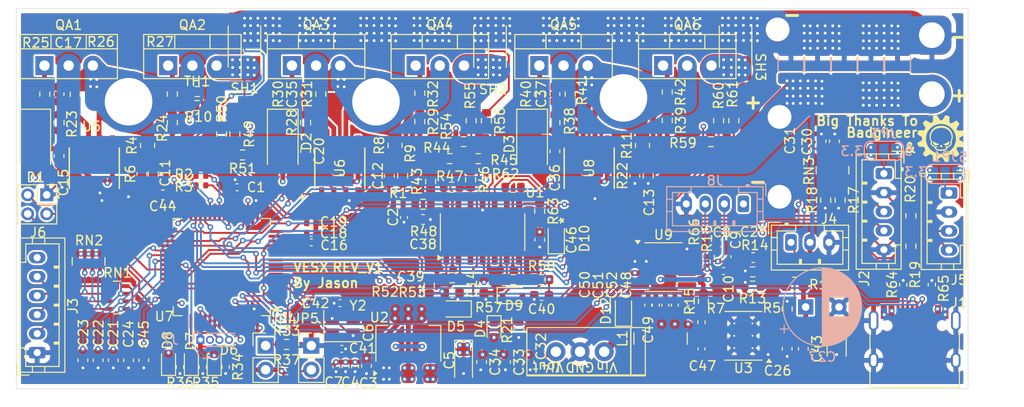
<source format=kicad_pcb>
(kicad_pcb (version 20240108) (generator "pcbnew") (generator_version "8.0")
  (layers (0 "F.Cu" signal) (1 "In1.Cu" power) (2 "In2.Cu" power) (31 "B.Cu" signal) (34 "B.Paste" user) (35 "F.Paste" user) (36 "B.SilkS" user "B.Silkscreen") (37 "F.SilkS" user "F.Silkscreen") (38 "B.Mask" user) (39 "F.Mask" user) (44 "Edge.Cuts" user))
  (net 0 "")
  (net 1 "/MCU/VOLTAGE{PHASE}")
  (net 2 "GND")
  (net 3 "VSENSE")
  (net 4 "V5V")
  (net 5 "VBAT")
  (net 6 "Net-(D1-K)")
  (net 7 "Net-(D2-K)")
  (net 8 "Net-(D3-K)")
  (net 9 "Net-(D4-K)")
  (net 10 "Net-(J5-Pin_4)")
  (net 11 "Net-(J5-Pin_3)")
  (net 12 "+3V3")
  (net 13 "PHASE_A")
  (net 14 "PHASE_B")
  (net 15 "PHASE_C")
  (net 16 "Net-(RN3-R1.2)")
  (net 17 "Net-(RN3-R2.2)")
  (net 18 "A_BRAKE")
  (net 19 "A_THROTTLE")
  (net 20 "Net-(U5-LVG)")
  (net 21 "Net-(U5-BOOT)")
  (net 22 "Net-(U5-HVG)")
  (net 23 "Net-(U6-HVG)")
  (net 24 "Net-(U6-LVG)")
  (net 25 "Net-(U6-BOOT)")
  (net 27 "MISO3 TIM3 RX4")
  (net 28 "ADC SPI1CLK DAC TIM2")
  (net 29 "SCK3 TX4")
  (net 31 "Net-(U7-PH0)")
  (net 32 "CAN_TXD")
  (net 33 "SWCLK")
  (net 34 "CURRENT_A")
  (net 36 "PC4")
  (net 37 "MOSI3 TIM3 CANRX")
  (net 38 "Net-(U7-VCAP_2)")
  (net 39 "SWDIO")
  (net 40 "RX1 SDA1 TIM4")
  (net 41 "CURRENT_C")
  (net 42 "Net-(JP5-B)")
  (net 43 "LED_R")
  (net 44 "PC12")
  (net 45 "/MCU/OCP")
  (net 46 "TIM4 TXD1 SCL1 CANTX")
  (net 47 "LED_G")
  (net 48 "CURRENT_B")
  (net 49 "/MCU/UART2_TX")
  (net 50 "ADC SPI1MISO TIM3")
  (net 51 "PC5")
  (net 52 "/MCU/UART2_RX")
  (net 53 "Net-(U7-VCAP_1)")
  (net 54 "CAN_RXD")
  (net 55 "Net-(U7-PH1)")
  (net 56 "Net-(U8-LVG)")
  (net 57 "Net-(U8-BOOT)")
  (net 58 "Net-(U8-HVG)")
  (net 59 "Net-(C2-Pad1)")
  (net 60 "PA0")
  (net 61 "PA1")
  (net 62 "PA2")
  (net 63 "HALL_C")
  (net 64 "HALL_B")
  (net 65 "HALL_A")
  (net 66 "MOTOR_TEMP")
  (net 67 "Net-(J4-Pin_1)")
  (net 68 "Net-(D10-K)")
  (net 69 "Net-(D6-K)")
  (net 70 "Net-(D7-K)")
  (net 71 "Net-(D8-K)")
  (net 72 "Net-(J3-Pin_2)")
  (net 73 "Net-(J3-Pin_3)")
  (net 74 "Net-(J3-Pin_4)")
  (net 75 "Net-(J3-Pin_5)")
  (net 76 "Net-(JP4-A)")
  (net 77 "FET_TEMP")
  (net 78 "Net-(QA1-Pad1)")
  (net 79 "Net-(QA2-Pad1)")
  (net 80 "Net-(QA3-Pad1)")
  (net 81 "Net-(QA4-Pad1)")
  (net 82 "Net-(QA5-Pad1)")
  (net 83 "Net-(QA6-Pad1)")
  (net 84 "Net-(R44-Pad1)")
  (net 85 "Net-(U1D-+)")
  (net 86 "Net-(R47-Pad2)")
  (net 87 "A_V+")
  (net 88 "Net-(U1A-+)")
  (net 89 "Net-(U1A--)")
  (net 90 "Net-(R52-Pad1)")
  (net 91 "Net-(U1B-+)")
  (net 92 "B_V+")
  (net 93 "Net-(U1B--)")
  (net 94 "Net-(R57-Pad2)")
  (net 95 "Net-(U1C-+)")
  (net 96 "C_V+")
  (net 97 "Net-(U1C--)")
  (net 98 "Net-(R62-Pad2)")
  (net 99 "Net-(J1-CC1)")
  (net 100 "Net-(J1-CC2)")
  (net 101 "V12V")
  (net 102 "USB_D-")
  (net 105 "USB_D+")
  (net 106 "Net-(J2-Pin_1)")
  (net 107 "DUAL2_RX")
  (net 108 "DUAL1_TX")
  (net 109 "Net-(J2-Pin_4)")
  (net 110 "Net-(J2-Pin_3)")
  (net 111 "AL")
  (net 112 "AH")
  (net 113 "BH")
  (net 114 "BL")
  (net 115 "CL")
  (net 116 "CH")
  (net 117 "Net-(U3-RON)")
  (net 118 "Net-(U3-FB)")
  (net 119 "Net-(U3-SW)")
  (net 120 "Net-(U3-BST)")
  (net 128 "Net-(C8-Pad1)")
  (net 130 "Net-(J8-Pin_2)")
  (net 131 "Net-(J8-Pin_3)")
  (net 132 "PB10")
  (footprint "CCC_ESC_Custom_parts:TO220_replacement_module" (layer "F.Cu") (at 222.12 51.84 180)
    (property "Reference" "U4")
    (property "Value" "TO220_replacement_module" (hide yes))
  )
  (footprint "Diode_SMD:D_SOD-123F" (layer "F.Cu") (at 244 48.125 -90)
    (property "Reference" "D11" (hide yes))
    (property "Value" "82v(?)")
  )
  (footprint "Resistor_SMD:R_0603_1608Metric" (layer "F.Cu") (at 233.2 25 -90)
    (property "Reference" "R61")
    (property "Value" "2k2")
  )
  (footprint "Connector_JST:JST_PH_B3B-PH-K_1x03_P2.00mm_Vertical" (layer "F.Cu") (at 239.2 37.8)
    (property "Reference" "J4")
    (property "Value" "Conn_01x03")
  )
  (footprint "Capacitor_SMD:C_0603_1608Metric" (layer "F.Cu") (at 213 43.39 180)
    (property "Reference" "C40")
    (property "Value" "1nF")
  )
  (footprint "Capacitor_SMD:C_0603_1608Metric" (layer "F.Cu") (at 169.6 50.2 -90)
    (property "Reference" "C24")
    (property "Value" "1nF")
  )
  (footprint "Capacitor_SMD:C_0603_1608Metric" (layer "F.Cu") (at 235.225 39.4 180)
    (property "Reference" "C25")
    (property "Value" "3.3nF")
  )
  (footprint "Capacitor_SMD:C_0603_1608Metric" (layer "F.Cu") (at 171 30.6 -90)
    (property "Reference" "C11")
    (property "Value" "47pF")
  )
  (footprint "Diode_SMD:D_SOD-323" (layer "F.Cu") (at 204 44.8 180)
    (property "Reference" "D5")
    (property "Value" "D_Small" (hide yes))
  )
  (footprint "Resistor_SMD:R_0603_1608Metric" (layer "F.Cu") (at 212.8 22.2 90)
    (property "Reference" "R40")
    (property "Value" "4R7")
  )
  (footprint "Resistor_SMD:R_0402_1005Metric" (layer "F.Cu") (at 229.8 46.2 90)
    (property "Reference" "R7")
    (property "Value" "240k")
  )
  (footprint "Capacitor_SMD:C_0603_1608Metric" (layer "F.Cu") (at 171.2 50.2 -90)
    (property "Reference" "C45")
    (property "Value" "2u2")
  )
  (footprint "" (layer "F.Cu") (at 254 22.2)
    (property "Reference" "")
    (property "Value" "")
  )
  (footprint "Package_TO_SOT_THT:TO-220-3_Vertical" (layer "F.Cu") (at 160.765 19.2)
    (property "Reference" "QA1")
    (property "Value" "CRST030N10N")
  )
  (footprint "Capacitor_SMD:C_0402_1005Metric" (layer "F.Cu") (at 181 32)
    (property "Reference" "C1")
    (property "Value" "100nf")
  )
  (footprint "Capacitor_SMD:C_0402_1005Metric" (layer "F.Cu") (at 188.8 37.8)
    (property "Reference" "C16")
    (property "Value" "100n")
  )
  (footprint "Resistor_SMD:R_0402_1005Metric" (layer "F.Cu") (at 177.4 50.91 -90)
    (property "Reference" "R35")
    (property "Value" "20k")
  )
  (footprint "Resistor_SMD:R_0805_2012Metric" (layer "F.Cu") (at 223.6 27.6 90)
    (property "Reference" "R11")
    (property "Value" "150k")
  )
  (footprint "LED_SMD:LED_0603_1608Metric" (layer "F.Cu") (at 208 47 -90)
    (property "Reference" "D4")
    (property "Value" "LED")
  )
  (footprint "Resistor_SMD:R_0603_1608Metric" (layer "F.Cu") (at 172.2 30.6 90)
    (property "Reference" "R6")
    (property "Value" "3k3")
  )
  (footprint "Resistor_SMD:R_Array_Concave_4x0603" (layer "F.Cu") (at 168.4 43.6 180)
    (property "Reference" "RN1")
    (property "Value" "10k")
  )
  (footprint "Capacitor_SMD:C_0402_1005Metric" (layer "F.Cu") (at 188.8 35.8)
    (property "Reference" "C19")
    (property "Value" "100n")
  )
  (footprint "Package_SO:SOIC-8_3.9x4.9mm_P1.27mm" (layer "F.Cu") (at 225.8 40.4)
    (property "Reference" "U9")
    (property "Value" "SN65HVD230DR")
  )
  (footprint "Resistor_SMD:R_0603_1608Metric" (layer "F.Cu") (at 205.54 31.19 -90)
    (property "Reference" "R46")
    (property "Value" "10K")
  )
  (footprint "Capacitor_SMD:C_0603_1608Metric" (layer "F.Cu") (at 243.7625 27.1625 90)
    (property "Reference" "C30")
    (property "Value" "1uF")
  )
  (footprint "Resistor_SMD:R_0402_1005Metric" (layer "F.Cu") (at 179.8 50.91 -90)
    (property "Reference" "R34")
    (property "Value" "20k")
  )
  (footprint "Connector_JST:JST_PH_B6B-PH-K_1x06_P2.00mm_Vertical" (layer "F.Cu") (at 160 49.4 90)
    (property "Reference" "J3")
    (property "Value" "Conn_01x06")
  )
  (footprint "Capacitor_SMD:C_0603_1608Metric" (layer "F.Cu") (at 222.8 30.8 -90)
    (property "Reference" "C13")
    (property "Value" "47pF")
  )
  (footprint "Capacitor_SMD:C_0603_1608Metric" (layer "F.Cu") (at 214.4 28.225 -90)
    (property "Reference" "C36")
    (property "Value" "100n")
  )
  (footprint "Connector_PinHeader_2.54mm:PinHeader_1x02_P2.54mm_Vertical" (layer "F.Cu") (at 184 48.66)
    (property "Reference" "JP4")
    (property "Value" "Jumper_2_Open")
  )
  (footprint "Capacitor_SMD:C_0402_1005Metric" (layer "F.Cu") (at 191.43 50.88 -90)
    (property "Reference" "C7")
    (property "Value" "100n")
  )
  (footprint "Capacitor_SMD:C_0402_1005Metric" (layer "F.Cu") (at 229.8 49 -90)
    (property "Reference" "C47")
    (property "Value" "2.2nF")
  )
  (footprint "Capacitor_SMD:C_0603_1608Metric" (layer "F.Cu") (at 166.4 50.2 -90)
    (property "Reference" "C22")
    (property "Value" "1nF")
  )
  (footprint "Capacitor_SMD:C_0402_1005Metric" (layer "F.Cu") (at 232.525 39.3 90)
    (property "Reference" "C9")
    (property "Value" "100p")
  )
  (footprint "Capacitor_SMD:C_0402_1005Metric" (layer "F.Cu") (at 191.8 44.2 180)
    (property "Reference" "C42")
    (property "Value" "12pf")
  )
  (footprint "Connector_JST:JST_PH_B4B-PH-K_1x04_P2.00mm_Vertical" (layer "F.Cu") (at 255.8 32.6 -90)
    (property "Reference" "J5")
    (property "Value" "Conn_01x04")
  )
  (footprint "Resistor_SMD:R_0805_2012Metric" (layer "F.Cu") (at 239.6 42.2)
    (property "Reference" "R12")
    (property "Value" "360k")
  )
  (footprint "MountingHole:MountingHole_3.5mm_Pad" (layer "F.Cu") (at 221.6 22.6)
    (property "Reference" "PHASE_C" (hide yes))
    (property "Value" "MountingHole_3.5mm_Pad")
  )
  (footprint "Capacitor_SMD:C_0603_1608Metric" (layer "F.Cu") (at 238.8 49 -90)
    (property "Reference" "C26")
    (property "Value" "220nF")
  )
  (footprint "Capacitor_SMD:C_0603_1608Metric" (layer "F.Cu") (at 212.8 37.515 -90)
    (property "Reference" "C46")
    (property "Value" "1nF")
  )
  (footprint "Capacitor_SMD:C_0402_1005Metric" (layer "F.Cu") (at 193.4 50.88 -90)
    (property "Reference" "C3")
    (property "Value" "4u7")
  )
  (footprint "Resistor_SMD:R_0603_1608Metric" (layer "F.Cu") (at 198.4 30.8 90)
    (property "Reference" "R9")
    (property "Value" "3k3")
  )
  (footprint "cccesdc:Shunt_2512_6332Metric" (layer "F.Cu") (at 233.4 17.2 90)
    (property "Reference" "SH3")
    (property "Value" "0.5mR")
  )
  (footprint "Resistor_SMD:R_0603_1608Metric" (layer "F.Cu") (at 212.8 34.515 -90)
    (property "Reference" "R63")
    (property "Value" "R150")
  )
  (footprint "Capacitor_SMD:C_0402_1005Metric" (layer "F.Cu") (at 224.2 44.4 90)
    (property "Reference" "C49")
    (property "Value" "100nF" (hide yes))
  )
  (footprint "LOGO" (layer "F.Cu") (at 254.95 26.9)
    (property "Reference" "G***" (hide yes))
    (property "Value" "LOGO" (hide yes))
  )
  (footprint "Resistor_SMD:R_0603_1608Metric" (layer "F.Cu") (at 180.775 26.4 -90)
    (property "Reference" "R49")
    (property "Value" "2k2")
  )
  (footprint "Capacitor_SMD:C_0603_1608Metric" (layer "F.Cu") (at 206.94 42.365 -90)
    (property "Reference" "C14")
    (property "Value" "100n")
  )
  (footprint "Resistor_SMD:R_0603_1608Metric" (layer "F.Cu") (at 204.8 27.2)
    (property "Reference" "R54")
    (property "Value" "100k")
  )
  (footprint "Package_TO_SOT_THT:TO-220-3_Vertical" (layer "F.Cu") (at 212.765 19.2)
    (property "Reference" "QA5")
    (property "Value" "CRST030N10N" (hide yes))
  )
  (footprint "Capacitor_SMD:C_0603_1608Metric" (layer "F.Cu") (at 188.2 22.225 90)
    (property "Reference" "C35")
    (property "Value" "10uF")
  )
  (footprint "Package_TO_SOT_THT:TO-220-3_Vertical" (layer "F.Cu") (at 225.765 19.2)
    (property "Reference" "QA6")
    (property "Value" "CRST030N10N" (hide yes))
  )
  (footprint "Resistor_SMD:R_0603_1608Metric" (layer "F.Cu") (at 203.34 28.99 180)
    (property "Reference" "R44")
    (property "Value" "22k")
  )
  (footprint "Resistor_SMD:R_0805_2012Metric" (layer "F.Cu") (at 197.6 27.6 90)
    (property "Reference" "R8")
    (property "Value" "150k")
  )
  (footprint "Resistor_SMD:R_0603_1608Metric" (layer "F.Cu") (at 200.54 33.79 180)
    (property "Reference" "R48")
    (property "Value" "47R")
  )
  (footprint "Resistor_SMD:R_0603_1608Metric" (layer "F.Cu") (at 160.8 22.2 90)
    (property "Reference" "R25")
    (property "Value" "4R7")
  )
  (footprint "Resistor_SMD:R_0402_1005Metric" (layer "F.Cu") (at 197.94 33.79)
    (property "Reference" "R1")
    (property "Value" "47R")
  )
  (footprint "Capacitor_SMD:C_0603_1608Metric" (layer "F.Cu") (at 194.6 50.8 -90)
    (property "Reference" "C6")
    (property "Value" "100nf")
  )
  (footprint "Crystal:Crystal_SMD_3225-4Pin_3.2x2.5mm" (layer "F.Cu") (at 192.11 46.6)
    (property "Reference" "Y2")
    (property "Value" "8MHz")
  )
  (footprint "Resistor_SMD:R_0603_1608Metric" (layer "F.Cu") (at 224.2 30.8 90)
    (property "Reference" "R22")
    (property "Value" "3k3")
  )
  (footprint "Package_SO:SOIC-14_3.9x8.7mm_P1.27mm" (layer "F.Cu") (at 206.8 36.715 90)
    (property "Reference" "U1")
    (property "Value" "Opamp_Quad")
  )
  (footprint "Resistor_SMD:R_0603_1608Metric" (layer "F.Cu") (at 216 22.2 90)
    (property "Reference" "R41")
    (property "Value" "10k")
  )
  (footprint "vvvv:SO-8_STM" (layer "F.Cu") (at 191.8 30 90)
    (property "Reference" "U6")
    (property "Value" "L6498DTR")
  )
  (footprint "Resistor_SMD:R_0603_1608Metric" (layer "F.Cu") (at 235.175 40.9)
    (property "Reference" "R14")
    (property "Value" "220k")
  )
  (footprint "Capacitor_SMD:C_0402_1005Metric" (layer "F.Cu") (at 228.4 44.8)
    (property "Reference" "C48")
    (property "Value" "20pF")
  )
  (footprint "Resistor_SMD:R_0603_1608Metric" (layer "F.Cu") (at 181.575 28.6 180)
    (property "Reference" "R51")
    (property "Value" "100k")
  )
  (footprint "Resistor_SMD:R_0402_1005Metric" (layer "F.Cu") (at 177.2 30.8 180)
    (property "Reference" "R2")
    (property "Value" "1k")
  )
  (footprint "Resistor_SMD:R_0402_1005Metric" (layer "F.Cu") (at 177.2 31.8)
    (property "Reference" "R3")
    (property "Value" "1k")
  )
  (footprint "Capacitor_SMD:C_1210_3225Metric" (layer "F.Cu") (at 250.4 19.075 90)
    (property "Reference" "CX13" (hide yes))
    (property "Value" "470nF")
  )
  (footprint "Capacitor_SMD:C_0603_1608Metric" (layer "F.Cu") (at 209.2 50.4 -90)
    (property "Reference" "C33")
    (property "Value" "10uF")
  )
  (footprint "Resistor_SMD:R_0603_1608Metric" (layer "F.Cu") (at 186.755 22.2 90)
    (property "Reference" "R30")
    (property "Value" "4R7")
  )
  (footprint "Capacitor_SMD:C_0603_1608Metric" (layer "F.Cu") (at 242.3625 27.1625 90)
    (property "Reference" "C31")
    (property "Value" "1uF")
  )
  (footprint "Capacitor_SMD:C_0402_1005Metric" (layer "F.Cu") (at 198.54 35.19 -90)
    (property "Reference" "C2")
    (property "Value" "100nf")
  )
  (footprint "Diode_SMD:D_MELF" (layer "F.Cu") (at 159.8 27.2 -90)
    (property "Reference" "D1")
    (property "Value" "SM4007")
  )
  (footprint "Resistor_SMD:R_0603_1608Metric" (layer "F.Cu") (at 201.34 31.39 90)
    (property "Reference" "R43")
    (property "Value" "100k")
  )
  (footprint "Resistor_SMD:R_0603_1608Metric" (layer "F.Cu") (at 230.8 27.2)
    (property "Reference" "R59")
    (property "Value" "100k")
  )
  (footprint "Connector_PinHeader_2.54mm:PinHeader_1x02_P2.54mm_Vertical" (layer "F.Cu") (at 188.8 48.66)
    (property "Reference" "JP5")
    (property "Value" "Jumper_2_Open")
  )
  (footprint "Package_SO:HSOP-8-1EP_3.9x4.9mm_P1.27mm_EP2.41x3.1mm_ThermalVias" (layer "F.Cu") (at 234.2 47.625 180)
    (property "Reference" "U3")
    (property "Value" "LM5164DDA")
  )
  (footprint "Capacitor_SMD:C_0402_1005Metric" (layer "F.Cu") (at 192 49)
    (property "Reference" "C41")
    (property "Value" "12pf")
  )
  (footprint "vvvv:SO-8_STM" (layer "F.Cu") (at 166 30 90)
    (property "Reference" "U5")
    (property "Value" "L6498DTR")
  )
  (footprint "Resistor_SMD:R_0603_1608Metric" (layer "F.Cu") (at 251.8 38.2 -90)
    (property "Reference" "R19")
    (property "Value" "R100")
  )
  (footprint "Capacitor_SMD:C_0402_1005Metric" (layer "F.Cu") (at 225 44.4 90)
    (property "Reference" "C50")
    (property "Value" "4.7uF" (hide yes))
  )
  (footprint "" (layer "F.Cu") (at 169.6 23)
    (property "Reference" "PHASE_A" (hide yes))
    (property "Value" "MountingHole_3.5mm_Pad")
  )
  (footprint "Resistor_SMD:R_0603_1608Metric" (layer "F.Cu") (at 210.025 41.715)
    (property "Reference" "R57")
    (property "Value" "47k")
  )
  (footprint "Connector_PinHeader_2.00mm:PinHeader_2x02_P2.00mm_Vertical" (layer "F.Cu") (at 161 32.8 -90)
    (property "Reference" "J6")
    (property "Value" "STLINK")
  )
  (footprint "Resistor_SMD:R_0402_1005Metric" (layer "F.Cu") (at 186.2 51.335)
    (property "Reference" "R37")
    (property "Value" "10k")
  )
  (footprint "Capacitor_SMD:C_1210_3225Metric" (layer "F.Cu") (at 242 19.075 90)
    (property "Reference" "CX30" (hide yes))
    (property "Value" "470nF")
  )
  (footprint "Capacitor_SMD:C_0603_1608Metric" (layer "F.Cu") (at 188.2 28.2 -90)
    (property "Reference" "C20")
    (property "Value" "100n")
  )
  (footprint "" (layer "F.Cu") (at 195.6 23)
    (property "Reference" "PHASE_B" (hide yes))
    (property "Value" "MountingHole_3.5mm_Pad")
  )
  (footprint "Capacitor_SMD:C_0603_1608Metric" (layer "F.Cu") (at 203.6 43.115)
    (property "Reference" "C39")
    (property "Value" "1nF")
  )
  (footprint "Capacitor_SMD:C_0603_1608Metric" (layer "F.Cu") (at 173.2 32.8)
    (property "Reference" "C44")
    (property "Value" "2u2")
  )
  (footprint "cccesdc:Shunt_2512_6332Metric" (layer "F.Cu") (at 207.6 17.2 90)
    (property "Reference" "SH2")
    (property "Value" "0.5mR")
  )
  (footprint "Capacitor_Tantalum_SMD:CP_EIA-3216-18_Kemet-A" (layer "F.Cu") (at 204.8 50.4 -90)
    (property "Reference" "C5")
    (property "Value" "100nf")
  )
  (footprint "Resistor_SMD:R_0603_1608Metric" (layer "F.Cu") (at 200.2 25.1 -90)
    (property "Reference" "R29")
    (property "Value" "10k")
  )
  (footprint "Resistor_SMD:R_0603_1608Metric" (layer "F.Cu") (at 214.4 25.2 90)
    (property "Reference" "R38")
    (property "Value" "2R2")
  )
  (footprint "" (layer "F.Cu") (at 254 16)
    (property "Reference" "")
    (property "Value" "")
  )
  (footprint "Resistor_SMD:R_0603_1608Metric" (layer "F.Cu") (at 207.2 25 -90)
    (property "Reference" "R56")
    (property "Value" "2k2")
  )
  (footprint "Resistor_SMD:R_0603_1608Metric" (layer "F.Cu") (at 205.6 25 -90)
    (property "Reference" "R55")
    (property "Value" "2k2")
  )
  (footprint "Capacitor_SMD:C_0402_1005Metric" (layer "F.Cu") (at 232.125 40.82)
    (property "Reference" "C10")
    (property "Value" "100p")
  )
  (footprint "Resistor_SMD:R_0603_1608Metric" (layer "F.Cu") (at 244.3625 33.3625 -90)
    (property "Reference" "R17")
    (property "Value" "1k8")
  )
  (footprint "Inductor_SMD:L_TracoPower_TCK-047_5.2x5.8mm" (layer "F.Cu") (at 225.5 47.925 90)
    (property "Reference" "L1")
    (property "Value" "68uH")
  )
  (footprint "Resistor_SMD:R_0603_1608Metric" (layer "F.Cu") (at 174.2 25.2 -90)
    (property "Reference" "R24")
    (property "Value" "10k")
  )
  (footprint "Capacitor_SMD:C_0402_1005Metric" (layer "F.Cu") (at 227 44.4 90)
    (property "Reference" "C52")
    (property "Value" "4.7uF" (hide yes))
  )
  (footprint "cccesdc:Shunt_2512_6332Metric" (layer "F.Cu") (at 181.8 17.2 90)
    (property "Reference" "SH1")
    (property "Value" "0.5mR")
  )
  (footprint "Resistor_SMD:R_Array_Concave_4x0603" (layer "F.Cu") (at 243.5625 30.2125 -90)
    (property "Reference" "RN3")
    (property "Value" "470R")
  )
  (footprint "Capacitor_SMD:C_0603_1608Metric" (layer "F.Cu") (at 164.8 50.2 -90)
    (property "Reference" "C23")
    (property "Value" "1nF")
  )
  (footprint "Resistor_SMD:R_0603_1608Metric" (layer "F.Cu") (at 251.8 35 90)
    (property "Reference" "R20")
    (property "Value" "R100")
  )
  (footprint "Capacitor_SMD:C_0402_1005Metric" (layer "F.Cu") (at 231.925 37.9)
    (property "Reference" "C8")
    (property "Value" "4.7n")
  )
  (footprint "Capacitor_SMD:C_0603_1608Metric" (layer "F.Cu") (at 162.3 28.7 -90)
    (property "Reference" "C15")
    (property "Value" "100n")
  )
  (footprint "Capacitor_SMD:C_0603_1608Metric" (layer "F.Cu") (at 168 50.2 -90)
    (property "Reference" "C21")
    (property "Value" "1nF")
  )
  (footprint "Package_QFP:LQFP-64_10x10mm_P0.5mm" (layer "F.Cu") (at 179.4 40.4 180)
    (property "Reference" "U7")
    (property "Value" "STM32F405RGTx")
  )
  (footprint "Capacitor_SMD:C_0603_1608Metric" (layer "F.Cu") (at 162.3 22.2 90)
    (property "Reference" "C17")
    (property "Value" "10uF")
  )
  (footprint "Resistor_SMD:R_0603_1608Metric" (layer "F.Cu") (at 210.625 47 90)
    (property "Reference" "R21")
    (property "Value" "30k")
  )
  (footprint "Resistor_SMD:R_0402_1005Metric" (layer "F.Cu") (at 231.525 39.3 -90)
    (property "Reference" "R16")
    (property "Value" "100Ω")
  )
  (footprint "Resistor_SMD:R_0603_1608Metric" (layer "F.Cu") (at 226.2 21.975 90)
    (property "Reference" "R42")
    (property "Value" "4R7")
  )
  (footprint "Capacitor_SMD:C_0402_1005Metric" (layer "F.Cu") (at 188.8 36.8)
    (property "Reference" "C18")
    (property "Value" "100n")
  )
  (footprint "Resistor_SMD:R_0603_1608Metric" (layer "F.Cu") (at 162.3 25.2 90)
    (property "Reference" "R23")
    (property "Value" "2R2")
  )
  (footprint "Diode_SMD:D_SOD-323" (layer "F.Cu") (at 214.54 37.39 90)
    (property "Reference" "D10")
    (property "Value" "D_Small" (hide yes))
  )
  (footprint "Resistor_SMD:R_0603_1608Metric" (layer "F.Cu") (at 226.2 24.975 -90)
    (property "Reference" "R39")
    (property "Value" "10k")
  )
  (footprint "Resistor_SMD:R_0603_1608Metric" (layer "F.Cu") (at 231.6 25 -90)
    (property "Reference" "R60")
    (property "Value" "2k2")
  )
  (footprint "Resistor_SMD:R_0402_1005Metric" (layer "F.Cu") (at 254 42.25 90)
    (property "Reference" "R65")
    (property "Value" "5.1k")
  )
  (footprint "Package_TO_SOT_SMD:SOT-223-3_TabPin2" (layer "F.Cu") (at 199 48.45 90)
    (property "Reference" "U2")
    (property "Value" "LM1117DT-3.3" (hide yes))
  )
  (footprint "Capacitor_SMD:C_0603_1608Metric" (layer "F.Cu") (at 197 30.8 -90)
    (property "Reference" "C12")
    (property "Value" "47pF")
  )
  (footprint "Resistor_SMD:R_0603_1608Metric" (layer "F.Cu") (at 203.6 41.515 180)
    (property "Reference" "R53")
    (property "Value" "47k")
  )
  (footprint "Connector_JST:JST_PH_B5B-PH-K_1x05_P2.00mm_Vertical" (layer "F.Cu") (at 248.9625 30.5625 -90)
    (property "Reference" "J2")
    (property "Value" "Conn_01x05")
  )
  (footprint "Capacitor_SMD:C_0603_1608Metric" (layer "F.Cu") (at 214.4 22.2 90)
    (property "Reference" "C37")
    (property "Value" "10uF")
  )
  (footprint "Diode_SMD:D_MELF" (layer "F.Cu") (at 212 27.2 -90)
    (property "Reference" "D3")
    (property "Value" "SM4007")
  )
  (footprint "Resistor_SMD:R_0603_1608Metric" (layer "F.Cu") (at 176.8 23.4)
    (property "Reference" "R10")
    (property "Value" "10K")
  )
  (footprint "Connector_USB:USB_C_Receptacle_HRO_TYPE-C-31-M-12" (layer "F.Cu") (at 252.2 49.16)
    (property "Reference" "J1")
    (property "Value" "TYPE-C-31-M-12")
  )
  (footprint "Resistor_SMD:R_0805_2012Metric" (layer "F.Cu") (at 171.6 27.6 90)
    (property "Reference" "R4")
    (property "Value" "150k")
  )
  (footprint "Resistor_SMD:R_0603_1608Metric" (layer "F.Cu") (at 206.34 28.99 180)
    (property "Reference" "R45")
    (property "Value" "1k")
  )
  (footprint "LED_SMD:LED_0603_1608Metric" (layer "F.Cu") (at 176.2 50.31 90)
    (property "Reference" "D7")
    (property "Value" "G")
  )
  (footprint "vvvv:SO-8_STM" (layer "F.Cu") (at 218 30 90)
    (property "Reference" "U8")
    (property "Value" "L6498DTR")
  )
  (footprint "Resistor_SMD:R_0603_1608Metric" (layer "F.Cu") (at 210 32)
    (property "Reference" "R62")
    (property "Value" "47k")
  )
  (footprint "Resistor_SMD:R_0603_1608Metric" (layer "F.Cu") (at 201.2 42.315 -90)
    (property "Reference" "R52")
    (property "Value" "R150")
  )
  (footprint "Resistor_SMD:R_0603_1608Metric" (layer "F.Cu") (at 179.375 26.4 -90)
    (property "Reference" "R50")
    (property "Value" "2k2")
  )
  (footprint "LED_SMD:LED_0603_1608Metric" (layer "F.Cu") (at 173.8 50.31 90)
    (property "Reference" "D8")
    (property "Value" "B")
  )
  (footprint "Resistor_SMD:R_0603_1608Metric" (layer "F.Cu") (at 176.82 21.93)
    (property "Reference" "TH1")
    (property "Value" "10K NTC")
  )
  (footprint "Resistor_SMD:R_0402_1005Metric" (layer "F.Cu") (at 251 42.25 90)
    (property "Reference" "R64")
    (property "Value" "5.1k")
  )
  (footprint "Package_TO_SOT_THT:TO-220-3_Vertical" (layer "F.Cu") (at 173.765 19.2)
    (property "Reference" "QA2")
    (property "Value" "CRST030N10N" (hide yes))
  )
  (footprint "Resistor_SMD:R_0603_1608Metric" (layer "F.Cu") (at 200.2 22.1 90)
    (property "Reference" "R32")
    (property "Value" "4R7")
  )
  (footprint "Resistor_SMD:R_0603_1608Metric" (layer "F.Cu") (at 213 41.715)
    (property "Reference" "R58")
    (property "Value" "R150")
  )
  (footprint "Resistor_SMD:R_0603_1608Metric" (layer "F.Cu") (at 189.8 22.2 90)
    (property "Reference" "R31")
    (property "Value" "10k")
  )
  (footprint "Capacitor_SMD:C_0603_1608Metric" (layer "F.Cu") (at 206.69 50.4 -90)
    (property "Reference" "C34")
    (property "Value" "10uF")
  )
  (footprint "Package_TO_SOT_THT:TO-220-3_Vertical" (layer "F.Cu") (at 186.765 19.2)
    (property "Reference" "QA3")
    (property "Value" "CRST030N10N" (hide yes))
  )
  (footprint "Capacitor_SMD:C_0603_1608Metric" (layer "F.Cu") (at 240.5 49 -90)
    (property "Reference" "C43")
    (property "Value" "10uF")
  )
  (footprint "Capacitor_SMD:C_1210_3225Metric" (layer "F.Cu") (at 244.8 19.075 90)
    (property "Reference" "CX11" (hide yes))
    (property "Value" "470nF")
  )
  (footprint "Capacitor_SMD:C_0402_1005Metric" (layer "F.Cu") (at 192.4 50.88 -90)
    (property "Reference" "C4")
    (property "Value" "100n")
  )
  (footprint "Resistor_SMD:R_Array_Concave_4x0603" (layer "F.Cu") (at 165.4 39.8 -90)
    (property "Reference" "RN2")
    (property "Value" "10k")
  )
  (footprint "Capacitor_SMD:C_1210_3225Metric" (layer "F.Cu") (at 239.2 19.05 90)
    (property "Reference" "CX10" (hide yes))
    (property "Value" "470nF")
  )
  (footprint "Resistor_SMD:R_0603_1608Metric" (layer "F.Cu") (at 235.175 42.4)
    (property "Reference" "R13")
    (property "Value" "8k2")
  )
  (footprint "Resistor_SMD:R_0603_1608Metric" (layer "F.Cu") (at 203.54 31.99 180)
    (property "Reference" "R47")
    (property "Value" "220k")
  )
  (footprint "Resistor_SMD:R_0402_1005Metric" (layer "F.Cu") (at 175 50.91 -90)
    (property "Reference" "R36")
    (property "Value" "20k")
  )
  (footprint "Resistor_SMD:R_0603_1608Metric" (layer "F.Cu") (at 230 44 90)
    (property "Reference" "R15")
    (property "Value" "72k")
  )
  (footprint "Resistor_SMD:R_0603_1608Metric" (layer "F.Cu") (at 188.2 25.2 90)
    (property "Reference" "R28")
    (property "Value" "2R2")
  )
  (footprint "Resistor_SMD:R_0603_1608Metric" (layer "F.Cu") (at 164 22.225 90)
    (property "Reference" "R26")
    (property "Value" "10k")
  )
  (footprint "Resistor_SMD:R_0402_1005Metric" (layer "F.Cu") (at 230.325 39.82 90)
    (property "Reference" "R66")
    (property "Value" "100Ω")
  )
  (footprint "Resistor_SMD:R_0603_1608Metric" (layer "F.Cu") (at 174.2 22.2 90)
    (property "Reference" "R27")
    (property "Value" "4R7")
  )
  (footprint "Capacitor_SMD:C_0603_1608Metric" (layer "F.Cu") (at 200.54 35.39)
    (property "Reference" "C38")
    (property "Value" "10nF")
  )
  (footprint "Capacitor_SMD:C_1210_3225Metric" (layer "F.Cu") (at 247.6 19.075 90)
    (property "Reference" "CX12" (hide yes))
    (property "Value" "470nF")
  )
  (footprint "Diode_SMD:D_SOD-323" (layer "F.Cu") (at 221.6 45 90)
    (property "Reference" "D12")
    (property "Value" "5v" (hide yes))
  )
  (footprint "Diode_SMD:D_SOD-323" (layer "F.Cu") (at 209.94 43.39)
    (property "Reference" "D9")
    (property "Value" "D_Small" (hide yes))
  )
  (footprint "Capacitor_SMD:C_0402_1005Metric" (layer "F.Cu") (at 226 44.4 90)
    (property "Reference" "C51")
    (property "Value" "4.7uF" (hide yes))
  )
  (footprint "Resistor_SMD:R_0603_1608Metric" (layer "F.Cu") (at 242.8525 33.3625 90)
    (property "Reference" "R18")
    (property "Value" "1k8")
  )
  (footprint "Diode_SMD:D_MELF" (layer "F.Cu") (at 185.8 27.2 -90)
    (property "Reference" "D2")
    (property "Value" "SM4007")
  )
  (footprint "Capacitor_SMD:C_0603_1608Metric" (layer "F.Cu") (at 211.71 50.4 -90)
    (property "Reference" "C32")
    (property "Value" "10uF")
  )
  (footprint "Resistor_SMD:R_0603_1608Metric" (layer "F.Cu") (at 186.2 48.535)
    (property "Reference" "R33")
    (property "Value" "10k")
  )
  (footprint "Package_TO_SOT_THT:TO-220-3_Vertical" (layer "F.Cu") (at 199.765 19.2)
    (property "Reference" "QA4")
    (property "Value" "CRST030N10N" (hide yes))
  )
  (footprint "LED_SMD:LED_0603_1608Metric" (layer "F.Cu") (at 178.6 50.31 90)
    (property "Reference" "D6")
    (property "Value" "R")
  )
  (footprint "Resistor_SMD:R_0603_1608Metric" (layer "F.Cu") (at 238.8 44.8 90)
    (property "Reference" "R5")
    (property "Value" "27k")
  )
  (footprint "Capacitor_SMD:C_1210_3225Metric" (layer "B.Cu") (at 242 19.075 90)
    (property "Reference" "CX25" (hide yes))
    (property "Value" "470nF")
  )
  (footprint "Connector_PinHeader_1.00mm:PinHeader_1x04_P1.00mm_Vertical" (layer "B.Cu") (at 177.15 48.05 -90)
    (property "Reference" "J7")
    (property "Value" "Conn_01x04" (hide yes))
  )
  (footprint "Capacitor_SMD:C_1210_3225Metric" (layer "B.Cu") (at 247.6 19.1 90)
    (property "Reference" "CX23" (hide yes))
    (property "Value" "470nF")
  )
  (footprint "Capacitor_SMD:C_1210_3225Metric" (layer "B.Cu") (at 239.2 19.075 90)
    (property "Reference" "CX26" (hide yes))
    (property "Value" "470nF")
  )
  (footprint "Connector_JST:JST_PH_B4B-PH-K_1x04_P2.00mm_Vertical" (layer "B.Cu") (at 234.2 33.75 180)
    (property "Reference" "J8")
    (property "Value" "CAN")
  )
  (footprint "Capacitor_SMD:C_1210_3225Metric" (layer "B.Cu") (at 244.8 19.075 90)
    (property "Reference" "CX24" (hide yes))
    (property "Value" "470nF")
  )
  (footprint "Jumper:SolderJumper-3_P1.3mm_Open_RoundedPad1.0x1.5mm_NumberLabels" (layer "B.Cu") (at 255.4 30.6 180)
    (property "Reference" "JP1")
    (property "Value" "SolderJumper_3_Open")
  )
  (footprint "Capacitor_THT:CP_Radial_D8.0mm_P3.50mm" (layer "B.Cu") (at 240.747349 44.6)
    (property "Reference" "C27")
    (property "Value" "C_Polarized")
  )
  (footprint "Jumper:SolderJumper-3_P1.3mm_Open_RoundedPad1.0x1.5mm_NumberLabels" (layer "B.Cu") (at 248.9625 28.1625 180)
    (property "Reference" "JP3")
    (property "Value" "SolderJumper_3_Open")
  )
  (footprint "Capacitor_SMD:C_1210_3225Metric" (layer "B.Cu") (at 250.4 19.075 90)
    (property "Reference" "CX28" (hide yes))
    (property "Value" "470nF")
  )
  (gr_rect (start 157.8 13.2) (end 257.8 53.2) (stroke (width 0.05)) (fill none) (layer "Edge.Cuts"))
  (gr_text "By Jason" (at 186.8 42.65 0) (layer "F.SilkS") (effects (font (size 1 1) (thickness 0.2) (bold yes)) (justify left bottom)))
  (gr_text "-" (at 258 17 0) (layer "F.SilkS") (effects (font (size 1.5 1.5) (thickness 0.3) (bold yes)) (justify left bottom mirror)))
  (gr_text "VESX" (at 186.8 41 0) (layer "F.SilkS") (effects (font (size 1 1) (thickness 0.2) (bold yes)) (justify left bottom)))
  (gr_text "+" (at 236.35 23.9 0) (layer "F.SilkS") (effects (font (size 1.5 1.5) (thickness 0.3) (bold yes)) (justify left bottom mirror)))
  (gr_text "Big Thanks To" (at 241.75 25.6 0) (layer "F.SilkS") (effects (font (size 1 1) (thickness 0.2) (bold yes)) (justify left bottom)))
  (gr_text "-" (at 240.45 14.7 0) (layer "F.SilkS") (effects (font (size 1.5 1.5) (thickness 0.3) (bold yes)) (justify left bottom mirror)))
  (gr_text "REV_V1" (at 190.9 41 0) (layer "F.SilkS") (effects (font (size 1 1) (thickness 0.2) (bold yes)) (justify left bottom)))
  (gr_text "+" (at 258 23.15 0) (layer "F.SilkS") (effects (font (size 1.5 1.5) (thickness 0.3) (bold yes)) (justify left bottom mirror)))
  (gr_text "-" (at 236.85 32.25 0) (layer "F.SilkS") (effects (font (size 1.5 1.5) (thickness 0.3) (bold yes)) (justify left bottom mirror)))
  (gr_text "Badgineer\n        &" (at 244.9 28.45 0) (layer "F.SilkS") (effects (font (size 1 1) (thickness 0.2) (bold yes)) (justify left bottom)))
  (segment (start 223.6 29.225) (end 222.8 30.025) (width 0.2) (layer "F.Cu") (net 1))
  (segment (start 223.6 29.375) (end 224.2 29.975) (width 0.2) (layer "F.Cu") (net 1))
  (segment (start 171.6 28.5125) (end 171.6 29.175) (width 0.2) (layer "F.Cu") (net 1))
  (segment (start 224.15 30.025) (end 224.2 29.975) (width 0.2) (layer "F.Cu") (net 1))
  (segment (start 222.8 30.025) (end 224.15 30.025) (width 0.2) (layer "F.Cu") (net 1))
  (segment (start 223.6 28.5125) (end 223.6 29.375) (width 0.2) (layer "F.Cu") (net 1))
  (segment (start 171.6 29.225) (end 171 29.825) (width 0.2) (layer "F.Cu") (net 1))
  (segment (start 197.6 29.425) (end 197 30.025) (width 0.2) (layer "F.Cu") (net 1))
  (segment (start 223.6 28.5125) (end 223.6 29.225) (width 0.2) (layer "F.Cu") (net 1))
  (segment (start 197.6 29.175) (end 198.4 29.975) (width 0.2) (layer "F.Cu") (net 1))
  (segment (start 171.6 29.175) (end 172.2 29.775) (width 0.2) (layer "F.Cu") (net 1))
  (segment (start 171.6 28.5125) (end 171.6 29.225) (width 0.2) (layer "F.Cu") (net 1))
  (segment (start 197.6 28.5125) (end 197.6 29.425) (width 0.2) (layer "F.Cu") (net 1))
  (segment (start 197.6 28.5125) (end 197.6 29.175) (width 0.2) (layer "F.Cu") (net 1))
  (segment (start 209.555 21.82) (end 207.2 24.175) (width 0.2) (layer "F.Cu") (net 2))
  (segment (start 194.385 51.36) (end 194.6 51.575) (width 0.2) (layer "F.Cu") (net 2))
  (segment (start 192.48 49) (end 192.4 49) (width 0.2) (layer "F.Cu") (net 2))
  (segment (start 191.11 45.75) (end 192.81 47.45) (width 0.2) (layer "F.Cu") (net 2))
  (segment (start 177.22 51.6) (end 177.4 51.6) (width 0.2) (layer "F.Cu") (net 2))
  (segment (start 244.2125 34.1875) (end 244.2 34.2) (width 0.2) (layer "F.Cu") (net 2))
  (segment (start 250.4 17.6) (end 250.4 15.475) (width 0.2) (layer "F.Cu") (net 2))
  (segment (start 169.6 33) (end 169.6 32.775) (width 0.2) (layer "F.Cu") (net 2))
  (segment (start 175.995 21.93) (end 175 22.925) (width 0.2) (layer "F.Cu") (net 2))
  (segment (start 236.85 49.53) (end 236.8 49.6) (width 0.2) (layer "F.Cu") (net 2))
  (segment (start 228.275 38.495) (end 228.37 38.4) (width 0.2) (layer "F.Cu") (net 2))
  (segment (start 226.2 30.2) (end 224.775 31.625) (width 0.2) (layer "F.Cu") (net 2))
  (segment (start 166.6 32.6) (end 166.635 32.565) (width 0.2) (layer "F.Cu") (net 2))
  (segment (start 212.225 43.8) (end 212.225 43.39) (width 0.2) (layer "F.Cu") (net 2))
  (segment (start 191.4 51.4) (end 192.36 51.36) (width 0.2) (layer "F.Cu") (net 2))
  (segment (start 209.09491 17.6875) (end 209.555 18.14759) (width 0.2) (layer "F.Cu") (net 2))
  (segment (start 207.4 17.6) (end 207.4875 17.6875) (width 0.2) (layer "F.Cu") (net 2))
  (segment (start 166.375 50.975) (end 164.8 51) (width 0.2) (layer "F.Cu") (net 2))
  (segment (start 191.01 44.51) (end 191.2 44.32) (width 0.2) (layer "F.Cu") (net 2))
  (segment (start 232.405 38.7) (end 232.525 38.82) (width 0.2) (layer "F.Cu") (net 2))
  (segment (start 204.8 51.6) (end 204.8 51.75) (width 0.2) (layer "F.Cu") (net 2))
  (segment (start 181.8 14.8925) (end 181.78 14.9125) (width 0.2) (layer "F.Cu") (net 2))
  (segment (start 171.2 51) (end 171.225 51) (width 0.2) (layer "F.Cu") (net 2))
  (segment (start 194.6 51.575) (end 194.975 51.575) (width 0.2) (layer "F.Cu") (net 2))
  (segment (start 166.635 32.2606) (end 165.9744 31.6) (width 0.2) (layer "F.Cu") (net 2))
  (segment (start 219.3383 33.7544) (end 218.7839 33.2) (width 0.2) (layer "F.Cu") (net 2))
  (segment (start 180.8 31.225) (end 180.8 31.2) (width 0.2) (layer "F.Cu") (net 2))
  (segment (start 198.35 31.575) (end 198.375 31.6) (width 0.2) (layer "F.Cu") (net 2))
  (segment (start 193.36 51.36) (end 193.4 51.4) (width 0.2) (layer "F.Cu") (net 2))
  (segment (start 180.45 50.111076) (end 180.45 50.77) (width 0.2) (layer "F.Cu") (net 2))
  (segment (start 234.89491 17.6875) (end 234.90741 17.7) (width 0.2) (layer "F.Cu") (net 2))
  (segment (start 182.8 44.8) (end 183 44.8) (width 0.2) (layer "F.Cu") (net 2))
  (segment (start 243.7625 26.3875) (end 242.4125 26.3875) (width 0.2) (layer "F.Cu") (net 2))
  (segment (start 181.1925 15.5) (end 181.6925 15) (width 0.2) (layer "F.Cu") (net 2))
  (segment (start 194.8206 33.7544) (end 196.975 31.6) (width 0.2) (layer "F.Cu") (net 2))
  (segment (start 188.2 28.975) (end 189.1494 28.975) (width 0.2) (layer "F.Cu") (net 2))
  (segment (start 222.8 31.575) (end 222.8 31.6) (width 0.2) (layer "F.Cu") (net 2))
  (segment (start 172.175 31.4) (end 172.2 31.4) (width 0.2) (layer "F.Cu") (net 2))
  (segment (start 210.625 47.825) (end 210.6 47.8) (width 0.2) (layer "F.Cu") (net 2))
  (segment (start 181.375 31.8) (end 181.375 31.8) (width 0.2) (layer "F.Cu") (net 2))
  (segment (start 246.8 15.4) (end 249.6 15.4) (width 4) (layer "F.Cu") (net 2))
  (segment (start 244.8 15.675) (end 244.6 15.475) (width 0.2) (layer "F.Cu") (net 2))
  (segment (start 211.685 51.175) (end 211.8 51.2) (width 0.2) (layer "F.Cu") (net 2))
  (segment (start 175 51.42) (end 175 51.42) (width 0.2) (layer "F.Cu") (net 2))
  (segment (start 244.3625 34.1875) (end 244.5875 34.1875) (width 0.2) (layer "F.Cu") (net 2))
  (segment (start 235.355 16.8875) (end 233.38 14.9125) (width 0.2) (layer "F.Cu") (net 2))
  (segment (start 218.6 33.2) (end 218.6 33.0161) (width 0.2) (layer "F.Cu") (net 2))
  (segment (start 244.8 17.6) (end 244.8 15.675) (width 0.2) (layer "F.Cu") (net 2))
  (segment (start 170.975 31.4) (end 171 31.4) (width 0.2) (layer "F.Cu") (net 2))
  (segment (start 172.15 31.375) (end 172.175 31.4) (width 0.2) (layer "F.Cu") (net 2))
  (segment (start 166.425 50.975) (end 166.4 51) (width 0.2) (layer "F.Cu") (net 2))
  (segment (start 168.6206 33.7544) (end 169.375 33) (width 0.2) (layer "F.Cu") (net 2))
  (segment (start 192.435 32.2606) (end 192.435 32.72415) (width 0.2) (layer "F.Cu") (net 2))
  (segment (start 224.175 31.6) (end 224.2 31.6) (width 0.2) (layer "F.Cu") (net 2))
  (segment (start 177.4 51.42) (end 177.4 51.42) (width 0.2) (layer "F.Cu") (net 2))
  (segment (start 192.44 51.36) (end 193.36 51.36) (width 0.2) (layer "F.Cu") (net 2))
  (segment (start 242.3875 26.3875) (end 242.3625 26.3875) (width 0.2) (layer "F.Cu") (net 2))
  (segment (start 176.985 51.835) (end 177.11 51.71) (width 0.2) (layer "F.Cu") (net 2))
  (segment (start 242.4125 26.3875) (end 242.4 26.4) (width 0.2) (layer "F.Cu") (net 2))
  (segment (start 164.575 50.975) (end 163 49.4) (width 0.2) (layer "F.Cu") (net 2))
  (segment (start 205.375 51.175) (end 204.95 51.6) (width 0.2) (layer "F.Cu") (net 2))
  (segment (start 183 33.4) (end 182.4 32.8) (width 0.2) (layer "F.Cu") (net 2))
  (segment (start 222.63 43.92) (end 222.6 43.95) (width 0.2) (layer "F.Cu") (net 2))
  (segment (start 167.2017 33.7544) (end 168.6206 33.7544) (width 0.2) (layer "F.Cu") (net 2))
  (segment (start 234.4 39.45) (end 234.4 39.4) (width 0.2) (layer "F.Cu") (net 2))
  (segment (start 177.4 51.6) (end 177.4 51.42) (width 0.2) (layer "F.Cu") (net 2))
  (segment (start 234.35 47.475) (end 234.2 47.625) (width 0.2) (layer "F.Cu") (net 2))
  (segment (start 234.4 39.4) (end 234.45 39.4) (width 0.2) (layer "F.Cu") (net 2))
  (segment (start 243.825 49.775) (end 244 49.6) (width 0.2) (layer "F.Cu") (net 2))
  (segment (start 192.79195 33.40805) (end 192.435 33.0511) (width 0.2) (layer "F.Cu") (net 2))
  (segment (start 173.975 33.375) (end 174.2 33.6) (width 0.2) (layer "F.Cu") (net 2))
  (segment (start 180.45 50.77) (end 179.8 51.42) (width 0.2) (layer "F.Cu") (net 2))
  (segment (start 177.235 51.835) (end 179.385 51.835) (width 0.2) (layer "F.Cu") (net 2))
  (segment (start 234.45 39.4) (end 234.45 39.4) (width 0.2) (layer "F.Cu") (net 2))
  (segment (start 191.01 45.75) (end 191 45.8) (width 0.2) (layer "F.Cu") (net 2))
  (segment (start 181.8 15.4) (end 181.6 15.4) (width 4) (layer "F.Cu") (net 2))
  (segment (start 179.62 51.6) (end 179.8 51.6) (width 0.2) (layer "F.Cu") (net 2))
  (segment (start 232.525 38.82) (end 232.58 38.82) (width 0.2) (layer "F.Cu") (net 2))
  (segment (start 174.585 51.835) (end 174.82 51.6) (width 0.2) (layer "F.Cu") (net 2))
  (segment (start 175 22.925) (end 175 25.225) (width 0.2) (layer "F.Cu") (net 2))
  (segment (start 179.8 51.6) (end 179.8 51.42) (width 0.2) (layer "F.Cu") (net 2))
  (segment (start 214.4 29) (end 215.3744 29) (width 0.2) (layer "F.Cu") (net 2))
  (segment (start 243.8 26.4) (end 243.775 26.4) (width 0.2) (layer "F.Cu") (net 2))
  (segment (start 171 31.375) (end 171 31.375) (width 0.2) (layer "F.Cu") (net 2))
  (segment (start 171.825 31.375) (end 172.15 31.375) (width 0.2) (layer "F.Cu") (net 2))
  (segment (start 171.2 50.975) (end 171.2 50.975) (width 0.2) (layer "F.Cu") (net 2))
  (segment (start 233.2 15.4) (end 207.4 15.4) (width 4) (layer "F.Cu") (net 2))
  (segment (start 182.8 45) (end 182.8 44.8) (width 0.2) (layer "F.Cu") (net 2))
  (segment (start 193.1383 33.7544) (end 194.8206 33.7544) (width 0.2) (layer "F.Cu") (net 2))
  (segment (start 233.38 14.9125) (end 233.8675 15.4) (width 0.2) (layer "F.Cu") (net 2))
  (segment (start 194.625 51.6) (end 194.6 51.575) (width 0.2) (layer "F.Cu") (net 2))
  (segment (start 232.605 40.82) (end 232.62 40.82) (width 0.2) (layer "F.Cu") (net 2))
  (segment (start 189.1494 28.975) (end 192.435 32.2606) (width 0.2) (layer "F.Cu") (net 2))
  (segment (start 234.35 40.85) (end 234.4 40.8) (width 0.2) (layer "F.Cu") (net 2))
  (segment (start 169.625 50.975) (end 169.6 51) (width 0.2) (layer "F.Cu") (net 2))
  (segment (start 224.15 31.575) (end 224.175 31.6) (width 0.2) (layer "F.Cu") (net 2))
  (segment (start 204.95 51.6) (end 204.8 51.6) (width 0.2) (layer "F.Cu") (net 2))
  (segment (start 171.2 50.975) (end 169.625 50.975) (width 0.2) (layer "F.Cu") (net 2))
  (segment (start 171 31.4) (end 171 31.375) (width 0.2) (layer "F.Cu") (net 2))
  (segment (start 224.2 31.6) (end 224.2 31.625) (width 0.2) (layer "F.Cu") (net 2))
  (segment (start 209.2 51.2) (end 209.175 51.175) (width 0.2) (layer "F.Cu") (net 2))
  (segment (start 181.975 32.4) (end 180.8 31.225) (width 0.2) (layer "F.Cu") (net 2))
  (segment (start 181.375 31.775) (end 180.8 31.2) (width 0.2) (layer "F.Cu") (net 2))
  (segment (start 237.8 15.4) (end 238.4 15.4) (width 4) (layer "F.Cu") (net 2))
  (segment (start 162.6 32) (end 162.3 31.7) (width 0.2) (layer "F.Cu") (net 2))
  (segment (start 166.8473 33.4) (end 167.2017 33.7544) (width 0.2) (layer "F.Cu") (net 2))
  (segment (start 193.2 47.6) (end 193.21 47.61) (width 0.2) (layer "F.Cu") (net 2))
  (segment (start 234.25 42.5) (end 234.35 42.4) (width 0.2) (layer "F.Cu") (net 2))
  (segment (start 200.635 30.565) (end 200 31.2) (width 0.2) (layer "F.Cu") (net 2))
  (segment (start 177.11 51.71) (end 177.22 51.6) (width 0.2) (layer "F.Cu") (net 2))
  (segment (start 165.9744 31.6) (end 162.2 31.6) (width 0.2) (layer "F.Cu") (net 2))
  (segment (start 162.3 31.7) (end 162.3 29.475) (width 0.2) (layer "F.Cu") (net 2))
  (segment (start 174.585 51.835) (end 176.985 51.835) (width 0.2) (layer "F.Cu") (net 2))
  (segment (start 209.555 18.14759) (end 209.555 21.82) (width 0.2) (layer "F.Cu") (net 2))
  (segment (start 215.3744 29) (end 218.635 32.2606) (width 0.2) (layer "F.Cu") (net 2))
  (segment (start 193.44 51.36) (end 194.385 51.36) (width 0.2) (layer "F.Cu") (net 2))
  (segment (start 171.6 31.6) (end 171.825 31.375) (width 0.2) (layer "F.Cu") (net 2))
  (segment (start 192.435 33.0511) (end 192.435 32.72415) (width 0.2) (layer "F.Cu") (net 2))
  (segment (start 201.34 30.165) (end 201.34 30.565) (width 0.2) (layer "F.Cu") (net 2))
  (segment (start 172.2 31.4) (end 172.2 31.425) (width 0.2) (layer "F.Cu") (net 2))
  (segment (start 191.32 44.2) (end 191.32 44.2) (width 0.2) (layer "F.Cu") (net 2))
  (segment (start 204.8 51.75) (end 204.8 51.75) (width 0.2) (layer "F.Cu") (net 2))
  (segment (start 222.775 31.6) (end 220.6206 33.7544) (width 0.2) (layer "F.Cu") (net 2))
  (segment (start 244.3625 34.1875) (end 244.2125 34.1875) (width 0.2) (layer "F.Cu") (net 2))
  (segment (start 207.140331 43.8) (end 206.94 43.599669) (width 0.2) (layer "F.Cu") (net 2))
  (segment (start 233.41238 17.61238) (end 233.4875 17.6875) (width 0.2) (layer "F.Cu") (net 2))
  (segment (start 247.6 17.6) (end 247.6 15.475) (width 0.2) (layer "F.Cu") (net 2))
  (segment (start 164.8 50.975) (end 164.575 50.975) (width 0.2) (layer "F.Cu") (net 2))
  (segment (start 206.625 51.175) (end 206.6 51.2) (width 0.2) (layer "F.Cu") (net 2))
  (segment (start 243.925 49.6) (end 244 49.6) (width 0.2) (layer "F.Cu") (net 2))
  (segment (start 233.8675 15.4) (end 237.8 15.4) (width 4) (layer "F.Cu") (net 2))
  (segment (start 166.4 51) (end 166.375 50.975) (width 0.2) (layer "F.Cu") (net 2))
  (segment (start 241 15.4) (end 243.8 15.4) (width 4) (layer "F.Cu") (net 2))
  (segment (start 167.975 50.975) (end 166.425 50.975) (width 0.2) (layer "F.Cu") (net 2))
  (segment (start 249.6 15.4) (end 251.65 15.4) (width 4) (layer "F.Cu") (net 2))
  (segment (start 248.9625 32.5625) (end 250.1375 33.7375) (width 0.2) (layer "F.Cu") (net 2))
  (segment (start 193.21 47.59) (end 193.2 47.6) (width 0.2) (layer "F.Cu") (net 2))
  (segment (start 211.8 51.2) (end 211.735 51.175) (width 0.2) (layer "F.Cu") (net 2))
  (segment (start 166.635 32.72415) (end 166.635 32.635) (width 0.2) (layer "F.Cu") (net 2))
  (segment (start 185.075 38.65) (end 188.43 38.65) (width 0.2) (layer "F.Cu") (net 2))
  (segment (start 191.01 45.75) (end 191.11 45.75) (width 0.2) (layer "F.Cu") (net 2))
  (segment (start 177.15 48.675) (end 177.25 48.775) (width 0.2) (layer "F.Cu") (net 2))
  (segment (start 169.375 33) (end 169.6 33) (width 0.2) (layer "F.Cu") (net 2))
  (segment (start 218.6 32.8) (end 218.635 32.765) (width 0.2) (layer "F.Cu") (net 2))
  (segment (start 193.21 47.61) (end 193.21 48.27) (width 0.2) (layer "F.Cu") (net 2))
  (segment (start 234.35 42.05) (end 234.4 42) (width 0.2) (layer "F.Cu") (net 2))
  (segment (start 234.90741 17.7) (end 235.4 17.7) (width 0.2) (layer "F.Cu") (net 2))
  (segment (start 168 51) (end 167.975 50.975) (width 0.2) (layer "F.Cu") (net 2))
  (segment (start 181.375 31.8) (end 181.375 31.775) (width 0.2) (layer "F.Cu") (net 2))
  (segment (start 171.2 50.975) (end 171.2 51) (width 0.2) (layer "F.Cu") (net 2))
  (segment (start 179.375 23.425) (end 179.375 25.575) (width 0.2) (layer "F.Cu") (net 2))
  (segment (start 193.4 51.4) (end 193.44 51.36) (width 0.2) (layer "F.Cu") (net 2))
  (segment (start 242.84 34.1875) (end 242.8525 34.1875) (width 0.2) (layer "F.Cu") (net 2))
  (segment (start 171.225 51) (end 172.06 51.835) (width 0.2) (layer "F.Cu") (net 2))
  (segment (start 242.4 26.4) (end 242.3875 26.3875) (width 0.2) (layer "F.Cu") (net 2))
  (segment (start 235.4 17.7) (end 235.4 21.975) (width 0.2) (layer "F.Cu") (net 2))
  (segment (start 171.375 31.375) (end 171.6 31.6) (width 0.2) (layer "F.Cu") (net 2))
  (segment (start 194.6 51.6) (end 194.625 51.6) (width 0.2) (layer "F.Cu") (net 2))
  (segment (start 188.43 38.65) (end 189.28 37.8) (width 0.2) (layer "F.Cu") (net 2))
  (segment (start 224.2 31.625) (end 224.2 31.625) (width 0.2) (layer "F.Cu") (net 2))
  (segment (start 207.4875 17.6875) (end 209.09491 17.6875) (width 0.2) (layer "F.Cu") (net 2))
  (segment (start 206.8 34.4) (end 206.8 34.24) (width 0.2) (layer "F.Cu") (net 2))
  (segment (start 166.635 33.1877) (end 166.8 33.3527) (width 0.2) (layer "F.Cu") (net 2))
  (segment (start 180.4 22.4) (end 179.375 23.425) (width 0.2) (layer "F.Cu") (net 2))
  (segment (start 243.775 26.4) (end 243.7625 26.3875) (width 0.2) (layer "F.Cu") (net 2))
  (segment (start 207.4 15.4) (end 181.8 15.4) (width 4) (layer "F.Cu") (net 2))
  (segment (start 191.2 44.32) (end 191.2 44.2) (width 0.2) (layer "F.Cu") (net 2))
  (segment (start 162.2 31.6) (end 161 32.8) (width 0.2) (layer "F.Cu") (net 2))
  (segment (start 196.6 51.6) (end 196.7 51.6) (width 0.2) (layer "F.Cu") (net 2))
  (segment (start 238.8 49.775) (end 238.8 49.8) (width 0.2) (layer "F.Cu") (net 2))
  (segment (start 198.4 31.625) (end 198.4 31.625) (width 0.2) (layer "F.Cu") (net 2))
  (segment (start 244.0375 26.6625) (end 243.8 26.425) (width 0.2) (layer "F.Cu") (net 2))
  (segment (start 220.6206 33.7544) (end 219.3383 33.7544) (width 0.2) (layer "F.Cu") (net 2))
  (segment (start 169.6 32.775) (end 170.975 31.4) (width 0.2) (layer "F.Cu") (net 2))
  (segment (start 192.79195 33.40805) (end 193.1383 33.7544) (width 0.2) (layer "F.Cu") (net 2))
  (segment (start 163 49.4) (end 160 49.4) (width 0.2) (layer "F.Cu") (net 2))
  (segment (start 183 33.4) (end 182.65 33.75) (width 0.2) (layer "F.Cu") (net 2))
  (segment (start 183 44.8) (end 182.9 44.9) (width 0.2) (layer "F.Cu") (net 2))
  (segment (start 191.2 44.2) (end 191.32 44.2) (width 0.2) (layer "F.Cu") (net 2))
  (segment (start 233.41238 15.784685) (end 233.41238 17.61238) (width 0.2) (layer "F.Cu") (net 2))
  (segment (start 175 51.6) (end 175 51.42) (width 0.2) (layer "F.Cu") (net 2))
  (segment (start 242 15.675) (end 241.8 15.475) (width 0.2) (layer "F.Cu") (net 2))
  (segment (start 204.375 43.115) (end 204.375 43.625) (width 0.2) (layer "F.Cu") (net 2))
  (segment (start 182.048529 32.4) (end 181.975 32.4) (width 0.2) (layer "F.Cu") (net 2))
  (segment (start 166.635 32.72415) (end 166.635 33.1877) (width 0.2) (layer "F.Cu") (net 2))
  (segment (start 234.4 42) (end 234.35 41.95) (width 0.2) (layer "F.Cu") (net 2))
  (segment (start 166.635 32.565) (end 166.635 32.2606) (width 0.2) (layer "F.Cu") (net 2))
  (segment (start 193.21 48.27) (end 192.48 49) (width 0.2) (layer "F.Cu") (net 2))
  (segment (start 177.15 48.05) (end 177.15 48.675) (width 0.2) (layer "F.Cu") (net 2))
  (segment (start 164.8 51) (end 164.8 50.975) (width 0.2) (layer "F.Cu") (net 2))
  (segment (start 228.4 38.4) (end 228.4 38.37) (width 0.2) (layer "F.Cu") (net 2))
  (segment (start 250.1375 37.3875) (end 248.9625 38.5625) (width 0.2) (layer "F.Cu") (net 2))
  (segment (start 242 17.6) (end 242 15.675) (width 0.2) (layer "F.Cu") (net 2))
  (segment (start 168.025 50.975) (end 168 51) (width 0.2) (layer "F.Cu") (net 2))
  (segment (start 226.2 25.8) (end 226.2 30.2) (width 0.2) (layer "F.Cu") (net 2))
  (segment (start 244.5875 34.1875) (end 248.9625 38.5625) (width 0.2) (layer "F.Cu") (net 2))
  (segment (start 198.4 31.6) (end 198.4 31.625) (width 0.2) (layer "F.Cu") (net 2))
  (segment (start 238.8 44) (end 238.8 43.975) (width 0.2) (layer "F.Cu") (net 2))
  (segment (start 209.555 16.8875) (end 207.58 14.9125) (width 0.2) (layer "F.Cu") (net 2))
  (segment (start 218.635 32.2606) (end 218.635 32.72415) (width 0.2) (layer "F.Cu") (net 2))
  (segment (start 242.865 34.1875) (end 242.8 34.2) (width 0.2) (layer "F.Cu") (net 2))
  (segment (start 218.635 33.0511) (end 218.635 32.835) (width 0.2) (layer "F.Cu") (net 2))
  (segment (start 172.6 31.425) (end 173.975 32.8) (width 0.2) (layer "F.Cu") (net 2))
  (segment (start 207.4 16.567581) (end 207.4 17.6) (width 0.2) (layer "F.Cu") (net 2))
  (segment (start 182.4 32.8) (end 182.4 32.751471) (width 0.2) (layer "F.Cu") (net 2))
  (segment (start 228.37 38.4) (end 228.4 38.4) (width 0.2) (layer "F.Cu") (net 2))
  (segment (start 192.4 51.4) (end 192.44 51.36) (width 0.2) (layer "F.Cu") (net 2))
  (segment (start 218.7839 33.2) (end 218.6 33.2) (width 0.2) (layer "F.Cu") (net 2))
  (segment (start 201.34 30.565) (end 200.635 30.565) (width 0.2) (layer "F.Cu") (net 2))
  (segment (start 197 31.575) (end 198.35 31.575) (width 0.2) (layer "F.Cu") (net 2))
  (segment (start 172.06 51.835) (end 174.585 51.835) (width 0.2) (layer "F.Cu") (net 2))
  (segment (start 177.11 51.71) (end 177.235 51.835) (width 0.2) (layer "F.Cu") (net 2))
  (segment (start 244.2 34.2) (end 244.1875 34.1875) (width 0.2) (layer "F.Cu") (net 2))
  (segment (start 182.4 32.751471) (end 182.048529 32.4) (width 0.2) (layer "F.Cu") (net 2))
  (segment (start 192.81 47.45) (end 193.21 47.45) (width 0.2) (layer "F.Cu") (net 2))
  (segment (start 244 49.525) (end 244 49.525) (width 0.2) (layer "F.Cu") (net 2))
  (segment (start 206.94 43.599669) (end 206.94 43.14) (width 0.2) (layer "F.Cu") (net 2))
  (segment (start 222.8 31.6) (end 222.775 31.6) (width 0.2) (layer "F.Cu") (net 2))
  (segment (start 235.4 21.975) (end 233.2 24.175) (width 0.2) (layer "F.Cu") (net 2))
  (segment (start 179.385 51.835) (end 179.62 51.6) (width 0.2) (layer "F.Cu") (net 2))
  (segment (start 174.2 29.9) (end 172.675 31.425) (width 0.2) (layer "F.Cu") (net 2))
  (segment (start 182.65 33.75) (end 182.65 34.725) (width 0.2) (layer "F.Cu") (net 2))
  (segment (start 196.975 31.6) (end 197 31.6) (width 0.2) (layer "F.Cu") (net 2))
  (segment (start 172.2 31.425) (end 172.2 31.425) (width 0.2) (layer "F.Cu") (net 2))
  (segment (start 181.8 15) (end 181.8 14.8925) (width 0.2) (layer "F.Cu") (net 2))
  (segment (start 197 31.575) (end 197 31.575) (width 0.2) (layer "F.Cu") (net 2))
  (segment (start 222.8 31.575) (end 222.8 31.575) (width 0.2) (layer "F.Cu") (net 2))
  (segment (start 174.2 26.025) (end 174.2 29.9) (width 0.2) (layer "F.Cu") (net 2))
  (segment (start 191 45.8) (end 191.01 44.51) (width 0.2) (layer "F.Cu") (net 2))
  (segment (start 224.775 31.625) (end 224.2 31.625) (width 0.2) (layer "F.Cu") (net 2))
  (segment (start 166.8 33.4) (end 166.8473 33.4) (width 0.2) (layer "F.Cu") (net 2))
  (segment (start 191.43 51.36) (end 191.4 51.4) (width 0.2) (layer "F.Cu") (net 2))
  (segment (start 192.4 49.08) (end 192.48 49) (width 0.2) (layer "F.Cu") (net 2))
  (segment (start 222.8 31.575) (end 224.15 31.575) (width 0.2) (layer "F.Cu") (net 2))
  (segment (start 234.35 42.4) (end 234.35 42.05) (width 0.2) (layer "F.Cu") (net 2))
  (segment (start 194.975 51.575) (end 195 51.6) (width 0.2) (layer "F.Cu") (net 2))
  (segment (start 192.36 51.36) (end 192.4 51.4) (width 0.2) (layer "F.Cu") (net 2))
  (segment (start 173.975 32.8) (end 173.975 33.375) (width 0.2) (layer "F.Cu") (net 2))
  (segment (start 194.6 51.575) (end 194.6 51.6) (width 0.2) (layer "F.Cu") (net 2))
  (segment (start 242.8 34.2) (end 242.84 34.1875) (width 0.2) (layer "F.Cu") (net 2))
  (segment (start 243.8 15.4) (end 246.8 15.4) (width 4) (layer "F.Cu") (net 2))
  (segment (start 198.375 31.6) (end 198.4 31.6) (width 0.2) (layer "F.Cu") (net 2))
  (segment (start 218.635 32.835) (end 218.6 32.8) (width 0.2) (layer "F.Cu") (net 2))
  (segment (start 192.4 49) (end 192.4 49.08) (width 0.2) (layer "F.Cu") (net 2))
  (segment (start 182.65 45.15) (end 182.8 45) (width 0.2) (layer "F.Cu") (net 2))
  (segment (start 174.82 51.6) (end 175 51.6) (width 0.2) (layer "F.Cu") (net 2))
  (segment (start 172.2 31.425) (end 172.6 31.425) (width 0.2) (layer "F.Cu") (net 2))
  (segment (start 234.35 39.5) (end 234.4 39.45) (width 0.2) (layer "F.Cu") (net 2))
  (segment (start 189.28 37.8) (end 189.28 35.8) (width 0.2) (layer "F.Cu") (net 2))
  (segment (start 211.71 51.175) (end 211.685 51.175) (width 0.2) (layer "F.Cu") (net 2))
  (segment (start 169.6 51) (end 169.575 50.975) (width 0.2) (layer "F.Cu") (net 2))
  (segment (start 244.1875 34.1875) (end 242.865 34.1875) (width 0.2) (layer "F.Cu") (net 2))
  (segment (start 166.8 33.3527) (end 166.8 33.4) (width 0.2) (layer "F.Cu") (net 2))
  (segment (start 166.635 32.635) (end 166.6 32.6) (width 0.2) (layer "F.Cu") (net 2))
  (segment (start 206.6 51.2) (end 206.575 51.175) (width 0.2) (layer "F.Cu") (net 2))
  (segment (start 169.575 50.975) (end 168.025 50.975) (width 0.2) (layer "F.Cu") (net 2))
  (segment (start 243.8 26.425) (end 243.8 26.4) (width 0.2) (layer "F.Cu") (net 2))
  (segment (start 218.6 33.0161) (end 218.635 33.0511) (width 0.2) (layer "F.Cu") (net 2))
  (segment (start 238.4 15.4) (end 241 15.4) (width 4) (layer "F.Cu") (net 2))
  (segment (start 179.8 51.42) (end 179.8 51.42) (width 0.2) (layer "F.Cu") (net 2))
  (segment (start 193.21 47.45) (end 193.21 47.59) (width 0.2) (layer "F.Cu") (net 2))
  (segment (start 234.4 40.8) (end 234.35 40.75) (width 0.2) (layer "F.Cu") (net 2))
  (segment (start 244 49.6) (end 244 49.525) (width 0.2) (layer "F.Cu") (net 2))
  (segment (start 195 51.6) (end 196.6 51.6) (width 0.2) (layer "F.Cu") (net 2))
  (segment (start 209.225 51.175) (end 209.2 51.2) (width 0.2) (layer "F.Cu") (net 2))
  (segment (start 177.25 48.775) (end 179.113924 48.775) (width 0.2) (layer "F.Cu") (net 2))
  (segment (start 175 25.225) (end 174.2 26.025) (width 0.2) (layer "F.Cu") (net 2))
  (segment (start 250.1375 33.7375) (end 250.1375 37.3875) (width 0.2) (layer "F.Cu") (net 2))
  (segment (start 239.2 17.575) (end 239.2 15.475) (width 0.2) (layer "F.Cu") (net 2))
  (segment (start 233.4875 17.6875) (end 234.89491 17.6875) (width 0.2) (layer "F.Cu") (net 2))
  (segment (start 197 31.575) (end 197 31.6) (width 0.2) (layer "F.Cu") (net 2))
  (segment (start 250.375 17.575) (end 250.4 17.6) (width 0.2) (layer "F.Cu") (net 2))
  (segment (start 171 31.375) (end 171.375 31.375) (width 0.2) (layer "F.Cu") (net 2))
  (segment (start 204.375 43.625) (end 204.2 43.8) (width 0.2) (layer "F.Cu") (net 2))
  (segment (start 218.635 32.765) (end 218.635 32.72415) (width 0.2) (layer "F.Cu") (net 2))
  (segment (start 172.675 31.425) (end 172.2 31.425) (width 0.2) (layer "F.Cu") (net 2))
  (segment (start 182.65 46.075) (end 182.65 45.15) (width 0.2) (layer "F.Cu") (net 2))
  (segment (start 188.8 48.66) (end 187.15 48.66) (width 0.2) (layer "F.Cu") (net 2))
  (segment (start 207.4 16.567581) (end 207.4 15.4) (width 0.2) (layer "F.Cu") (net 2))
  (segment (start 243.925 49.6) (end 243.925 49.6) (width 0.2) (layer "F.Cu") (net 2))
  (segment (start 181.6925 15) (end 181.8 15) (width 0.2) (layer "F.Cu") (net 2))
  (segment (start 162.6 32) (end 162.2 31.6) (width 0.2) (layer "F.Cu") (net 2))
  (segment (start 179.113924 48.775) (end 180.45 50.111076) (width 0.2) (layer "F.Cu") (net 2))
  (via (at 234.4 40.8) (size 0.6) (drill 0.3) (layers "F.Cu" "B.Cu") (net 2))
  (via (at 201.8 15.8) (size 0.6) (drill 0.3) (layers "F.Cu" "B.Cu") (net 2))
  (via (at 213.832418 15.809572) (size 0.6) (drill 0.3) (layers "F.Cu" "B.Cu") (net 2))
  (via (at 209 15.8) (size 0.6) (drill 0.3) (layers "F.Cu" "B.Cu") (net 2))
  (via (at 187.6 15.8) (size 0.6) (drill 0.3) (layers "F.Cu" "B.Cu") (net 2))
  (via (at 207.38762 14.215315) (size 0.6) (drill 0.3) (layers "F.Cu" "B.Cu") (net 2))
  (via (at 207.4 16.567581) (size 0.6) (drill 0.3) (layers "F.Cu" "B.Cu") (net 2))
  (via (at 191.4 51.4) (size 0.6) (drill 0.3) (layers "F.Cu" "B.Cu") (net 2))
  (via (at 246.8 16.6) (size 0.6) (drill 0.3) (layers "F.Cu" "B.Cu") (net 2))
  (via (at 222.2 15.8) (size 0.6) (drill 0.3) (layers "F.Cu" "B.Cu") (net 2))
  (via (at 234.4 42) (size 0.6) (drill 0.3) (layers "F.Cu" "B.Cu") (net 2))
  (via (at 206 15.8) (size 0.6) (drill 0.3) (layers "F.Cu" "B.Cu") (net 2))
  (via (at 168 51) (size 0.6) (drill 0.3) (layers "F.Cu" "B.Cu") (net 2))
  (via (at 216.853223 14.247734) (size 0.6) (drill 0.3) (layers "F.Cu" "B.Cu") (net 2))
  (via (at 222.8 31.6) (size 0.6) (drill 0.3) (layers "F.Cu" "B.Cu") (net 2))
  (via (at 242 16.6) (size 0.6) (drill 0.3) (layers "F.Cu" "B.Cu") (net 2))
  (via (at 182.432418 15.809572) (size 0.6) (drill 0.3) (layers "F.Cu" "B.Cu") (net 2))
  (via (at 214.58762 14.982896) (size 0.6) (drill 0.3) (layers "F.Cu" "B.Cu") (net 2))
  (via (at 188.220038 14.224887) (size 0.6) (drill 0.3) (layers "F.Cu" "B.Cu") (net 2))
  (via (at 202.58762 14.215315) (size 0.6) (drill 0.3) (layers "F.Cu" "B.Cu") (net 2))
  (via (at 196.18762 14.982896) (size 0.6) (drill 0.3) (layers "F.Cu" "B.Cu") (net 2))
  (via (at 216.18762 14.215315) (size 0.6) (drill 0.3) (layers "F.Cu" "B.Cu") (net 2))
  (via (at 206.620038 14.224887) (size 0.6) (drill 0.3) (layers "F.Cu" "B.Cu") (net 2))
  (via (at 213.18762 14.215315) (size 0.6) (drill 0.3) (layers "F.Cu" "B.Cu") (net 2))
  (via (at 191.2 44.2) (size 0.6) (drill 0.3) (layers "F.Cu" "B.Cu") (net 2))
  (via (at 206.8 34.4) (size 0.6) (drill 0.3) (layers "F.Cu" "B.Cu") (net 2))
  (via (at 187.6 16.567581) (size 0.6) (drill 0.3) (layers "F.Cu" "B.Cu") (net 2))
  (via (at 195.4 16.567581) (size 0.6) (drill 0.3) (layers "F.Cu" "B.Cu") (net 2))
  (via (at 213.18762 14.982896) (size 0.6) (drill 0.3) (layers "F.Cu" "B.Cu") (net 2))
  (via (at 243.6 17.367581) (size 0.6) (drill 0.3) (layers "F.Cu" "B.Cu") (net 2))
  (via (at 232.01238 15.784685) (size 0.6) (drill 0.3) (layers "F.Cu" "B.Cu") (net 2))
  (via (at 235.665603 15) (size 0.6) (drill 0.3) (layers "F.Cu" "B.Cu") (net 2))
  (via (at 171.2 51) (size 0.6) (drill 0.3) (layers "F.Cu" "B.Cu") (net 2))
  (via (at 192.4 51.4) (size 0.6) (drill 0.3) (layers "F.Cu" "B.Cu") (net 2))
  (via (at 190.6 16.567581) (size 0.6) (drill 0.3) (layers "F.Cu" "B.Cu") (net 2))
  (via (at 190.58762 14.215315) (size 0.6) (drill 0.3) (layers "F.Cu" "B.Cu") (net 2))
  (via (at 222.98762 14.215315) (size 0.6) (drill 0.3) (layers "F.Cu" "B.Cu") (net 2))
  (via (at 211.8 51.2) (size 0.6) (drill 0.3) (layers "F.Cu" "B.Cu") (net 2))
  (via (at 183.98762 14.215315) (size 0.6) (drill 0.3) (layers "F.Cu" "B.Cu") (net 2))
  (via (at 200.220038 14.224887) (size 0.6) (drill 0.3) (layers "F.Cu" "B.Cu") (net 2))
  (via (at 196.98762 14.215315) (size 0.6) (drill 0.3) (layers "F.Cu" "B.Cu") (net 2))
  (via (at 210.6 47.8) (size 0.6) (drill 0.3) (layers "F.Cu" "B.Cu") (net 2))
  (via (at 226.620038 14.224887) (size 0.6) (drill 0.3) (layers "F.Cu" "B.Cu") (net 2))
  (via (at 220.632418 15.809572) (size 0.6) (drill 0.3) (layers "F.Cu" "B.Cu") (net 2))
  (via (at 238.8 49.8) (size 0.6) (drill 0.3) (layers "F.Cu" "B.Cu") (net 2))
  (via (at 199.58762 14.215315) (size 0.6) (drill 0.3) (layers "F.Cu" "B.Cu") (net 2))
  (via (at 200.98762 14.982896) (size 0.6) (drill 0.3) (layers "F.Cu" "B.Cu") (net 2))
  (via (at 194.632418 15.809572) (size 0.6) (drill 0.3) (layers "F.Cu" "B.Cu") (net 2))
  (via (at 228.2 15.8) (size 0.6) (drill 0.3) (layers "F.Cu" "B.Cu") (net 2))
  (via (at 201.78762 14.982896) (size 0.6) (drill 0.3) (layers "F.Cu" "B.Cu") (net 2))
  (via (at 234.21238 16.552266) (size 0.6) (drill 0.3) (layers "F.Cu" "B.Cu") (net 2))
  (via (at 201.315 35.39) (size 0.6) (drill 0.3) (layers "F.Cu" "B.Cu") (net 2))
  (via (at 200.232418 16.577153) (size 0.6) (drill 0.3) (layers "F.Cu" "B.Cu") (net 2))
  (via (at 232.644798 15.794257) (size 0.6) (drill 0.3) (layers "F.Cu" "B.Cu") (net 2))
  (via (at 209.653223 15.015315) (size 0.6) (drill 0.3) (layers "F.Cu" "B.Cu") (net 2))
  (via (at 216.853223 15.015315) (size 0.6) (drill 0.3) (layers "F.Cu" "B.Cu") (net 2))
  (via (at 189.8 16.567581) (size 0.6) (drill 0.3) (layers "F.Cu" "B.Cu") (net 2))
  (via (at 205.98762 14.215315) (size 0.6) (drill 0.3) (layers "F.Cu" "B.Cu") (net 2))
  (via (at 241.232418 17.377153) (size 0.6) (drill 0.3) (layers "F.Cu" "B.Cu") (net 2))
  (via (at 246.8 17.367581) (size 0.6) (drill 0.3) (layers "F.Cu" "B.Cu") (net 2))
  (via (at 250.465603 16.632419) (size 0.6) (drill 0.3) (layers "F.Cu" "B.Cu") (net 2))
  (via (at 232 14.2) (size 0.6) (drill 0.3) (layers "F.Cu" "B.Cu") (net 2))
  (via (at 184.8 16.567581) (size 0.6) (drill 0.3) (layers "F.Cu" "B.Cu") (net 2))
  (via (at 188.98762 14.215315) (size 0.6) (drill 0.3) (layers "F.Cu" "B.Cu") (net 2))
  (via (at 197 16.567581) (size 0.6) (drill 0.3) (layers "F.Cu" "B.Cu") (net 2))
  (via (at 238.8 44) (size 0.6) (drill 0.3) (layers "F.Cu" "B.Cu") (net 2))
  (via (at 215.38762 14.982896) (size 0.6) (drill 0.3) (layers "F.Cu" "B.Cu") (net 2))
  (via (at 240.58762 15.782896) (size 0.6) (drill 0.3) (layers "F.Cu" "B.Cu") (net 2))
  (via (at 246.78762 15.015315) (size 0.6) (drill 0.3) (layers "F.Cu" "B.Cu") (net 2))
  (via (at 197 52.2) (size 0.6) (drill 0.3) (layers "F.Cu" "B.Cu") (net 2))
  (via (at 182.420038 14.224887) (size 0.6) (drill 0.3) (layers "F.Cu" "B.Cu") (net 2))
  (via (at 221.38762 14.982896) (size 0.6) (drill 0.3) (layers "F.Cu" "B.Cu") (net 2))
  (via (at 194.632418 16.577153) (size 0.6) (drill 0.3) (layers "F.Cu" "B.Cu") (net 2))
  (via (at 226 15.8) (size 0.6) (drill 0.3) (layers "F.Cu" "B.Cu") (net 2))
  (via (at 232 14.967581) (size 0.6) (drill 0.3) (layers "F.Cu" "B.Cu") (net 2))
  (via (at 197.653223 14.247734) (size 0.6) (drill 0.3) (layers "F.Cu" "B.Cu") (net 2))
  (via (at 208.2 16.567581) (size 0.6) (drill 0.3) (layers "F.Cu" "B.Cu") (net 2))
  (via (at 227.38762 14.215315) (size 0.6) (drill 0.3) (layers "F.Cu" "B.Cu") (net 2))
  (via (at 190.58762 14.982896) (size 0.6) (drill 0.3) (layers "F.Cu" "B.Cu") (net 2))
  (via (at 229.665603 16.6) (size 0.6) (drill 0.3) (layers "F.Cu" "B.Cu") (net 2))
  (via (at 235.01238 16.552266) (size 0.6) (drill 0.3) (layers "F.Cu" "B.Cu") (net 2))
  (via (at 196.18762 14.215315) (size 0.6) (drill 0.3) (layers "F.Cu" "B.Cu") (net 2))
  (via (at 191.265603 15.832419) (size 0.6) (drill 0.3) (layers "F.Cu" "B.Cu") (net 2))
  (via (at 201.78762 14.215315) (size 0.6) (drill 0.3) (layers "F.Cu" "B.Cu") (net 2))
  (via (at 212.225 43.8) (size 0.6) (drill 0.3) (layers "F.Cu" "B.Cu") (net 2))
  (via (at 242.4 26.4) (size 0.6) (drill 0.3) (layers "F.Cu" "B.Cu") (net 2))
  (via (at 162.6 32) (size 0.6) (drill 0.3) (layers "F.Cu" "B.Cu") (net 2))
  (via (at 244.265603 16.632419) (size 0.6) (drill 0.3) (layers "F.Cu" "B.Cu") (net 2))
  (via (at 248.2 17.367581) (size 0.6) (drill 0.3) (layers "F.Cu" "B.Cu") (net 2))
  (via (at 232.632418 14.977153) (size 0.6) (drill 0.3) (layers "F.Cu" "B.Cu") (net 2))
  (via (at 244 49.6) (size 0.6) (drill 0.3) (layers "F.Cu" "B.Cu") (net 2))
  (via (at 207.140331 43.8) (size 0.6) (drill 0.3) (layers "F.Cu" "B.Cu") (net 2))
  (via (at 215.4 16.567581) (size 0.6) (drill 0.3) (layers "F.Cu" "B.Cu") (net 2))
  (via (at 182.420038 14.992468) (size 0.6) (drill 0.3) (layers "F.Cu" "B.Cu") (net 2))
  (via (at 209.665603 15.832419) (size 0.6) (drill 0.3) (layers "F.Cu" "B.Cu") (net 2))
  (via (at 189.8 15.8) (size 0.6) (drill 0.3) (layers "F.Cu" "B.Cu") (net 2))
  (via (at 248.2 16.6) (size 0.6) (drill 0.3) (layers "F.Cu" "B.Cu") (net 2))
  (via (at 193.4 51.4) (size 0.6) (drill 0.3) (layers "F.Cu" "B.Cu") (net 2))
  (via (at 223.653223 15.015315) (size 0.6) (drill 0.3) (layers "F.Cu" "B.Cu") (net 2))
  (via (at 191.253223 15.015315) (size 0.6) (drill 0.3) (layers "F.Cu" "B.Cu") (net 2))
  (via (at 227.38762 14.982896) (size 0.6) (drill 0.3) (layers "F.Cu" "B.Cu") (net 2))
  (via (at 209 16.567581) (size 0.6) (drill 0.3) (layers "F.Cu" "B.Cu") (net 2))
  (via (at 174.2 33.6) (size 0.6) (drill 0.3) (layers "F.Cu" "B.Cu") (net 2))
  (via (at 206.632418 15.809572) (size 0.6) (drill 0.3) (layers "F.Cu" "B.Cu") (net 2))
  (via (at 194.620038 14.224887) (size 0.6) (drill 0.3) (layers "F.Cu" "B.Cu") (net 2))
  (via (at 225.98762 14.982896) (size 0.6) (drill 0.3) (layers "F.Cu" "B.Cu") (net 2))
  (via (at 248.98762 15.015315) (size 0.6) (drill 0.3) (layers "F.Cu" "B.Cu") (net 2))
  (via (at 177.4 51.6) (size 0.6) (drill 0.3) (layers "F.Cu" "B.Cu") (net 2))
  (via (at 200 31.2) (size 0.6) (drill 0.3) (layers "F.Cu" "B.Cu") (net 2))
  (via (at 222.18762 14.215315) (size 0.6) (drill 0.3) (layers "F.Cu" "B.Cu") (net 2))
  (via (at 229.653223 14.247734) (size 0.6) (drill 0.3) (layers "F.Cu" "B.Cu") (net 2))
  (via (at 246.78762 15.782896) (size 0.6) (drill 0.3) (layers "F.Cu" "B.Cu") (net 2))
  (via (at 180.8 31.2) (size 0.6) (drill 0.3) (layers "F.Cu" "B.Cu") (net 2))
  (via (at 199.58762 14.982896) (size 0.6) (drill 0.3) (layers "F.Cu" "B.Cu") (net 2))
  (via (at 228.2 16.567581) (size 0.6) (drill 0.3) (layers "F.Cu" "B.Cu") (net 2))
  (via (at 184.78762 14.215315) (size 0.6) (drill 0.3) (layers "F.Cu" "B.Cu") (net 2))
  (via (at 238 33) (size 3) (drill 2.5) (layers "F.Cu" "B.Cu") (net 2))
  (via (at 203.265603 16.6) (size 0.6) (drill 0.3) (layers "F.Cu" "B.Cu") (net 2))
  (via (at 216.865603 16.6) (size 0.6) (drill 0.3) (layers "F.Cu" "B.Cu") (net 2))
  (via (at 193.2 47.6) (size 0.6) (drill 0.3) (layers "F.Cu" "B.Cu") (net 2))
  (via (at 229 16.567581) (size 0.6) (drill 0.3) (layers "F.Cu" "B.Cu") (net 2))
  (via (at 197.653223 15.015315) (size 0.6) (drill 0.3) (layers "F.Cu" "B.Cu") (net 2))
  (via (at 190.6 15.8) (size 0.6) (drill 0.3) (layers "F.Cu" "B.Cu") (net 2))
  (via (at 192.79195 33.40805) (size 0.6) (drill 0.3) (layers "F.Cu" "B.Cu") (net 2))
  (via (at 224.2 31.6) (size 0.6) (drill 0.3) (layers "F.Cu" "B.Cu") (net 2))
  (via (at 207.38762 14.982896) (size 0.6) (drill 0.3) (layers "F.Cu" "B.Cu") (net 2))
  (via (at 228.275 38.495) (size 0.6) (drill 0.3) (layers "F.Cu" "B.Cu") (net 2))
  (via (at 226 16.567581) (size 0.6) (drill 0.3) (layers "F.Cu" "B.Cu") (net 2))
  (via (at 187.58762 14.982896) (size 0.6) (drill 0.3) (layers "F.Cu" "B.Cu") (net 2))
  (via (at 194.6 51.6) (size 0.6) (drill 0.3) (layers "F.Cu" "B.Cu") (net 2))
  (via (at 169.6 51) (size 0.6) (drill 0.3) (layers "F.Cu" "B.Cu") (net 2))
  (via (at 249 45.4) (size 0.6) (drill 0.3) (layers "F.Cu" "B.Cu") (net 2))
  (via (at 216.18762 14.982896) (size 0.6) (drill 0.3) (layers "F.Cu" "B.Cu") (net 2))
  (via (at 200.220038 14.992468) (size 0.6) (drill 0.3) (layers "F.Cu" "B.Cu") (net 2))
  (via (at 181.8 16.567581) (size 0.6) (drill 0.3) (layers "F.Cu" "B.Cu") (net 2))
  (via (at 248.18762 15.782896) (size 0.6) (drill 0.3) (layers "F.Cu" "B.Cu") (net 2))
  (via (at 185.465603 16.6) (size 0.6) (drill 0.3) (layers "F.Cu" "B.Cu") (net 2))
  (via (at 247.432418 17.377153) (size 0.6) (drill 0.3) (layers "F.Cu" "B.Cu") (net 2))
  (via (at 195.38762 14.982896) (size 0.6) (drill 0.3) (layers "F.Cu" "B.Cu") (net 2))
  (via (at 219.98762 14.982896) (size 0.6) (drill 0.3) (layers "F.Cu" "B.Cu") (net 2))
  (via (at 233.4 14.967581) (size 0.6) (drill 0.3) (layers "F.Cu" "B.Cu") (net 2))
  (via (at 184 15.8) (size 0.6) (drill 0.3) (layers "F.Cu" "B.Cu") (net 2))
  (via (at 249 17.367581) (size 0.6) (drill 0.3) (layers "F.Cu" "B.Cu") (net 2))
  (via (at 202.6 16.567581) (size 0.6) (drill 0.3) (layers "F.Cu" "B.Cu") (net 2))
  (via (at 185.465603 15.832419) (size 0.6) (drill 0.3) (layers "F.Cu" "B.Cu") (net 2))
  (via (at 228.98762 14.215315) (size 0.6) (drill 0.3) (layers "F.Cu" "B.Cu") (net 2))
  (via (at 182.8 44.8) (size 0.6) (drill 0.3) (layers "F.Cu" "B.Cu") (net 2))
  (via (at 181.78762 14.215315) (size 0.6) (drill 0.3) (layers "F.Cu" "B.Cu") (net 2))
  (via (at 213.832418 16.577153) (size 0.6) (drill 0.3) (layers "F.Cu" "B.Cu") (net 2))
  (via (at 201 16.567581) (size 0.6) (drill 0.3) (layers "F.Cu" "B.Cu") (net 2))
  (via (at 232.644798 16.561838) (size 0.6) (drill 0.3) (layers "F.Cu" "B.Cu") (net 2))
  (via (at 226.632418 16.577153) (size 0.6) (drill 0.3) (layers "F.Cu" "B.Cu") (net 2))
  (via (at 182.432418 16.577153) (size 0.6) (drill 0.3) (layers "F.Cu" "B.Cu") (net 2))
  (via (at 255.4 44.8) (size 0.6) (drill 0.3) (layers "F.Cu" "B.Cu") (net 2))
  (via (at 235 14.967581) (size 0.6) (drill 0.3) (layers "F.Cu" "B.Cu") (net 2))
  (via (at 202.6 15.8) (size 0.6) (drill 0.3) (layers "F.Cu" "B.Cu") (net 2))
  (via (at 235 14.2) (size 0.6) (drill 0.3) (layers "F.Cu" "B.Cu") (net 2))
  (via (at 188.98762 14.982896) (size 0.6) (drill 0.3) (layers "F.Cu" "B.Cu") (net 2))
  (via (at 220 15.8) (size 0.6) (drill 0.3) (layers "F.Cu" "B.Cu") (net 2))
  (via (at 218.6 33.2) (size 0.6) (drill 0.3) (layers "F.Cu" "B.Cu") (net 2))
  (via (at 200.232418 15.809572) (size 0.6) (drill 0.3) (layers "F.Cu" "B.Cu") (net 2))
  (via (at 243.6 16.6) (size 0.6) (drill 0.3) (layers "F.Cu" "B.Cu") (net 2))
  (via (at 185.453223 15.015315) (size 0.6) (drill 0.3) (layers "F.Cu" "B.Cu") (net 2))
  (via (at 233.41238 16.552266) (size 0.6) (drill 0.3) (layers "F.Cu" "B.Cu") (net 2))
  (via (at 203.265603 15.832419) (size 0.6) (drill 0.3) (layers "F.Cu" "B.Cu") (net 2))
  (via (at 240.58762 15.015315) (size 0.6) (drill 0.3) (layers "F.Cu" "B.Cu") (net 2))
  (via (at 206 16.567581) (size 0.6) (drill 0.3) (layers "F.Cu" "B.Cu") (net 2))
  (via (at 213.2 16.567581) (size 0.6) (drill 0.3) (layers "F.Cu" "B.Cu") (net 2))
  (via (at 169.6 33) (size 0.6) (drill 0.3) (layers "F.Cu" "B.Cu") (net 2))
  (via (at 235.677983 15.817104) (size 0.6) (drill 0.3) (layers "F.Cu" "B.Cu") (net 2))
  (via (at 206.620038 14.992468) (size 0.6) (drill 0.3) (layers "F.Cu" "B.Cu") (net 2))
  (via (at 242.8 16.6) (size 0.6) (drill 0.3) (layers "F.Cu" "B.Cu") (net 2))
  (via (at 207.4 15.8) (size 0.6) (drill 0.3) (layers "F.Cu" "B.Cu") (net 2))
  (via (at 188.232418 16.577153) (size 0.6) (drill 0.3) (layers "F.Cu" "B.Cu") (net 2))
  (via (at 235.01238 15.784685) (size 0.6) (drill 0.3) (layers "F.Cu" "B.Cu") (net 2))
  (via (at 250.465603 17.4) (size 0.6) (drill 0.3) (layers "F.Cu" "B.Cu") (net 2))
  (via (at 249.8 16.6) (size 0.6) (drill 0.3) (layers "F.Cu" "B.Cu") (net 2))
  (via (at 241.232418 16.609572) (size 0.6) (drill 0.3) (layers "F.Cu" "B.Cu") (net 2))
  (via (at 203.253223 15.015315) (size 0.6) (drill 0.3) (layers "F.Cu" "B.Cu") (net 2))
  (via (at 255.4 45.4) (size 0.6) (drill 0.3) (layers "F.Cu" "B.Cu") (net 2))
  (via (at 183.18762 14.215315) (size 0.6) (drill 0.3) (layers "F.Cu" "B.Cu") (net 2))
  (via (at 216.2 15.8) (size 0.6) (drill 0.3) (layers "F.Cu" "B.Cu") (net 2))
  (via (at 188.232418 15.809572) (size 0.6) (drill 0.3) (layers "F.Cu" "B.Cu") (net 2))
  (via (at 204.2 43.8) (size 0.6) (drill 0.3) (layers "F.Cu" "B.Cu") (net 2))
  (via (at 199.6 15.8) (size 0.6) (drill 0.3) (layers "F.Cu" "B.Cu") (net 2))
  (via (at 188.220038 14.992468) (size 0.6) (drill 0.3) (layers "F.Cu" "B.Cu") (net 2))
  (via (at 180.4 22.4) (size 0.6) (drill 0.3) (layers "F.Cu" "B.Cu") (remove_unused_layers yes) (net 2))
  (via (at 194 16.567581) (size 0.6) (drill 0.3) (layers "F.Cu" "B.Cu") (net 2))
  (via (at 244.2 34.2) (size 0.6) (drill 0.3) (layers "F.Cu" "B.Cu") (net 2))
  (via (at 235.677983 16.584685) (size 0.6) (drill 0.3) (layers "F.Cu" "B.Cu") (net 2))
  (via (at 195.38762 14.215315) (size 0.6) (drill 0.3) (layers "F.Cu" "B.Cu") (net 2))
  (via (at 251 41.8) (size 0.6) (drill 0.3) (layers "F.Cu" "B.Cu") (net 2))
  (via (at 181.8 15) (size 0.6) (drill 0.3) (layers "F.Cu" "B.Cu") (net 2))
  (via (at 229 15.8) (size 0.6) (drill 0.3) (layers "F.Cu" "B.Cu") (net 2))
  (via (at 223 15.8) (size 0.6) (drill 0.3) (layers "F.Cu" "B.Cu") (net 2))
  (via (at 223 16.567581) (size 0.6) (drill 0.3) (layers "F.Cu" "B.Cu") (net 2))
  (via (at 181.8 15.8) (size 0.6) (drill 0.3) (layers "F.Cu" "B.Cu") (net 2))
  (via (at 223.653223 14.247734) (size 0.6) (drill 0.3) (layers "F.Cu" "B.Cu") (net 2))
  (via (at 184.8 15.8) (size 0.6) (drill 0.3) (layers "F.Cu" "B.Cu") (net 2))
  (via (at 203.253223 14.247734) (size 0.6) (drill 0.3) (layers "F.Cu" "B.Cu") (net 2))
  (via (at 228.18762 14.215315) (size 0.6) (drill 0.3) (layers "F.Cu" "B.Cu") (net 2))
  (via (at 220.620038 14.224887) (size 0.6) (drill 0.3) (layers "F.Cu" "B.Cu") (net 2))
  (via (at 234.2 14.967581) (size 0.6) (drill 0.3) (layers "F.Cu" "B.Cu") (net 2))
  (via (at 197.665603 16.6) (size 0.6) (drill 0.3) (layers "F.Cu" "B.Cu") (net 2))
  (via (at 187.58762 14.215315) (size 0.6) (drill 0.3) (layers "F.Cu" "B.Cu") (net 2))
  (via (at 228.98762 14.982896) (size 0.6) (drill 0.3) (layers "F.Cu" "B.Cu") (net 2))
  (via (at 247.432418 16.609572) (size 0.6) (drill 0.3) (layers "F.Cu" "B.Cu") (net 2))
  (via (at 175 51.6) (size 0.6) (drill 0.3) (layers "F.Cu" "B.Cu") (net 2))
  (via (at 198.54 35.67) (size 0.6) (drill 0.3) (layers "F.Cu" "B.Cu") (net 2))
  (via (at 189 16.567581) (size 0.6) (drill 0.3) (layers "F.Cu" "B.Cu") (net 2))
  (via (at 166.6 32.6) (size 0.6) (drill 0.3) (layers "F.Cu" "B.Cu") (net 2))
  (via (at 209.2 51.2) (size 0.6) (drill 0.3) (layers "F.Cu" "B.Cu") (net 2))
  (via (at 195.4 15.8) (size 0.6) (drill 0.3) (layers "F.Cu" "B.Cu") (net 2))
  (via (at 197 51) (size 0.6) (drill 0.3) (layers "F.Cu" "B.Cu") (net 2))
  (via (at 193.98762 14.215315) (size 0.6) (drill 0.3) (layers "F.Cu" "B.Cu") (net 2))
  (via (at 225.98762 14.215315) (size 0.6) (drill 0.3) (layers "F.Cu" "B.Cu") (net 2))
  (via (at 223.665603 16.6) (size 0.6) (drill 0.3) (layers "F.Cu" "B.Cu") (net 2))
  (via (at 241.98762 15.782896) (size 0.6) (drill 0.3) (layers "F.Cu" "B.Cu") (net 2))
  (via (at 212.8 38.29) (size 0.6) (drill 0.3) (layers "F.Cu" "B.Cu") (net 2))
  (via (at 236.8 49.6) (size 0.6) (drill 0.3) (layers "F.Cu" "B.Cu") (net 2))
  (via (at 209.665603 16.6) (size 0.6) (drill 0.3) (layers "F.Cu" "B.Cu") (net 2))
  (via (at 222.18762 14.982896) (size 0.6) (drill 0.3) (layers "F.Cu" "B.Cu") (net 2))
  (via (at 196.4 52.2) (size 0.6) (drill 0.3) (layers "F.Cu" "B.Cu") (net 2))
  (via (at 241.220038 15.024887) (size 0.6) (drill 0.3) (layers "F.Cu" "B.Cu") (net 2))
  (via (at 249.78762 15.782896) (size 0.6) (drill 0.3) (layers "F.Cu" "B.Cu") (net 2))
  (via (at 183.2 15.8) (size 0.6) (drill 0.3) (layers "F.Cu" "B.Cu") (net 2))
  (via (at 242 17.367581) (size 0.6) (drill 0.3) (layers "F.Cu" "B.Cu") (net 2))
  (via (at 201.8 16.567581) (size 0.6) (drill 0.3) (layers "F.Cu" "B.Cu") (net 2))
  (via (at 213.820038 14.224887) (size 0.6) (drill 0.3) (layers "F.Cu" "B.Cu") (net 2))
  (via (at 214.58762 14.215315) (size 0.6) (drill 0.3) (layers "F.Cu" "B.Cu") (net 2))
  (via (at 208.98762 14.982896) (size 0.6) (drill 0.3) (layers "F.Cu" "B.Cu") (net 2))
  (via (at 234.21238 15.784685) (size 0.6) (drill 0.3) (layers "F.Cu" "B.Cu") (net 2))
  (via (at 241.220038 15.792468) (size 0.6) (drill 0.3) (layers "F.Cu" "B.Cu") (net 2))
  (via (at 200.98762 14.215315) (size 0.6) (drill 0.3) (layers "F.Cu" "B.Cu") (net 2))
  (via (at 199.6 16.567581) (size 0.6) (drill 0.3) (layers "F.Cu" "B.Cu") (net 2))
  (via (at 241.98762 15.015315) (size 0.6) (drill 0.3) (layers "F.Cu" "B.Cu") (net 2))
  (via (at 222.2 16.567581) (size 0.6) (drill 0.3) (layers "F.Cu" "B.Cu") (net 2))
  (via (at 223.665603 15.832419) (size 0.6) (drill 0.3) (layers "F.Cu" "B.Cu") (net 2))
  (via (at 204.8 51.6) (size 0.6) (drill 0.3) (layers "F.Cu" "B.Cu") (net 2))
  (via (at 183.2 16.567581) (size 0.6) (drill 0.3) (layers "F.Cu" "B.Cu") (net 2))
  (via (at 183.98762 14.982896) (size 0.6) (drill 0.3) (layers "F.Cu" "B.Cu") (net 2))
  (via (at 240.6 16.6) (size 0.6) (drill 0.3) (layers "F.Cu" "B.Cu") (net 2))
  (via (at 214.6 15.8) (size 0.6) (drill 0.3) (layers "F.Cu" "B.Cu") (net 2))
  (via (at 243.58762 15.015315) (size 0.6) (drill 0.3) (layers "F.Cu" "B.Cu") (net 2))
  (via (at 220.632418 16.577153) (size 0.6) (drill 0.3) (layers "F.Cu" "B.Cu") (net 2))
  (via (at 208.2 15.8) (size 0.6) (drill 0.3) (layers "F.Cu" "B.Cu") (net 2))
  (via (at 222.8 39.8) (size 0.6) (drill 0.3) (layers "F.Cu" "B.Cu") (net 2))
  (via (at 185.453223 14.247734) (size 0.6) (drill 0.3) (layers "F.Cu" "B.Cu") (net 2))
  (via (at 191.253223 14.247734) (size 0.6) (drill 0.3) (layers "F.Cu" "B.Cu") (net 2))
  (via (at 228.18762 14.982896) (size 0.6) (drill 0.3) (layers "F.Cu" "B.Cu") (net 2))
  (via (at 197 15.8) (size 0.6) (drill 0.3) (layers "F.Cu" "B.Cu") (net 2))
  (via (at 242.78762 15.782896) (size 0.6) (drill 0.3) (layers "F.Cu" "B.Cu") (net 2))
  (via (at 248.98762 15.782896) (size 0.6) (drill 0.3) (layers "F.Cu" "B.Cu") (net 2))
  (via (at 247.420038 15.792468) (size 0.6) (drill 0.3) (layers "F.Cu" "B.Cu") (net 2))
  (via (at 232.01238 16.552266) (size 0.6) (drill 0.3) (layers "F.Cu" "B.Cu") (net 2))
  (via (at 248.18762 15.015315) (size 0.6) (drill 0.3) (layers "F.Cu" "B.Cu") (net 2))
  (via (at 229.653223 15.015315) (size 0.6) (drill 0.3) (layers "F.Cu" "B.Cu") (net 2))
  (via (at 181.78762 14.982896) (size 0.6) (drill 0.3) (layers "F.Cu" "B.Cu") (net 2))
  (via (at 224 39.8) (size 0.6) (drill 0.3) (layers "F.Cu" "B.Cu") (net 2))
  (via (at 189.78762 14.215315) (size 0.6) (drill 0.3) (layers "F.Cu" "B.Cu") (net 2))
  (via (at 205.98762 14.982896) (size 0.6) (drill 0.3) (layers "F.Cu" "B.Cu") (net 2))
  (via (at 249.8 17.367581) (size 0.6) (drill 0.3) (layers "F.Cu" "B.Cu") (net 2))
  (via (at 247.420038 15.024887) (size 0.6) (drill 0.3) (layers "F.Cu" "B.Cu") (net 2))
  (via (at 193.98762 14.982896) (size 0.6) (drill 0.3) (layers "F.Cu" "B.Cu") (net 2))
  (via (at 232.632418 14.209572) (size 0.6) (drill 0.3) (layers "F.Cu" "B.Cu") (net 2))
  (via (at 220.620038 14.992468) (size 0.6) (drill 0.3) (layers "F.Cu" "B.Cu") (net 2))
  (via (at 229.665603 15.832419) (size 0.6) (drill 0.3) (layers "F.Cu" "B.Cu") (net 2))
  (via (at 184 16.567581) (size 0.6) (drill 0.3) (layers "F.Cu" "B.Cu") (net 2))
  (via (at 196.98762 14.982896) (size 0.6) (drill 0.3) (layers "F.Cu" "B.Cu") (net 2))
  (via (at 202.58762 14.982896) (size 0.6) (drill 0.3) (layers "F.Cu" "B.Cu") (net 2))
  (via (at 209.653223 14.247734) (size 0.6) (drill 0.3) (layers "F.Cu" "B.Cu") (net 2))
  (via (at 254 41.8) (size 0.6) (drill 0.3) (layers "F.Cu" "B.Cu") (net 2))
  (via (at 249 16.6) (size 0.6) (drill 0.3) (layers "F.Cu" "B.Cu") (net 2))
  (via (at 221.4 16.567581) (size 0.6) (drill 0.3) (layers "F.Cu" "B.Cu") (net 2))
  (via (at 227.4 15.8) (size 0.6) (drill 0.3) (layers "F.Cu" "B.Cu") (net 2))
  (via (at 194.620038 14.992468) (size 0.6) (drill 0.3) (layers "F.Cu" "B.Cu") (net 2))
  (via (at 242.8 17.367581) (size 0.6) (drill 0.3) (layers "F.Cu" "B.Cu") (net 2))
  (via (at 233.41238 15.784685) (size 0.6) (drill 0.3) (layers "F.Cu" "B.Cu") (net 2))
  (via (at 250.453223 15.815315) (size 0.6) (drill 0.3) (layers "F.Cu" "B.Cu") (net 2))
  (via (at 208.98762 14.215315) (size 0.6) (drill 0.3) (layers "F.Cu" "B.Cu") (net 2))
  (via (at 215.4 15.8) (size 0.6) (drill 0.3) (layers "F.Cu" "B.Cu") (net 2))
  (via (at 191.265603 16.6) (size 0.6) (drill 0.3) (layers "F.Cu" "B.Cu") (net 2))
  (via (at 227.4 16.567581) (size 0.6) (drill 0.3) (layers "F.Cu" "B.Cu") (net 2))
  (via (at 183.18762 14.982896) (size 0.6) (drill 0.3) (layers "F.Cu" "B.Cu") (net 2))
  (via (at 213.2 15.8) (size 0.6) (drill 0.3) (layers "F.Cu" "B.Cu") (net 2))
  (via (at 243.8 26.4) (size 0.6) (drill 0.3) (layers "F.Cu" "B.Cu") (net 2))
  (via (at 201 15.8) (size 0.6) (drill 0.3) (layers "F.Cu" "B.Cu") (net 2))
  (via (at 237.8 15.4) (size 3) (drill 2.5) (layers "F.Cu" "B.Cu") (net 2))
  (via (at 208.18762 14.982896) (size 0.6) (drill 0.3) (layers "F.Cu" "B.Cu") (net 2))
  (via (at 164.8 51) (size 0.6) (drill 0.3) (layers "F.Cu" "B.Cu") (net 2))
  (via (at 206.6 51.2) (size 0.6) (drill 0.3) (layers "F.Cu" "B.Cu") (net 2))
  (via (at 234.2 14.2) (size 0.6) (drill 0.3) (layers "F.Cu" "B.Cu") (net 2))
  (via (at 220 16.567581) (size 0.6) (drill 0.3) (layers "F.Cu" "B.Cu") (net 2))
  (via (at 208.18762 14.215315) (size 0.6) (drill 0.3) (layers "F.Cu" "B.Cu") (net 2))
  (via (at 206.632418 16.577153) (size 0.6) (drill 0.3) (layers "F.Cu" "B.Cu") (net 2))
  (via (at 244.265603 17.4) (size 0.6) (drill 0.3) (layers "F.Cu" "B.Cu") (net 2))
  (via (at 214.6 16.567581) (size 0.6) (drill 0.3) (layers "F.Cu" "B.Cu") (net 2))
  (via (at 166.8 33.4) (size 0.6) (drill 0.3) (layers "F.Cu" "B.Cu") (net 2))
  (via (at 240.6 17.367581) (size 0.6) (drill 0.3) (layers "F.Cu" "B.Cu") (net 2))
  (via (at 183 33.4) (size 0.6) (drill 0.3) (layers "F.Cu" "B.Cu") (net 2))
  (via (at 197.665603 15.832419) (size 0.6) (drill 0.3) (layers "F.Cu" "B.Cu") (net 2))
  (via (at 250.453223 15.047734) (size 0.6) (drill 0.3) (layers "F.Cu" "B.Cu") (net 2))
  (via (at 249.78762 15.015315) (size 0.6) (drill 0.3) (layers "F.Cu" "B.Cu") (net 2))
  (via (at 189 15.8) (size 0.6) (drill 0.3) (layers "F.Cu" "B.Cu") (net 2))
  (via (at 235.665603 14.232419) (size 0.6) (drill 0.3) (layers "F.Cu" "B.Cu") (net 2))
  (via (at 244.253223 15.815315) (size 0.6) (drill 0.3) (layers "F.Cu" "B.Cu") (net 2))
  (via (at 196.4 51) (size 0.6) (drill 0.3) (layers "F.Cu" "B.Cu") (net 2))
  (via (at 192.4 49) (size 0.6) (drill 0.3) (layers "F.Cu" "B.Cu") (net 2))
  (via (at 233.4 14.2) (size 0.6) (drill 0.3) (layers "F.Cu" "B.Cu") (net 2))
  (via (at 191 45.8) (size 0.6) (drill 0.3) (layers "F.Cu" "B.Cu") (net 2))
  (via (at 219.98762 14.215315) (size 0.6) (drill 0.3) (layers "F.Cu" "B.Cu") (net 2))
  (via (at 226.620038 14.992468) (size 0.6) (drill 0.3) (layers "F.Cu" "B.Cu") (net 2))
  (via (at 179.8 51.6) (size 0.6) (drill 0.3) (layers "F.Cu" "B.Cu") (net 2))
  (via (at 184.78762 14.982896) (size 0.6) (drill 0.3) (layers "F.Cu" "B.Cu") (net 2))
  (via (at 189.78762 14.982896) (size 0.6) (drill 0.3) (layers "F.Cu" "B.Cu") (net 2))
  (via (at 166.4 51) (size 0.6) (drill 0.3) (layers "F.Cu" "B.Cu") (net 2))
  (via (at 222.98762 14.982896) (size 0.6) (drill 0.3) (layers "F.Cu" "B.Cu") (net 2))
  (via (at 194 15.8) (size 0.6) (drill 0.3) (layers "F.Cu" "B.Cu") (net 2))
  (via (at 221.38762 14.215315) (size 0.6) (drill 0.3) (layers "F.Cu" "B.Cu") (net 2))
  (via (at 216.2 16.567581) (size 0.6) (drill 0.3) (layers "F.Cu" "B.Cu") (net 2))
  (via (at 213.820038 14.992468) (size 0.6) (drill 0.3) (layers "F.Cu" "B.Cu") (net 2))
  (via (at 215.38762 14.215315) (size 0.6) (drill 0.3) (layers "F.Cu" "B.Cu") (net 2))
  (via (at 244.253223 15.047734) (size 0.6) (drill 0.3) (layers "F.Cu" "B.Cu") (net 2))
  (via (at 216.865603 15.832419) (size 0.6) (drill 0.3) (layers "F.Cu" "B.Cu") (net 2))
  (via (at 196.2 15.8) (size 0.6) (drill 0.3) (layers "F.Cu" "B.Cu") (net 2))
  (via (at 242.8 34.2) (size 0.6) (drill 0.3) (layers "F.Cu" "B.Cu") (net 2))
  (via (at 242.78762 15.015315) (size 0.6) (drill 0.3) (layers "F.Cu" "B.Cu") (net 2))
  (via (at 243.58762 15.782896) (size 0.6) (drill 0.3) (layers "F.Cu" "B.Cu") (net 2))
  (via (at 226.632418 15.809572) (size 0.6) (drill 0.3) (layers "F.Cu" "B.Cu") (net 2))
  (via (at 221.4 15.8) (size 0.6) (drill 0.3) (layers "F.Cu" "B.Cu") (net 2))
  (via (at 196.2 16.567581) (size 0.6) (drill 0.3) (layers "F.Cu" "B.Cu") (net 2))
  (segment (start 238.4 16) (end 254 16) (width 4) (layer "B.Cu") (net 2))
  (segment (start 251.275 17.475) (end 251.175 17.575) (width 0.2) (layer "B.Cu") (net 2))
  (segment (start 237.8 15.4) (end 237 15.4) (width 4) (layer "B.Cu") (net 2))
  (segment (start 181.8 15) (end 183.6 15) (width 0.2) (layer "B.Cu") (net 2))
  (segment (start 183.8 18.1) (end 183.8 20.8) (width 0.2) (layer "B.Cu") (net 2))
  (segment (start 237.8 15.4) (end 238.4 16) (width 4) (layer "B.Cu") (net 2))
  (segment (start 180.6 22.2) (end 180.4 22.4) (width 0.2) (layer "B.Cu") (net 2))
  (segment (start 237.4 15) (end 237.8 15.4) (width 0.2) (layer "B.Cu") (net 2))
  (segment (start 183.6 15) (end 183.8 15.2) (width 0.2) (layer "B.Cu") (net 2))
  (segment (start 182.4 22.2) (end 183.8 20.8) (width 0.2) (layer "B.Cu") (net 2))
  (segment (start 182.2 15.4) (end 237 15.4) (width 4) (layer "B.Cu") (net 2))
  (segment (start 181.9 17.7) (end 183.4 17.7) (width 0.2) (layer "B.Cu") (net 2))
  (segment (start 182.4 22.2) (end 180.6 22.2) (width 0.2) (layer "B.Cu") (net 2))
  (segment (start 181.8 17.6) (end 181.9 17.7) (width 0.2) (layer "B.Cu") (net 2))
  (segment (start 181.8 16.567581) (end 181.8 17.6) (width 0.2) (layer "B.Cu") (net 2))
  (segment (start 183.4 17.7) (end 183.8 18.1) (width 0.2) (layer "B.Cu") (net 2))
  (segment (start 234.6 36.6) (end 236 38) (width 0.2) (layer "F.Cu") (net 3))
  (segment (start 236 39.4) (end 236 42.4) (width 0.2) (layer "F.Cu") (net 3))
  (segment (start 236 42.4) (end 238.4875 42.4) (width 0.2) (layer "F.Cu") (net 3))
  (segment (start 227 36.6) (end 234.6 36.6) (width 0.2) (layer "F.Cu") (net 3))
  (segment (start 202.272352 45.4) (end 213.2 45.4) (width 0.2) (layer "F.Cu") (net 3))
  (segment (start 199.95 39.15) (end 200.425 39.625) (width 0.2) (layer "F.Cu") (net 3))
  (segment (start 200.425 39.625) (end 200.425 43.552648) (width 0.2) (layer "F.Cu") (net 3))
  (segment (start 236 38) (end 236 39.4) (width 0.2) (layer "F.Cu") (net 3))
  (segment (start 236 39.4) (end 236.15 39.25) (width 0.2) (layer "F.Cu") (net 3))
  (segment (start 236 39.726304) (end 236 40.9) (width 0.2) (layer "F.Cu") (net 3))
  (segment (start 221 37.6) (end 226 37.6) (width 0.2) (layer "F.Cu") (net 3))
  (segment (start 185.075 39.15) (end 199.95 39.15) (width 0.2) (layer "F.Cu") (net 3))
  (segment (start 238.4875 42.4) (end 238.6875 42.2) (width 0.2) (layer "F.Cu") (net 3))
  (segment (start 200.425 43.552648) (end 202.272352 45.4) (width 0.2) (layer "F.Cu") (net 3))
  (segment (start 226 37.6) (end 227 36.6) (width 0.2) (layer "F.Cu") (net 3))
  (segment (start 213.2 45.4) (end 221 37.6) (width 0.2) (layer "F.Cu") (net 3))
  (segment (start 204.05 49.05) (end 204.4 49.4) (width 0.2) (layer "F.Cu") (net 4))
  (segment (start 201.8 51) (end 203.75 49.05) (width 0.5) (layer "F.Cu") (net 4))
  (segment (start 206.775 49.625) (end 206.8 49.6) (width 0.2) (layer "F.Cu") (net 4))
  (segment (start 214.895 49.625) (end 215.22 49.3) (width 0.2) (layer "F.Cu") (net 4))
  (segment (start 208 47.7875) (end 208 47.8) (width 0.2) (layer "F.Cu") (net 4))
  (segment (start 208 47.7875) (end 208 48.425) (width 0.5) (layer "F.Cu") (net 4))
  (segment (start 205.2 49.4) (end 205.5 49.4) (width 0.2) (layer "F.Cu") (net 4))
  (segment (start 201.6 51.2) (end 201.6 51) (width 0.2) (layer "F.Cu") (net 4))
  (segment (start 203.75 49.05) (end 204.05 49.05) (width 0.2) (layer "F.Cu") (net 4))
  (segment (start 206.825 49.625) (end 208.975 49.625) (width 0.5) (layer "F.Cu") (net 4))
  (segment (start 201.3 51.5) (end 201.6 51.2) (width 0.2) (layer "F.Cu") (net 4))
  (segment (start 204.8 49.05) (end 205.15 49.05) (width 0.2) (layer "F.Cu") (net 4))
  (segment (start 201.3 51.6) (end 201.3 51.5) (width 0.2) (layer "F.Cu") (net 4))
  (segment (start 205.5 49.4) (end 205.725 49.625) (width 0.5) (layer "F.Cu") (net 4))
  (segment (start 206.8 49.6) (end 206.825 49.625) (width 0.2) (layer "F.Cu") (net 4))
  (segment (start 211.575 49.625) (end 211.6 49.6) (width 0.2) (layer "F.Cu") (net 4))
  (segment (start 208 48.315) (end 206.69 49.625) (width 0.5) (layer "F.Cu") (net 4))
  (segment (start 204.4 49.4) (end 204.75 49.05) (width 0.2) (layer "F.Cu") (net 4))
  (segment (start 209 49.6) (end 209.025 49.625) (width 0.2) (layer "F.Cu") (net 4))
  (segment (start 208 48.425) (end 209.2 49.625) (width 0.5) (layer "F.Cu") (net 4))
  (segment (start 209.2 49.625) (end 211.71 49.625) (width 0.5) (layer "F.Cu") (net 4))
  (segment (start 204.75 49.05) (end 204.8 49.05) (width 0.2) (layer "F.Cu") (net 4))
  (segment (start 209.025 49.625) (end 209.2 49.625) (width 0.2) (layer "F.Cu") (net 4))
  (segment (start 208.975 49.625) (end 209 49.6) (width 0.2) (layer "F.Cu") (net 4))
  (segment (start 206.69 49.625) (end 206.775 49.625) (width 0.2) (layer "F.Cu") (net 4))
  (segment (start 209.2 49.625) (end 211.575 49.625) (width 0.5) (layer "F.Cu") (net 4))
  (segment (start 211.6 49.6) (end 211.625 49.625) (width 0.2) (layer "F.Cu") (net 4))
  (segment (start 205.2 49.1) (end 205.2 49.4) (width 0.2) (layer "F.Cu") (net 4))
  (segment (start 208 47.8) (end 208 48.315) (width 0.5) (layer "F.Cu") (net 4))
  (segment (start 205.15 49.05) (end 205.2 49.1) (width 0.2) (layer "F.Cu") (net 4))
  (segment (start 205.725 49.625) (end 206.69 49.625) (width 0.5) (layer "F.Cu") (net 4))
  (segment (start 211.625 49.625) (end 214.895 49.625) (width 0.5) (layer "F.Cu") (net 4))
  (segment (start 201.6 51) (end 201.8 51) (width 0.2) (layer "F.Cu") (net 4))
  (via (at 201.6 52.2) (size 0.6) (drill 0.3) (layers "F.Cu" "B.Cu") (net 4))
  (via (at 249.8 45) (size 0.6) (drill 0.3) (layers "F.Cu" "B.Cu") (net 4))
  (via (at 205.2 48.6) (size 0.6) (drill 0.3) (layers "F.Cu" "B.Cu") (net 4))
  (via (at 201 52.2) (size 0.6) (drill 0.3) (layers "F.Cu" "B.Cu") (net 4))
  (via (at 208 47.8) (size 0.6) (drill 0.3) (layers "F.Cu" "B.Cu") (net 4))
  (via (at 200.45 48.75) (size 0.6) (drill 0.3) (layers "F.Cu" "B.Cu") (net 4))
  (via (at 257 31) (size 0.6) (drill 0.3) (layers "F.Cu" "B.Cu") (net 4))
  (via (at 204.4 49.4) (size 0.6) (drill 0.3) (layers "F.Cu" "B.Cu") (net 4))
  (via (at 206.8 49.6) (size 0.6) (drill 0.3) (layers "F.Cu" "B.Cu") (net 4))
  (via (at 254.6 44.8) (size 0.6) (drill 0.3) (layers "F.Cu" "B.Cu") (net 4))
  (via (at 197.65 48.75) (size 0.6) (drill 0.3) (layers "F.Cu" "B.Cu") (net 4))
  (via (at 201.6 51) (size 0.6) (drill 0.3) (layers "F.Cu" "B.Cu") (net 4))
  (via (at 230.505 41.705) (size 0.6) (drill 0.3) (layers "F.Cu" "B.Cu") (net 4))
  (via (at 250.4 28.4) (size 0.6) (drill 0.3) (layers "F.Cu" "B.Cu") (net 4))
  (via (at 204.4 48.6) (size 0.6) (drill 0.3) (layers "F.Cu" "B.Cu") (net 4))
  (via (at 201 51) (size 0.6) (drill 0.3) (layers "F.Cu" "B.Cu") (net 4))
  (via (at 257 30.2) (size 0.6) (drill 0.3) (layers "F.Cu" "B.Cu") (net 4))
  (via (at 250.4 27.8) (size 0.6) (drill 0.3) (layers "F.Cu" "B.Cu") (net 4))
  (via (at 205.2 49.4) (size 0.6) (drill 0.3) (layers "F.Cu" "B.Cu") (net 4))
  (via (at 222.8 41) (size 0.6) (drill 0.3) (layers "F.Cu" "B.Cu") (net 4))
  (via (at 225.495 41.705) (size 0.6) (drill 0.3) (layers "F.Cu" "B.Cu") (net 4))
  (via (at 209 49.6) (size 0.6) (drill 0.3) (layers "F.Cu" "B.Cu") (net 4))
  (via (at 211.6 49.6) (size 0.6) (drill 0.3) (layers "F.Cu" "B.Cu") (net 4))
  (segment (start 197.65 48.75) (end 200.45 48.75) (width 0.5) (layer "B.Cu") (net 4))
  (segment (start 250.3625 28.0625) (end 250.4 27.8) (width 0.2) (layer "B.Cu") (net 4))
  (segment (start 250.4 28.4) (end 250.2625 28.1625) (width 0.2) (layer "B.Cu") (net 4))
  (segment (start 230.505 41.705) (end 225.495 41.705) (width 0.5) (layer "B.Cu") (net 4))
  (segment (start 240.5 48.225) (end 240.5 46.444698) (width 0.5) (layer "F.Cu") (net 5))
  (segment (start 241.197349 46.197349) (end 241.725 46.725) (width 0.5) (layer "F.Cu") (net 5))
  (segment (start 239.2 20.525) (end 250.375 20.525) (width 0.2) (layer "F.Cu") (net 5))
  (segment (start 250.375 20.525) (end 250.4 20.55) (width 0.2) (layer "F.Cu") (net 5))
  (segment (start 241.725 46.725) (end 244 46.725) (width 0.5) (layer "F.Cu") (net 5))
  (segment (start 236.885 48.225) (end 236.85 48.26) (width 0.2) (layer "F.Cu") (net 5))
  (segment (start 254 22.2) (end 240.4 22.2) (width 4) (layer "F.Cu") (net 5))
  (segment (start 239.125 20.55) (end 239.1 20.525) (width 0.2) (layer "F.Cu") (net 5))
  (segment (start 241.2 41.5125) (end 240.5125 42.2) (width 0.5) (layer "F.Cu") (net 5))
  (segment (start 238 24.8) (end 238 24.6) (width 0.2) (layer "F.Cu") (net 5))
  (segment (start 240.4 22.2) (end 240.2 22.4) (width 4) (layer "F.Cu") (net 5))
  (segment (start 243.94 46.665) (end 244 46.725) (width 0.2) (layer "F.Cu") (net 5))
  (segment (start 240.5125 42.2) (end 240.5125 44.365151) (width 0.5) (layer "F.Cu") (net 5))
  (segment (start 240.5 46.444698) (end 240.747349 46.197349) (width 0.5) (layer "F.Cu") (net 5))
  (segment (start 238.8 48.225) (end 236.885 48.225) (width 0.5) (layer "F.Cu") (net 5))
  (segment (start 240.2 22.4) (end 238 24.6) (width 4) (layer "F.Cu") (net 5))
  (segment (start 241.2 37.8) (end 241.2 41.5125) (width 0.5) (layer "F.Cu") (net 5))
  (segment (start 240.747349 46.197349) (end 241.197349 46.197349) (width 0.5) (layer "F.Cu") (net 5))
  (segment (start 240.747349 44.6) (end 240.747349 46.197349) (width 0.5) (layer "F.Cu") (net 5))
  (segment (start 238.8 48.225) (end 240.5 48.225) (width 0.5) (layer "F.Cu") (net 5))
  (segment (start 240.747349 44.059849) (end 240.747349 44.6) (width 0.2) (layer "F.Cu") (net 5))
  (segment (start 240.5125 44.365151) (end 240.747349 44.6) (width 0.2) (layer "F.Cu") (net 5))
  (via (at 241.8 23.167581) (size 0.6) (drill 0.3) (layers "F.Cu" "B.Cu") (net 5))
  (via (at 239.420038 21.592468) (size 0.6) (drill 0.3) (layers "F.Cu" "B.Cu") (net 5))
  (via (at 249.78762 21.782896) (size 0.6) (drill 0.3) (layers "F.Cu" "B.Cu") (net 5))
  (via (at 249.8 22.6) (size 0.6) (drill 0.3) (layers "F.Cu" "B.Cu") (net 5))
  (via (at 248.18762 21.782896) (size 0.6) (drill 0.3) (layers "F.Cu" "B.Cu") (net 5))
  (via (at 248.2 23.367581) (size 0.6) (drill 0.3) (layers "F.Cu" "B.Cu") (net 5))
  (via (at 238.78762 21.582896) (size 0.6) (drill 0.3) (layers "F.Cu" "B.Cu") (net 5))
  (via (at 247.432418 22.609572) (size 0.6) (drill 0.3) (layers "F.Cu" "B.Cu") (net 5))
  (via (at 238.8 22.4) (size 0.6) (drill 0.3) (layers "F.Cu" "B.Cu") (net 5))
  (via (at 241 23.167581) (size 0.6) (drill 0.3) (layers "F.Cu" "B.Cu") (net 5))
  (via (at 241.78762 21.582896) (size 0.6) (drill 0.3) (layers "F.Cu" "B.Cu") (net 5))
  (via (at 242.465603 23.2) (size 0.6) (drill 0.3) (layers "F.Cu" "B.Cu") (net 5))
  (via (at 247.420038 21.024887) (size 0.6) (drill 0.3) (layers "F.Cu" "B.Cu") (net 5))
  (via (at 249.8 23.367581) (size 0.6) (drill 0.3) (layers "F.Cu" "B.Cu") (net 5))
  (via (at 241 22.4) (size 0.6) (drill 0.3) (layers "F.Cu" "B.Cu") (net 5))
  (via (at 239.432418 22.409572) (size 0.6) (drill 0.3) (layers "F.Cu" "B.Cu") (net 5))
  (via (at 241.8 22.4) (size 0.6) (drill 0.3) (layers "F.Cu" "B.Cu") (net 5))
  (via (at 248.98762 21.782896) (size 0.6) (drill 0.3) (layers "F.Cu" "B.Cu") (net 5))
  (via (at 240.18762 20.815315) (size 0.6) (drill 0.3) (layers "F.Cu" "B.Cu") (net 5))
  (via (at 238 24.6) (size 3) (drill 2.5) (layers "F.Cu" "B.Cu") (net 5))
  (via (at 246.8 22.6) (size 0.6) (drill 0.3) (layers "F.Cu" "B.Cu") (net 5))
  (via (at 240.2 22.4) (size 0.6) (drill 0.3) (layers "F.Cu" "B.Cu") (net 5))
  (via (at 248.98762 21.015315) (size 0.6) (drill 0.3) (layers "F.Cu" "B.Cu") (net 5))
  (via (at 242.465603 22.432419) (size 0.6) (drill 0.3) (layers "F.Cu" "B.Cu") (net 5))
  (via (at 248.2 22.6) (size 0.6) (drill 0.3) (layers "F.Cu" "B.Cu") (net 5))
  (via (at 250.465603 22.632419) (size 0.6) (drill 0.3) (layers "F.Cu" "B.Cu") (net 5))
  (via (at 249 23.367581) (size 0.6) (drill 0.3) (layers "F.Cu" "B.Cu") (net 5))
  (via (at 247.432418 23.377153) (size 0.6) (drill 0.3) (layers "F.Cu" "B.Cu") (net 5))
  (via (at 250.453223 21.815315) (size 0.6) (drill 0.3) (layers "F.Cu" "B.Cu") (net 5))
  (via (at 242.453223 20.847734) (size 0.6) (drill 0.3) (layers "F.Cu" "B.Cu") (net 5))
  (via (at 238.78762 20.815315) (size 0.6) (drill 0.3) (layers "F.Cu" "B.Cu") (net 5))
  (via (at 240.98762 20.815315) (size 0.6) (drill 0.3) (layers "F.Cu" "B.Cu") (net 5))
  (via (at 246.78762 21.782896) (size 0.6) (drill 0.3) (layers "F.Cu" "B.Cu") (net 5))
  (via (at 240.98762 21.582896) (size 0.6) (drill 0.3) (layers "F.Cu" "B.Cu") (net 5))
  (via (at 246.8 23.367581) (size 0.6) (drill 0.3) (layers "F.Cu" "B.Cu") (net 5))
  (via (at 242.453223 21.615315) (size 0.6) (drill 0.3) (layers "F.Cu" "B.Cu") (net 5))
  (via (at 247.420038 21.792468) (size 0.6) (drill 0.3) (layers "F.Cu" "B.Cu") (net 5))
  (via (at 239.432418 23.177153) (size 0.6) (drill 0.3) (layers "F.Cu" "B.Cu") (net 5))
  (via (at 248.18762 21.015315) (size 0.6) (drill 0.3) (layers "F.Cu" "B.Cu") (net 5))
  (via (at 240.2 23.167581) (size 0.6) (drill 0.3) (layers "F.Cu" "B.Cu") (net 5))
  (via (at 241.78762 20.815315) (size 0.6) (drill 0.3) (layers "F.Cu" "B.Cu") (net 5))
  (via (at 250.453223 21.047734) (size 0.6) (drill 0.3) (layers "F.Cu" "B.Cu") (net 5))
  (via (at 249 22.6) (size 0.6) (drill 0.3) (layers "F.Cu" "B.Cu") (net 5))
  (via (at 240.18762 21.582896) (size 0.6) (drill 0.3) (layers "F.Cu" "B.Cu") (net 5))
  (via (at 239.420038 20.824887) (size 0.6) (drill 0.3) (layers "F.Cu" "B.Cu") (net 5))
  (via (at 238.8 23.167581) (size 0.6) (drill 0.3) (layers "F.Cu" "B.Cu") (net 5))
  (via (at 246.78762 21.015315) (size 0.6) (drill 0.3) (layers "F.Cu" "B.Cu") (net 5))
  (via (at 249.78762 21.015315) (size 0.6) (drill 0.3) (layers "F.Cu" "B.Cu") (net 5))
  (via (at 250.465603 23.4) (size 0.6) (drill 0.3) (layers "F.Cu" "B.Cu") (net 5))
  (segment (start 241.45 37.55) (end 241.2 37.8) (width 0.5) (layer "B.Cu") (net 5))
  (segment (start 241.8 23.167581) (end 241.2 23.767581) (width 0.2) (layer "B.Cu") (net 5))
  (segment (start 241.45 24.017581) (end 241.45 37.55) (width 0.5) (layer "B.Cu") (net 5))
  (segment (start 238 24.8) (end 234.8 28) (width 4) (layer "B.Cu") (net 5))
  (segment (start 238 24.8) (end 240.4 22.4) (width 4) (layer "B.Cu") (net 5))
  (segment (start 163.6 28) (end 163.305 27.705) (width 0.2) (layer "B.Cu") (net 5))
  (segment (start 241.2 23.767581) (end 241.45 24.017581) (width 0.5) (layer "B.Cu") (net 5))
  (segment (start 234.8 28) (end 234.2 28.6) (width 4) (layer "B.Cu") (net 5))
  (segment (start 215.305 27.505) (end 215.305 19.2) (width 2.5) (layer "B.Cu") (net 5))
  (segment (start 189.305 19.2) (end 189.305 27.905) (width 2.5) (layer "B.Cu") (net 5))
  (segment (start 234.2 28.6) (end 163.6 28.6) (width 4) (layer "B.Cu") (net 5))
  (segment (start 238 24.6) (end 238 24.8) (width 0.2) (layer "B.Cu") (net 5))
  (segment (start 163.305 27.705) (end 163.305 19.2) (width 2.5) (layer "B.Cu") (net 5))
  (segment (start 215.4 27.6) (end 215.305 27.505) (width 0.2) (layer "B.Cu") (net 5))
  (segment (start 215.4 28) (end 215.4 27.6) (width 0.5) (layer "B.Cu") (net 5))
  (segment (start 240.6 22.2) (end 240.4 22.4) (width 4) (layer "B.Cu") (net 5))
  (segment (start 189.305 27.905) (end 189.4 28) (width 0.2) (layer "B.Cu") (net 5))
  (segment (start 247.725 20.55) (end 247.75 20.575) (width 0.2) (layer "B.Cu") (net 5))
  (segment (start 254 22.2) (end 240.6 22.2) (width 4) (layer "B.Cu") (net 5))
  (segment (start 240.4 22.4) (end 241.8 22.4) (width 0.2) (layer "B.Cu") (net 5))
  (segment (start 161.025 26.025) (end 159.8 24.8) (width 0.5) (layer "F.Cu") (net 6))
  (segment (start 162.3 26.025) (end 161.025 26.025) (width 0.5) (layer "F.Cu") (net 6))
  (segment (start 188.2 26.025) (end 187.025 26.025) (width 0.5) (layer "F.Cu") (net 7))
  (segment (start 187.025 26.025) (end 185.8 24.8) (width 0.5) (layer "F.Cu") (net 7))
  (segment (start 213.225 26.025) (end 214.4 26.025) (width 0.5) (layer "F.Cu") (net 8))
  (segment (start 212 24.8) (end 213.225 26.025) (width 0.5) (layer "F.Cu") (net 8))
  (segment (start 208.0375 46.175) (end 208 46.2125) (width 0.2) (layer "F.Cu") (net 9))
  (segment (start 210.625 46.175) (end 208.0375 46.175) (width 0.2) (layer "F.Cu") (net 9))
  (segment (start 254.4 37.2) (end 255.8 38.6) (width 0.2) (layer "F.Cu") (net 10))
  (segment (start 251.625 37.2) (end 254.4 37.2) (width 0.2) (layer "F.Cu") (net 10))
  (segment (start 252.525 36.6) (end 251.625 35.7) (width 0.2) (layer "F.Cu") (net 11))
  (segment (start 255.8 36.6) (end 252.525 36.6) (width 0.2) (layer "F.Cu") (net 11))
  (segment (start 185.555 51.2) (end 182.8 51.2) (width 0.5) (layer "F.Cu") (net 12))
  (segment (start 194.225 50.4) (end 194.6 50.025) (width 0.2) (layer "F.Cu") (net 12))
  (segment (start 175.975 24.975) (end 176 25) (width 0.2) (layer "F.Cu") (net 12))
  (segment (start 183.15 47.094542) (end 183.122271 47.122271) (width 0.2) (layer "F.Cu") (net 12))
  (segment (start 206.94 39.33) (end 206.8 39.19) (width 0.2) (layer "F.Cu") (net 12))
  (segment (start 184.26759 44.15) (end 185.075 44.15) (width 0.2) (layer "F.Cu") (net 12))
  (segment (start 191.4 50.43) (end 191.4 50.4) (width 0.2) (layer "F.Cu") (net 12))
  (segment (start 183.8 38.61759) (end 183.8 43.68241) (width 0.2) (layer "F.Cu") (net 12))
  (segment (start 174.4 31.2) (end 174.4 32) (width 0.2) (layer "F.Cu") (net 12))
  (segment (start 192.4 50.4) (end 193.4 50.4) (width 0.5) (layer "F.Cu") (net 12))
  (segment (start 207.165 31.165) (end 207.2 31.2) (width 0.2) (layer "F.Cu") (net 12))
  (segment (start 164.2 38.95) (end 166.6 38.95) (width 0.2) (layer "F.Cu") (net 12))
  (segment (start 175.65 34.725) (end 175.65 34.95) (width 0.2) (layer "F.Cu") (net 12))
  (segment (start 194.6 50.025) (end 194.6 50) (width 0.2) (layer "F.Cu") (net 12))
  (segment (start 194.6 49.7) (end 199 45.3) (width 0.5) (layer "F.Cu") (net 12))
  (segment (start 164.55 38.95) (end 164.6 39) (width 0.2) (layer "F.Cu") (net 12))
  (segment (start 182.8 51.2) (end 182.1 50.5) (width 0.5) (layer "F.Cu") (net 12))
  (segment (start 175.15 44.15) (end 175.2 44.2) (width 0.2) (layer "F.Cu") (net 12))
  (segment (start 183.8 43.68241) (end 184.26759 44.15) (width 0.2) (layer "F.Cu") (net 12))
  (segment (start 183.15 46.075) (end 183.15 47.094542) (width 0.3) (layer "F.Cu") (net 12))
  (segment (start 191.43 50.4) (end 191.43 50.4) (width 0.2) (layer "F.Cu") (net 12))
  (segment (start 229.975 27.2) (end 229.975 25.625) (width 0.2) (layer "F.Cu") (net 12))
  (segment (start 175.65 34.95) (end 174.8 35.8) (width 0.2) (layer "F.Cu") (net 12))
  (segment (start 206.94 41.59) (end 206.94 39.33) (width 0.2) (layer "F.Cu") (net 12))
  (segment (start 174.4 32) (end 175.4 33) (width 0.2) (layer "F.Cu") (net 12))
  (segment (start 207.165 28.99) (end 207.165 31.165) (width 0.5) (layer "F.Cu") (net 12))
  (segment (start 204 25.8) (end 203.975 26.025) (width 0.2) (layer "F.Cu") (net 12))
  (segment (start 173.725 44.15) (end 175.15 44.15) (width 0.2) (layer "F.Cu") (net 12))
  (segment (start 185.69 51.335) (end 186.755 52.4) (width 0.5) (layer "F.Cu") (net 12))
  (segment (start 199 51.4) (end 199 51.6) (width 0.2) (layer "F.Cu") (net 12))
  (segment (start 183.15 46.55) (end 183.15 46.075) (width 0.2) (layer "F.Cu") (net 12))
  (segment (start 191.43 50.4) (end 191.4 50.4) (width 0.2) (layer "F.Cu") (net 12))
  (segment (start 194.6 50) (end 194.6 49.7) (width 0.2) (layer "F.Cu") (net 12))
  (segment (start 186.755 52.4) (end 189.43 52.4) (width 0.5) (layer "F.Cu") (net 12))
  (segment (start 189.43 52.4) (end 191.4 50.43) (width 0.5) (layer "F.Cu") (net 12))
  (segment (start 198.6 51) (end 199 51.4) (width 0.2) (layer "F.Cu") (net 12))
  (segment (start 183.4 46.844542) (end 183.4 46.8) (width 0.5) (layer "F.Cu") (net 12))
  (segment (start 166.25 38.95) (end 166.6 38.95) (width 0.2) (layer "F.Cu") (net 12))
  (segment (start 183.122271 47.122271) (end 183.4 46.844542) (width 0.5) (layer "F.Cu") (net 12))
  (segment (start 182.4 28.6) (end 182.4 25.6) (width 0.2) (layer "F.Cu") (net 12))
  (segment (start 175.975 23.4) (end 175.975 24.975) (width 0.5) (layer "F.Cu") (net 12))
  (segment (start 182.1 48.144542) (end 183.122271 47.122271) (width 0.5) (layer "F.Cu") (net 12))
  (segment (start 182.4 25.6) (end 182.4 25.8) (width 0.2) (layer "F.Cu") (net 12))
  (segment (start 199 50.6) (end 198.6 51) (width 0.2) (layer "F.Cu") (net 12))
  (segment (start 229.975 25.625) (end 230 25.6) (width 0.2) (layer "F.Cu") (net 12))
  (segment (start 182.15 33.4) (end 182.15 34.725) (width 0.2) (layer "F.Cu") (net 12))
  (segment (start 191.43 50.4) (end 192.4 50.4) (width 0.5) (layer "F.Cu") (net 12))
  (segment (start 159 34.8) (end 160.7 36.5) (width 0.2) (layer "F.Cu") (net 12))
  (segment (start 203.975 27.2) (end 204 25.8) (width 0.5) (layer "F.Cu") (net 12))
  (segment (start 182.1 50.5) (end 182.1 48.144542) (width 0.5) (layer "F.Cu") (net 12))
  (segment (start 166.2 39) (end 166.25 38.95) (width 0.2) (layer "F.Cu") (net 12))
  (segment (start 193.4 50.4) (end 194.225 50.4) (width 0.5) (layer "F.Cu") (net 12))
  (segment (start 184.26759 38.15) (end 183.8 38.61759) (width 0.2) (layer "F.Cu") (net 12))
  (segment (start 183.4 46.8) (end 183.15 46.55) (width 0.2) (layer "F.Cu") (net 12))
  (segment (start 185.075 38.15) (end 184.26759 38.15) (width 0.2) (layer "F.Cu") (net 12))
  (segment (start 199 45.3) (end 199 45.8) (width 0.2) (layer "F.Cu") (net 12))
  (segment (start 199 45.8) (end 199 50.6) (width 0.5) (layer "F.Cu") (net 12))
  (segment (start 164.2 38.95) (end 164.55 38.95) (width 0.2) (layer "F.Cu") (net 12))
  (via (at 183.8 39) (size 0.6) (drill 0.3) (layers "F.Cu" "B.Cu") (net 12))
  (via (at 198.6 52.2) (size 0.6) (drill 0.3) (layers "F.Cu" "B.Cu") (net 12))
  (via (at 206.94 42) (size 0.6) (drill 0.3) (layers "F.Cu" "B.Cu") (net 12))
  (via (at 200.4 45.8) (size 0.6) (drill 0.3) (layers "F.Cu" "B.Cu") (net 12))
  (via (at 165.4 39) (size 0.6) (drill 0.3) (layers "F.Cu" "B.Cu") (net 12))
  (via (at 183.4 46.8) (size 0.6) (drill 0.3) (layers "F.Cu" "B.Cu") (net 12))
  (via (at 164.6 39) (size 0.6) (drill 0.3) (layers "F.Cu" "B.Cu") (net 12))
  (via (at 199 44.8) (size 0.6) (drill 0.3) (layers "F.Cu" "B.Cu") (net 12))
  (via (at 174.8 35.8) (size 0.6) (drill 0.3) (layers "F.Cu" "B.Cu") (net 12))
  (via (at 253.8 30.2) (size 0.6) (drill 0.3) (layers "F.Cu" "B.Cu") (net 12))
  (via (at 197.6 45.8) (size 0.6) (drill 0.3) (layers "F.Cu" "B.Cu") (net 12))
  (via (at 199 45.8) (size 0.6) (drill 0.3) (layers "F.Cu" "B.Cu") (net 12))
  (via (at 199.4 51) (size 0.6) (drill 0.3) (layers "F.Cu" "B.Cu") (net 12))
  (via (at 182.15 33.4) (size 0.6) (drill 0.3) (layers "F.Cu" "B.Cu") (net 12))
  (via (at 173.8 49.4) (size 0.6) (drill 0.3) (layers "F.Cu" "B.Cu") (net 12))
  (via (at 199.4 52.2) (size 0.6) (drill 0.3) (layers "F.Cu" "B.Cu") (net 12))
  (via (at 193.4 50.4) (size 0.6) (drill 0.3) (layers "F.Cu" "B.Cu") (net 12))
  (via (at 166.2 39) (size 0.6) (drill 0.3) (layers "F.Cu" "B.Cu") (net 12))
  (via (at 197.6 44.8) (size 0.6) (drill 0.3) (layers "F.Cu" "B.Cu") (net 12))
  (via (at 176 25) (size 0.6) (drill 0.3) (layers "F.Cu" "B.Cu") (net 12))
  (via (at 182.4 25.6) (size 0.6) (drill 0.3) (layers "F.Cu" "B.Cu") (net 12))
  (via (at 247.6 27.8) (size 0.6) (drill 0.3) (layers "F.Cu" "B.Cu") (net 12))
  (via (at 183.8 42.6) (size 0.6) (drill 0.3) (layers "F.Cu" "B.Cu") (net 12))
  (via (at 175.2 44.2) (size 0.6) (drill 0.3) (layers "F.Cu" "B.Cu") (net 12))
  (via (at 185.69 51.335) (size 0.6) (drill 0.3) (layers "F.Cu" "B.Cu") (net 12))
  (via (at 191.4 50.4) (size 0.6) (drill 0.3) (layers "F.Cu" "B.Cu") (net 12))
  (via (at 174.4 31.2) (size 0.6) (drill 0.3) (layers "F.Cu" "B.Cu") (net 12))
  (via (at 207.2 31.2) (size 0.6) (drill 0.3) (layers "F.Cu" "B.Cu") (net 12))
  (via (at 204 25.8) (size 0.6) (drill 0.3) (layers "F.Cu" "B.Cu") (net 12))
  (via (at 247.6 28.6) (size 0.6) (drill 0.3) (layers "F.Cu" "B.Cu") (net 12))
  (via (at 192.4 50.4) (size 0.6) (drill 0.3) (layers "F.Cu" "B.Cu") (net 12))
  (via (at 194.6 50) (size 0.6) (drill 0.3) (layers "F.Cu" "B.Cu") (net 12))
  (via (at 200.4 44.8) (size 0.6) (drill 0.3) (layers "F.Cu" "B.Cu") (net 12))
  (via (at 198.6 51) (size 0.6) (drill 0.3) (layers "F.Cu" "B.Cu") (net 12))
  (via (at 253.8 31) (size 0.6) (drill 0.3) (layers "F.Cu" "B.Cu") (net 12))
  (via (at 230 25.6) (size 0.6) (drill 0.3) (layers "F.Cu" "B.Cu") (net 12))
  (segment (start 255.4 32.2) (end 255.8 32.6) (width 0.2) (layer "B.Cu") (net 12))
  (segment (start 255.4 30.6) (end 255.4 32.2) (width 0.2) (layer "B.Cu") (net 12))
  (segment (start 255.9 32.5) (end 255.8 32.6) (width 0.2) (layer "B.Cu") (net 12))
  (segment (start 166.5 23.82236) (end 168.066205 22.256155) (width 0.2) (layer "F.Cu") (net 13))
  (segment (start 165 21.4) (end 166.5 19.9) (width 1) (layer "F.Cu") (net 13))
  (segment (start 168.2 23) (end 169.6 23) (width 0.2) (layer "F.Cu") (net 13))
  (segment (start 168.2 21.4) (end 169.056155 22.256155) (width 0.2) (layer "F.Cu") (net 13))
  (segment (start 164 21.4) (end 165 21.4) (width 0.2) (layer "F.Cu") (net 13))
  (segment (start 169.056155 23.631155) (end 169.056155 22.256155) (width 0.2) (layer "F.Cu") (net 13))
  (segment (start 164 21.4) (end 164 21.045) (width 0.2) (layer "F.Cu") (net 13))
  (segment (start 165.845 19.155) (end 165.845 19.245) (width 2) (layer "F.Cu") (net 13))
  (segment (start 162.3 21.425) (end 163.975 21.425) (width 0.5) (layer "F.Cu") (net 13))
  (segment (start 171.6 26.6875) (end 171.6 26.175) (width 0.2) (layer "F.Cu") (net 13))
  (segment (start 164 21.045) (end 165.845 19.2) (width 1) (layer "F.Cu") (net 13))
  (segment (start 166.5 27.14085) (end 166.5 23.82236) (width 0.5) (layer "F.Cu") (net 13))
  (segment (start 165.845 19.245) (end 166.5 19.9) (width 2) (layer "F.Cu") (net 13))
  (segment (start 171.6 26.175) (end 169.056155 23.631155) (width 0.2) (layer "F.Cu") (net 13))
  (segment (start 166.5 19.9) (end 169.6 23) (width 2) (layer "F.Cu") (net 13))
  (segment (start 168.066205 22.256155) (end 169.056155 22.256155) (width 0.2) (layer "F.Cu") (net 13))
  (segment (start 166.635 27.27585) (end 166.5 27.14085) (width 0.2) (layer "F.Cu") (net 13))
  (segment (start 163.975 21.425) (end 164 21.4) (width 0.2) (layer "F.Cu") (net 13))
  (segment (start 164 21.4) (end 168.2 21.4) (width 1) (layer "F.Cu") (net 13))
  (via (at 165.6 21.4) (size 0.6) (drill 0.3) (layers "F.Cu" "B.Cu") (net 13))
  (via (at 165.6 20.632419) (size 0.6) (drill 0.3) (layers "F.Cu" "B.Cu") (net 13))
  (via (at 166.265603 21.432419) (size 0.6) (drill 0.3) (layers "F.Cu" "B.Cu") (net 13))
  (via (at 166.265603 20.664838) (size 0.6) (drill 0.3) (layers "F.Cu" "B.Cu") (net 13))
  (segment (start 167.701155 22.256155) (end 169.056155 22.256155) (width 0.2) (layer "B.Cu") (net 13))
  (segment (start 176.305 20.6) (end 176.305 22.305) (width 2.5) (layer "B.Cu") (net 13))
  (segment (start 176.305 20.6) (end 176.305 21.5125) (width 2.5) (layer "B.Cu") (net 13))
  (segment (start 169.756155 22.956155) (end 169.056155 22.256155) (width 0.2) (layer "B.Cu") (net 13))
  (segment (start 175.81 22.8) (end 169.59 22.8) (width 2.5) (layer "B.Cu") (net 13))
  (segment (start 166.0225 19.3775) (end 166.0225 22.9775) (width 2) (layer "B.Cu") (net 13))
  (segment (start 176.305 22.305) (end 175.81 22.8) (width 2.5) (layer "B.Cu") (net 13))
  (segment (start 165.845 19.2) (end 167.701155 21.056155) (width 2) (layer "B.Cu") (net 13))
  (segment (start 176.305 19.2) (end 176.305 20.6) (width 2.5) (layer "B.Cu") (net 13))
  (segment (start 167.701155 21.056155) (end 167.701155 22.256155) (width 2) (layer "B.Cu") (net 13))
  (segment (start 166.0225 22.9775) (end 166.5 22.5) (width 0.2) (layer "B.Cu") (net 13))
  (segment (start 176.305 21.5125) (end 176.1675 21.65) (width 2.5) (layer "B.Cu") (net 13))
  (segment (start 169.59 22.8) (end 169.051155 22.261155) (width 2.5) (layer "B.Cu") (net 13))
  (segment (start 166.5 22.5) (end 166.5 19.9) (width 0.2) (layer "B.Cu") (net 13))
  (segment (start 170.95 21.65) (end 169.6 23) (width 2.5) (layer "B.Cu") (net 13))
  (segment (start 166.5 19.9) (end 169.6 23) (width 2) (layer "B.Cu") (net 13))
  (segment (start 176.1675 21.65) (end 170.95 21.65) (width 2.5) (layer "B.Cu") (net 13))
  (segment (start 192.8 21.375) (end 194.375 21.375) (width 1) (layer "F.Cu") (net 14))
  (segment (start 192.435 23.97505) (end 194.21005 22.2) (width 0.2) (layer "F.Cu") (net 14))
  (segment (start 191.845 19.245) (end 195.6 23) (width 2) (layer "F.Cu") (net 14))
  (segment (start 195.2 23.775) (end 195.2 22.2) (width 0.2) (layer "F.Cu") (net 14))
  (segment (start 194.21005 22.2) (end 195.2 22.2) (width 0.2) (layer "F.Cu") (net 14))
  (segment (start 191.845 19.2) (end 189.8 21.245) (width 1) (layer "F.Cu") (net 14))
  (segment (start 192 20.4) (end 191.025 21.375) (width 1) (layer "F.Cu") (net 14))
  (segment (start 192 20.4) (end 192.8 21.2) (width 1) (layer "F.Cu") (net 14))
  (segment (start 197.6 26.6875) (end 197.6 26.175) (width 0.2) (layer "F.Cu") (net 14))
  (segment (start 189.8 21.375) (end 192.8 21.375) (width 1) (layer "F.Cu") (net 14))
  (segment (start 192 19.355) (end 192 20.4) (width 1) (layer "F.Cu") (net 14))
  (segment (start 189.725 21.45) (end 189.8 21.375) (width 0.2) (layer "F.Cu") (net 14))
  (segment (start 197.6 26.175) (end 195.2 23.775) (width 0.2) (layer "F.Cu") (net 14))
  (segment (start 192.8 21.2) (end 192.8 21.375) (width 1) (layer "F.Cu") (net 14))
  (segment (start 188.2 21.45) (end 189.725 21.45) (width 0.5) (layer "F.Cu") (net 14))
  (segment (start 194.375 21.375) (end 195.2 22.2) (width 0.2) (layer "F.Cu") (net 14))
  (segment (start 189.8 21.375) (end 191.025 21.375) (width 0.2) (layer "F.Cu") (net 14))
  (segment (start 189.8 21.245) (end 189.8 21.375) (width 0.2) (layer "F.Cu") (net 14))
  (segment (start 192.435 27.27585) (end 192.435 23.97505) (width 0.5) (layer "F.Cu") (net 14))
  (segment (start 191.845 19.2) (end 192 19.355) (width 1) (layer "F.Cu") (net 14))
  (segment (start 191.845 19.2) (end 191.845 19.245) (width 0.2) (layer "F.Cu") (net 14))
  (via (at 192.265603 20.664838) (size 0.6) (drill 0.3) (layers "F.Cu" "B.Cu") (net 14))
  (via (at 192.265603 21.432419) (size 0.6) (drill 0.3) (layers "F.Cu" "B.Cu") (net 14))
  (via (at 191.6 20.632419) (size 0.6) (drill 0.3) (layers "F.Cu" "B.Cu") (net 14))
  (via (at 191.6 21.4) (size 0.6) (drill 0.3) (layers "F.Cu" "B.Cu") (net 14))
  (segment (start 191.845 21.045) (end 193.8 23) (width 2) (layer "B.Cu") (net 14))
  (segment (start 202.305 22.495) (end 201.9 22.9) (width 2) (layer "B.Cu") (net 14))
  (segment (start 193.645 22.2) (end 195.2 22.2) (width 0.2) (layer "B.Cu") (net 14))
  (segment (start 202.305 21) (end 202.305 21.0125) (width 2) (layer "B.Cu") (net 14))
  (segment (start 197.2 21.4) (end 195.6 23) (width 2) (layer "B.Cu") (net 14))
  (segment (start 193.8 23) (end 195.6 23) (width 2) (layer "B.Cu") (net 14))
  (segment (start 191.845 19.2) (end 191.845 19.245) (width 0.2) (layer "B.Cu") (net 14))
  (segment (start 202.305 19.2) (end 202.305 21) (width 2) (layer "B.Cu") (net 14))
  (segment (start 202.305 21) (end 202.305 22.495) (width 2) (layer "B.Cu") (net 14))
  (segment (start 195.9 22.9) (end 195.2 22.2) (width 0.2) (layer "B.Cu") (net 14))
  (segment (start 201.9 22.9) (end 195.9 22.9) (width 2) (layer "B.Cu") (net 14))
  (segment (start 191.845 19.2) (end 191.845 21.045) (width 2) (layer "B.Cu") (net 14))
  (segment (start 202.305 21.0125) (end 201.9175 21.4) (width 2) (layer "B.Cu") (net 14))
  (segment (start 201.9175 21.4) (end 197.2 21.4) (width 2) (layer "B.Cu") (net 14))
  (segment (start 191.845 19.245) (end 195.6 23) (width 2) (layer "B.Cu") (net 14))
  (segment (start 220.01005 22.4) (end 221 22.4) (width 0.2) (layer "F.Cu") (net 15))
  (segment (start 218.6 26.92854) (end 218.6 23.81005) (width 0.5) (layer "F.Cu") (net 15))
  (segment (start 217.6 20.7225) (end 218.6775 20.7225) (width 1) (layer "F.Cu") (net 15))
  (segment (start 218.6775 20.7225) (end 219.2 20.2) (width 0.2) (layer "F.Cu") (net 15))
  (segment (start 223.6 26.175) (end 221 23.575) (width 0.2) (layer "F.Cu") (net 15))
  (segment (start 218.2 19.2) (end 219.2 20.2) (width 2) (layer "F.Cu") (net 15))
  (segment (start 217.845 20.4775) (end 217.6 20.7225) (width 0.2) (layer "F.Cu") (net 15))
  (segment (start 214.4 21.425) (end 215.95 21.425) (width 0.5) (layer "F.Cu") (net 15))
  (segment (start 216 21.375) (end 219.975 21.375) (width 1) (layer "F.Cu") (net 15))
  (segment (start 223.6 26.6875) (end 223.6 26.175) (width 0.2) (layer "F.Cu") (net 15))
  (segment (start 215.95 21.425) (end 216 21.375) (width 0.2) (layer "F.Cu") (net 15))
  (segment (start 219.2 20.2) (end 221.6 22.6) (width 2) (layer "F.Cu") (net 15))
  (segment (start 217.845 19.2) (end 218.2 19.2) (width 2) (layer "F.Cu") (net 15))
  (segment (start 218.6 23.81005) (end 220.01005 22.4) (width 0.5) (layer "F.Cu") (net 15))
  (segment (start 218.635 27.27585) (end 218.443845 27.084695) (width 0.2) (layer "F.Cu") (net 15))
  (segment (start 219.975 21.375) (end 221 22.4) (width 0.2) (layer "F.Cu") (net 15))
  (segment (start 217.845 19.2) (end 217.845 20.4775) (width 1) (layer "F.Cu") (net 15))
  (segment (start 216.3225 20.7225) (end 217.6 20.7225) (width 1) (layer "F.Cu") (net 15))
  (segment (start 216 21.375) (end 216 21.045) (width 0.2) (layer "F.Cu") (net 15))
  (segment (start 216 21.045) (end 216.3225 20.7225) (width 0.2) (layer "F.Cu") (net 15))
  (segment (start 221 23.575) (end 221 22.4) (width 0.2) (layer "F.Cu") (net 15))
  (segment (start 216 21.045) (end 217.845 19.2) (width 1) (layer "F.Cu") (net 15))
  (via (at 218.265603 20.464838) (size 0.6) (drill 0.3) (layers "F.Cu" "B.Cu") (net 15))
  (via (at 218.265603 21.232419) (size 0.6) (drill 0.3) (layers "F.Cu" "B.Cu") (net 15))
  (via (at 217.6 20.432419) (size 0.6) (drill 0.3) (layers "F.Cu" "B.Cu") (net 15))
  (via (at 217.6 21.2) (size 0.6) (drill 0.3) (layers "F.Cu" "B.Cu") (net 15))
  (segment (start 217.845 19.2) (end 218.2 19.2) (width 0.2) (layer "B.Cu") (net 15))
  (segment (start 228.305 21.6) (end 227.305 22.6) (width 2) (layer "B.Cu") (net 15))
  (segment (start 222.8 21.4) (end 221.6 22.6) (width 2) (layer "B.Cu") (net 15))
  (segment (start 228.305 19.2) (end 228.305 20.6) (width 2) (layer "B.Cu") (net 15))
  (segment (start 228.305 23.095) (end 228.2 23.2) (width 2) (layer "B.Cu") (net 15))
  (segment (start 227.305 22.6) (end 221.6 22.6) (width 2) (layer "B.Cu") (net 15))
  (segment (start 228.305 21.0125) (end 227.9175 21.4) (width 2) (layer "B.Cu") (net 15))
  (segment (start 217.845 19.2) (end 217.845 21.845) (width 2) (layer "B.Cu") (net 15))
  (segment (start 228.305 21.6) (end 228.305 23.095) (width 2) (layer "B.Cu") (net 15))
  (segment (start 228.305 20.6) (end 228.305 21.0125) (width 2) (layer "B.Cu") (net 15))
  (segment (start 227.9175 21.4) (end 222.8 21.4) (width 2) (layer "B.Cu") (net 15))
  (segment (start 218.2 19.2) (end 221.6 22.6) (width 2) (layer "B.Cu") (net 15))
  (segment (start 228.2 23.2) (end 221.8 23.2) (width 2) (layer "B.Cu") (net 15))
  (segment (start 218.6 22.6) (end 221.6 22.6) (width 2) (layer "B.Cu") (net 15))
  (segment (start 228.305 20.6) (end 228.305 21.6) (width 2) (layer "B.Cu") (net 15))
  (segment (start 221.8 23.2) (end 221 22.4) (width 0.2) (layer "B.Cu") (net 15))
  (segment (start 217.845 21.845) (end 218.6 22.6) (width 2) (layer "B.Cu") (net 15))
  (segment (start 244.7625 32.1375) (end 244.7625 31.0625) (width 0.2) (layer "F.Cu") (net 16))
  (segment (start 243.4625 31.8125) (end 244.6625 31.8125) (width 0.2) (layer "F.Cu") (net 16))
  (segment (start 244.7625 31.7125) (end 244.7625 31.0625) (width 0.2) (layer "F.Cu") (net 16))
  (segment (start 243.1625 31.0625) (end 243.1625 31.5125) (width 0.2) (layer "F.Cu") (net 16))
  (segment (start 244.6625 31.8125) (end 244.7625 31.7125) (width 0.2) (layer "F.Cu") (net 16))
  (segment (start 243.1625 31.5125) (end 243.4625 31.8125) (width 0.2) (layer "F.Cu") (net 16))
  (segment (start 244.3625 32.5375) (end 244.7625 32.1375) (width 0.2) (layer "F.Cu") (net 16))
  (segment (start 242.3625 32.0475) (end 242.8525 32.5375) (width 0.2) (layer "F.Cu") (net 17))
  (segment (start 242.3625 31.0625) (end 242.3625 32.0475) (width 0.2) (layer "F.Cu") (net 17))
  (segment (start 242.7625 30.3125) (end 242.3625 30.7125) (width 0.2) (layer "F.Cu") (net 17))
  (segment (start 243.9625 30.4125) (end 243.8625 30.3125) (width 0.2) (layer "F.Cu") (net 17))
  (segment (start 243.8625 30.3125) (end 242.7625 30.3125) (width 0.2) (layer "F.Cu") (net 17))
  (segment (start 243.9625 31.0625) (end 243.9625 30.4125) (width 0.2) (layer "F.Cu") (net 17))
  (segment (start 242.3625 30.7125) (end 242.3625 31.0625) (width 0.2) (layer "F.Cu") (net 17))
  (segment (start 240.6 34.4) (end 240.6 29) (width 0.2) (layer "F.Cu") (net 18))
  (segment (start 240.6 29) (end 241.6625 27.9375) (width 0.2) (layer "F.Cu") (net 18))
  (segment (start 226.8 36.2) (end 225.8 37.2) (width 0.2) (layer "F.Cu") (net 18))
  (segment (start 242.3625 27.9375) (end 241.6625 27.9375) (width 0.2) (layer "F.Cu") (net 18))
  (segment (start 177.65 35.65) (end 177.65 34.725) (width 0.2) (layer "F.Cu") (net 18))
  (segment (start 242.3625 29.3625) (end 242.3625 27.9375) (width 0.2) (layer "F.Cu") (net 18))
  (segment (start 225.8 37.2) (end 220.4 37.2) (width 0.2) (layer "F.Cu") (net 18))
  (segment (start 178.2 36.2) (end 177.65 35.65) (width 0.2) (layer "F.Cu") (net 18))
  (segment (start 235.599997 36.2) (end 226.8 36.2) (width 0.2) (layer "F.Cu") (net 18))
  (segment (start 241.745343 27.9375) (end 241.6625 27.9375) (width 0.2) (layer "F.Cu") (net 18))
  (segment (start 235.599997 36.248526) (end 236.151474 36.800003) (width 0.2) (layer "F.Cu") (net 18))
  (segment (start 235.599997 36.2) (end 235.599997 36.248526) (width 0.2) (layer "F.Cu") (net 18))
  (segment (start 181.648528 39.4) (end 182.2 39.951472) (width 0.2) (layer "F.Cu") (net 18))
  (segment (start 182.2 40.999997) (end 182.199997 41) (width 0.2) (layer "F.Cu") (net 18))
  (segment (start 182.2 39.951472) (end 182.2 40.999997) (width 0.2) (layer "F.Cu") (net 18))
  (segment (start 220.4 37.2) (end 215.6 42) (width 0.2) (layer "F.Cu") (net 18))
  (segment (start 236.151474 36.800003) (end 236.2 36.800003) (width 0.2) (layer "F.Cu") (net 18))
  (segment (start 235.6 36.200003) (end 235.599997 36.2) (width 0.2) (layer "F.Cu") (net 18))
  (via (at 178.2 36.2) (size 0.6) (drill 0.3) (layers "F.Cu" "B.Cu") (net 18))
  (via (at 236.2 36.800003) (size 0.6) (drill 0.3) (layers "F.Cu" "B.Cu") (net 18))
  (via (at 240.6 34.4) (size 0.6) (drill 0.3) (layers "F.Cu" "B.Cu") (net 18))
  (via (at 215.6 42) (size 0.6) (drill 0.3) (layers "F.Cu" "B.Cu") (net 18))
  (via (at 181.648528 39.4) (size 0.6) (drill 0.3) (layers "F.Cu" "B.Cu") (net 18))
  (via (at 182.199997 41) (size 0.6) (drill 0.3) (layers "F.Cu" "B.Cu") (net 18))
  (segment (start 184.124265 40.807107) (end 214.158578 40.807107) (width 0.2) (layer "B.Cu") (net 18))
  (segment (start 178.2 37.414215) (end 178.2 36.2) (width 0.2) (layer "B.Cu") (net 18))
  (segment (start 240.6 34.4) (end 240.6 35.565685) (width 0.2) (layer "B.Cu") (net 18))
  (segment (start 240.165685 36) (end 238.220128 36) (width 0.2) (layer "B.Cu") (net 18))
  (segment (start 214.158578 40.807107) (end 215.351471 42) (width 0.2) (layer "B.Cu") (net 18))
  (segment (start 183.648529 41.2) (end 183.731372 41.2) (width 0.2) (layer "B.Cu") (net 18))
  (segment (start 238.220128 36) (end 237.420125 36.800003) (width 0.2) (layer "B.Cu") (net 18))
  (segment (start 182.199997 41) (end 182.199997 41.399997) (width 0.2) (layer "B.Cu") (net 18))
  (segment (start 180.185785 39.4) (end 178.2 37.414215) (width 0.2) (layer "B.Cu") (net 18))
  (segment (start 183.248529 41.6) (end 183.648529 41.2) (width 0.2) (layer "B.Cu") (net 18))
  (segment (start 215.351471 42) (end 215.6 42) (width 0.2) (layer "B.Cu") (net 18))
  (segment (start 182.199997 41.399997) (end 182.4 41.6) (width 0.2) (layer "B.Cu") (net 18))
  (segment (start 183.731372 41.2) (end 184.124265 40.807107) (width 0.2) (layer "B.Cu") (net 18))
  (segment (start 240.6 35.565685) (end 240.165685 36) (width 0.2) (layer "B.Cu") (net 18))
  (segment (start 182.4 41.6) (end 183.248529 41.6) (width 0.2) (layer "B.Cu") (net 18))
  (segment (start 181.648528 39.4) (end 180.185785 39.4) (width 0.2) (layer "B.Cu") (net 18))
  (segment (start 237.420125 36.800003) (end 236.2 36.800003) (width 0.2) (layer "B.Cu") (net 18))
  (segment (start 243.0125 27.1875) (end 243.7625 27.9375) (width 0.2) (layer "F.Cu") (net 19))
  (segment (start 180.52 32) (end 180.52 32.78759) (width 0.2) (layer "F.Cu") (net 19))
  (segment (start 181.65 33.91759) (end 181.65 34.725) (width 0.2) (layer "F.Cu") (net 19))
  (segment (start 236 35.8) (end 226.6 35.8) (width 0.2) (layer "F.Cu") (net 19))
  (segment (start 183 41) (end 183 39) (width 0.2) (layer "F.Cu") (net 19))
  (segment (start 243.1625 29.3625) (end 243.1625 28.5375) (width 0.2) (layer "F.Cu") (net 19))
  (segment (start 218 38.8) (end 215.4 41.2) (width 0.2) (layer "F.Cu") (net 19))
  (segment (start 226.6 35.8) (end 225.6 36.8) (width 0.2) (layer "F.Cu") (net 19))
  (segment (start 180.52 32.78759) (end 181.65 33.91759) (width 0.2) (layer "F.Cu") (net 19))
  (segment (start 240 33.8) (end 240.2 33.6) (width 0.2) (layer "F.Cu") (net 19))
  (segment (start 181.65 36.15) (end 181.4 36.2) (width 0.2) (layer "F.Cu") (net 19))
  (segment (start 241.8125 27.1875) (end 243.0125 27.1875) (width 0.2) (layer "F.Cu") (net 19))
  (segment (start 236.2 36) (end 236 35.8) (width 0.2) (layer "F.Cu") (net 19))
  (segment (start 181.4 36.2) (end 181.6 36.2) (width 0.2) (layer "F.Cu") (net 19))
  (segment (start 225.6 36.8) (end 220 36.8) (width 0.2) (layer "F.Cu") (net 19))
  (segment (start 181.65 34.725) (end 181.65 36.15) (width 0.2) (layer "F.Cu") (net 19))
  (segment (start 240.2 33.6) (end 240.2 28.8) (width 0.2) (layer "F.Cu") (net 19))
  (segment (start 220 36.8) (end 218 38.8) (width 0.2) (layer "F.Cu") (net 19))
  (segment (start 215.4 41.2) (end 215.6 41.2) (width 0.2) (layer "F.Cu") (net 19))
  (segment (start 243.1625 28.5375) (end 243.7625 27.9375) (width 0.2) (layer "F.Cu") (net 19))
  (segment (start 240.2 28.8) (end 241.8125 27.1875) (width 0.2) (layer "F.Cu") (net 19))
  (via (at 183 41) (size 0.6) (drill 0.3) (layers "F.Cu" "B.Cu") (net 19))
  (via (at 236.2 36) (size 0.6) (drill 0.3) (layers "F.Cu" "B.Cu") (net 19))
  (via (at 183 39) (size 0.6) (drill 0.3) (layers "F.Cu" "B.Cu") (net 19))
  (via (at 240 33.8) (size 0.6) (drill 0.3) (layers "F.Cu" "B.Cu") (net 19))
  (via (at 181.4 36.2) (size 0.6) (drill 0.3) (layers "F.Cu" "B.Cu") (net 19))
  (via (at 215.4 41.2) (size 0.6) (drill 0.3) (layers "F.Cu" "B.Cu") (net 19))
  (segment (start 183.2 40.8) (end 183.565686 40.8) (width 0.2) (layer "B.Cu") (net 19))
  (segment (start 240 33.8) (end 240 35.6) (width 0.2) (layer "B.Cu") (net 19))
  (segment (start 236.6 35.6) (end 236.2 36) (width 0.2) (layer "B.Cu") (net 19))
  (segment (start 181.4 36.2) (end 181.185648 36.414352) (width 0.2) (layer "B.Cu") (net 19))
  (segment (start 179.6 38.248529) (end 179.6 37.751471) (width 0.2) (layer "B.Cu") (net 19))
  (segment (start 183 41) (end 183.2 40.8) (width 0.2) (layer "B.Cu") (net 19))
  (segment (start 181.151471 36.2) (end 181.4 36.2) (width 0.2) (layer "B.Cu") (net 19))
  (segment (start 183 39) (end 182.8 38.8) (width 0.2) (layer "B.Cu") (net 19))
  (segment (start 182.8 38.8) (end 180.151471 38.8) (width 0.2) (layer "B.Cu") (net 19))
  (segment (start 214.392893 40.407107) (end 214.392892 40.441421) (width 0.2) (layer "B.Cu") (net 19))
  (segment (start 215.151471 41.2) (end 215.4 41.2) (width 0.2) (layer "B.Cu") (net 19))
  (segment (start 179.6 37.751471) (end 181.151471 36.2) (width 0.2) (layer "B.Cu") (net 19))
  (segment (start 240 35.6) (end 236.6 35.6) (width 0.2) (layer "B.Cu") (net 19))
  (segment (start 180.151471 38.8) (end 179.6 38.248529) (width 0.2) (layer "B.Cu") (net 19))
  (segment (start 214.392892 40.441421) (end 215.151471 41.2) (width 0.2) (layer "B.Cu") (net 19))
  (segment (start 183.565686 40.8) (end 183.958579 40.407107) (width 0.2) (layer "B.Cu") (net 19))
  (segment (start 183.958579 40.407107) (end 214.392893 40.407107) (width 0.2) (layer "B.Cu") (net 19))
  (segment (start 173 30.162648) (end 173 25.575) (width 0.5) (layer "F.Cu") (net 20))
  (segment (start 170.05415 30.575) (end 172.587648 30.575) (width 0.5) (layer "F.Cu") (net 20))
  (segment (start 172.587648 30.575) (end 173 30.162648) (width 0.5) (layer "F.Cu") (net 20))
  (segment (start 174.2 24.375) (end 174.2 23.025) (width 0.5) (layer "F.Cu") (net 20))
  (segment (start 173 25.575) (end 174.2 24.375) (width 0.5) (layer "F.Cu") (net 20))
  (segment (start 167.905 32.72415) (end 170.05415 30.575) (width 0.5) (layer "F.Cu") (net 20))
  (segment (start 164.095 27.27585) (end 164.095 26.17) (width 0.5) (layer "F.Cu") (net 21))
  (segment (start 164.095 26.17) (end 162.3 24.375) (width 0.5) (layer "F.Cu") (net 21))
  (segment (start 162.3 24.375) (end 162.3 22.975) (width 0.5) (layer "F.Cu") (net 21))
  (segment (start 165.4 25.6) (end 165.4 26.83) (width 0.5) (layer "F.Cu") (net 22))
  (segment (start 163.175 22.225) (end 164 23.05) (width 0.5) (layer "F.Cu") (net 22))
  (segment (start 164 23.05) (end 164 24.2) (width 0.5) (layer "F.Cu") (net 22))
  (segment (start 161.6 22.225) (end 163.175 22.225) (width 0.5) (layer "F.Cu") (net 22))
  (segment (start 164 24.2) (end 165.4 25.6) (width 0.5) (layer "F.Cu") (net 22))
  (segment (start 165.4 26.83) (end 165.365 26.865) (width 0.5) (layer "F.Cu") (net 22))
  (segment (start 165.365 26.865) (end 165.365 27.27585) (width 0.2) (layer "F.Cu") (net 22))
  (segment (start 160.8 23.025) (end 161.6 22.225) (width 0.5) (layer "F.Cu") (net 22))
  (segment (start 189.8 24.4) (end 191.165 25.765) (width 0.5) (layer "F.Cu") (net 23))
  (segment (start 187.53 22.25) (end 186.755 23.025) (width 0.5) (layer "F.Cu") (net 23))
  (segment (start 189.8 23.025) (end 189.025 22.25) (width 0.5) (layer "F.Cu") (net 23))
  (segment (start 191.165 26.565) (end 191.165 27.27585) (width 0.2) (layer "F.Cu") (net 23))
  (segment (start 189.025 22.25) (end 187.53 22.25) (width 0.5) (layer "F.Cu") (net 23))
  (segment (start 191.165 25.765) (end 191.165 26.565) (width 0.5) (layer "F.Cu") (net 23))
  (segment (start 189.8 23.025) (end 189.8 24.4) (width 0.5) (layer "F.Cu") (net 23))
  (segment (start 198.737648 30.825) (end 199.425 30.137648) (width 0.5) (layer "F.Cu") (net 24))
  (segment (start 195.60415 30.825) (end 198.737648 30.825) (width 0.5) (layer "F.Cu") (net 24))
  (segment (start 199.425 30.137648) (end 199.425 25.05) (width 0.5) (layer "F.Cu") (net 24))
  (segment (start 200.2 22.925) (end 200.2 24.275) (width 0.5) (layer "F.Cu") (net 24))
  (segment (start 199.425 25.05) (end 200.2 24.275) (width 0.5) (layer "F.Cu") (net 24))
  (segment (start 193.705 32.72415) (end 195.60415 30.825) (width 0.5) (layer "F.Cu") (net 24))
  (segment (start 188.2 24.375) (end 189.895 26.07) (width 0.5) (layer "F.Cu") (net 25))
  (segment (start 189.895 26.07) (end 189.895 27.27585) (width 0.5) (layer "F.Cu") (net 25))
  (segment (start 188.2 23) (end 188.2 24.375) (width 0.5) (layer "F.Cu") (net 25))
  (segment (start 190.98 47.24759) (end 190.98 47.45) (width 0.2) (layer "F.Cu") (net 31))
  (segment (start 191.01 47.45) (end 191.01 48.49) (width 0.2) (layer "F.Cu") (net 31))
  (segment (start 190.98 47.45) (end 191.01 47.45) (width 0.2) (layer "F.Cu") (net 31))
  (segment (start 185.075 42.15) (end 185.88241 42.15) (width 0.2) (layer "F.Cu") (net 31))
  (segment (start 190.91 47.45) (end 191.01 47.45) (width 0.2) (layer "F.Cu") (net 31))
  (segment (start 185.88241 42.15) (end 190.01 46.27759) (width 0.2) (layer "F.Cu") (net 31))
  (segment (start 190.01 46.27759) (end 190.01 46.55) (width 0.2) (layer "F.Cu") (net 31))
  (segment (start 190.01 46.55) (end 190.91 47.45) (width 0.2) (layer "F.Cu") (net 31))
  (segment (start 191.01 48.49) (end 191.52 49) (width 0.2) (layer "F.Cu") (net 31))
  (segment (start 182.15 43.99853) (end 182.15 46.075) (width 0.2) (layer "F.Cu") (net 32))
  (segment (start 221.2 39.645001) (end 221.2 41.8) (width 0.2) (layer "F.Cu") (net 32))
  (segment (start 221.2 41.8) (end 218.8 44.2) (width 0.2) (layer "F.Cu") (net 32))
  (segment (start 181.575735 43.424265) (end 182.15 43.99853) (width 0.2) (layer "F.Cu") (net 32))
  (segment (start 222.350001 38.495) (end 221.2 39.645001) (width 0.2) (layer "F.Cu") (net 32))
  (segment (start 223.325 38.495) (end 222.350001 38.495) (width 0.2) (layer "F.Cu") (net 32))
  (via (at 218.8 44.2) (size 0.6) (drill 0.3) (layers "F.Cu" "B.Cu") (net 32))
  (via (at 181.575735 43.424265) (size 0.6) (drill 0.3) (layers "F.Cu" "B.Cu") (net 32))
  (segment (start 185 44.8) (end 185 46.048529) (width 0.2) (layer "B.Cu") (net 32))
  (segment (start 216.6 46.4) (end 218.8 44.2) (width 0.2) (layer "B.Cu") (net 32))
  (segment (start 183.624265 43.424265) (end 185 44.8) (width 0.2) (layer "B.Cu") (net 32))
  (segment (start 181.575735 43.424265) (end 183.624265 43.424265) (width 0.2) (layer "B.Cu") (net 32))
  (segment (start 185 46.048529) (end 185.351471 46.4) (width 0.2) (layer "B.Cu") (net 32))
  (segment (start 185.351471 46.4) (end 216.6 46.4) (width 0.2) (layer "B.Cu") (net 32))
  (segment (start 173.808795 46.075) (end 175.65 46.075) (width 0.2) (layer "F.Cu") (net 33))
  (segment (start 170.717157 42.983362) (end 173.808795 46.075) (width 0.2) (layer "F.Cu") (net 33))
  (segment (start 163.734314 34.8) (end 170.717157 41.782843) (width 0.2) (layer "F.Cu") (net 33))
  (segment (start 161 34.8) (end 163.734314 34.8) (width 0.2) (layer "F.Cu") (net 33))
  (segment (start 170.717157 41.782843) (end 170.717157 42.983362) (width 0.2) (layer "F.Cu") (net 33))
  (segment (start 202.715 43.115) (end 202.55 42.95) (width 0.2) (layer "F.Cu") (net 34))
  (segment (start 202.825 43.115) (end 202.825 44.675) (width 0.2) (layer "F.Cu") (net 34))
  (segment (start 194.801471 40.65) (end 185.075 40.65) (width 0.2) (layer "F.Cu") (net 34))
  (segment (start 202.55 42.95) (end 202.385 43.115) (width 0.2) (layer "F.Cu") (net 34))
  (segment (start 201.09 43.25) (end 201.2 43.14) (width 0.2) (layer "F.Cu") (net 34))
  (segment (start 201.225 43.115) (end 201.2 43.14) (width 0.2) (layer "F.Cu") (net 34))
  (segment (start 202.825 44.675) (end 202.95 44.8) (width 0.2) (layer "F.Cu") (net 34))
  (segment (start 202.385 43.115) (end 201.225 43.115) (width 0.2) (layer "F.Cu") (net 34))
  (segment (start 202.825 43.115) (end 202.715 43.115) (width 0.2) (layer "F.Cu") (net 34))
  (segment (start 196 41.848529) (end 194.801471 40.65) (width 0.2) (layer "F.Cu") (net 34))
  (via (at 196 41.848529) (size 0.6) (drill 0.3) (layers "F.Cu" "B.Cu") (net 34))
  (via (at 202.55 42.95) (size 0.6) (drill 0.3) (layers "F.Cu" "B.Cu") (net 34))
  (segment (start 178.406715 31.8) (end 179.74477 33.138055) (width 0.2) (layer "F.Cu") (net 36))
  (segment (start 179.65 33.75) (end 179.65 34.725) (width 0.2) (layer "F.Cu") (net 36))
  (segment (start 177.71 31.8) (end 178.406715 31.8) (width 0.2) (layer "F.Cu") (net 36))
  (segment (start 179.74477 33.138055) (end 179.74477 33.65523) (width 0.2) (layer "F.Cu") (net 36))
  (segment (start 179.74477 33.65523) (end 179.65 33.75) (width 0.2) (layer "F.Cu") (net 36))
  (segment (start 171.2 49.425) (end 171.2 48.4) (width 0.2) (layer "F.Cu") (net 38))
  (segment (start 172.4 43.733276) (end 172.483276 43.65) (width 0.2) (layer "F.Cu") (net 38))
  (segment (start 172.4 43.8) (end 172.4 43.733276) (width 0.2) (layer "F.Cu") (net 38))
  (segment (start 173.725 43.65) (end 172.55 43.65) (width 0.2) (layer "F.Cu") (net 38))
  (segment (start 172.55 43.65) (end 172.4 43.8) (width 0.2) (layer "F.Cu") (net 38))
  (via (at 171.2 48.4) (size 0.6) (drill 0.3) (layers "F.Cu" "B.Cu") (net 38))
  (via (at 172.4 43.8) (size 0.6) (drill 0.3) (layers "F.Cu" "B.Cu") (net 38))
  (segment (start 172.4 43.8) (end 171.2 45) (width 0.2) (layer "B.Cu") (net 38))
  (segment (start 171.2 45) (end 171.2 48.4) (width 0.2) (layer "B.Cu") (net 38))
  (segment (start 159 32.8) (end 160.025 33.825) (width 0.2) (layer "F.Cu") (net 39))
  (segment (start 163.325 33.825) (end 172.65 43.15) (width 0.2) (layer "F.Cu") (net 39))
  (segment (start 172.65 43.15) (end 173.725 43.15) (width 0.2) (layer "F.Cu") (net 39))
  (segment (start 160.025 33.825) (end 163.325 33.825) (width 0.2) (layer "F.Cu") (net 39))
  (segment (start 195.8 39.65) (end 185.075 39.65) (width 0.2) (layer "F.Cu") (net 41))
  (segment (start 212.8 35.34) (end 212.8 36.7) (width 0.2) (layer "F.Cu") (net 41))
  (segment (start 214.54 36.34) (end 213.2 36.34) (width 0.2) (layer "F.Cu") (net 41))
  (segment (start 212.8 36.7) (end 212.8 36.74) (width 0.2) (layer "F.Cu") (net 41))
  (segment (start 198.05 41.9) (end 195.8 39.65) (width 0.2) (layer "F.Cu") (net 41))
  (segment (start 213.2 36.34) (end 212.8 36.74) (width 0.2) (layer "F.Cu") (net 41))
  (via (at 212.8 36.7) (size 0.6) (drill 0.3) (layers "F.Cu" "B.Cu") (net 41))
  (via (at 198.05 41.9) (size 0.6) (drill 0.3) (layers "F.Cu" "B.Cu") (net 41))
  (segment (start 187.124265 41.824265) (end 187.124265 41.875735) (width 0.2) (layer "F.Cu") (net 42))
  (segment (start 186.6 44) (end 186.6 44.2) (width 0.2) (layer "F.Cu") (net 42))
  (segment (start 186.39853 41.15) (end 187.124265 41.875735) (width 0.2) (layer "F.Cu") (net 42))
  (segment (start 186.325 50.95) (end 186.325 44.475) (width 0.2) (layer "F.Cu") (net 42))
  (segment (start 186.71 51.335) (end 188.665 51.335) (width 0.2) (layer "F.Cu") (net 42))
  (segment (start 186.71 51.335) (end 186.325 50.95) (width 0.2) (layer "F.Cu") (net 42))
  (segment (start 185.075 41.15) (end 186.39853 41.15) (width 0.2) (layer "F.Cu") (net 42))
  (segment (start 186.325 44.475) (end 186.6 44) (width 0.2) (layer "F.Cu") (net 42))
  (via (at 187.124265 41.875735) (size 0.6) (drill 0.3) (layers "F.Cu" "B.Cu") (net 42))
  (via (at 186.6 44) (size 0.6) (drill 0.3) (layers "F.Cu" "B.Cu") (net 42))
  (segment (start 186.6 42.4) (end 186.6 44) (width 0.2) (layer "B.Cu") (net 42))
  (segment (start 187.124265 41.875735) (end 186.6 42.4) (width 0.2) (layer "B.Cu") (net 42))
  (segment (start 175.55 40.15) (end 175.6 40.2) (width 0.2) (layer "F.Cu") (net 43))
  (segment (start 173.725 40.15) (end 175.55 40.15) (width 0.2) (layer "F.Cu") (net 43))
  (via (at 178.6 49.7) (size 0.6) (drill 0.3) (layers "F.Cu" "B.Cu") (net 43))
  (via (at 175.6 40.2) (size 0.6) (drill 0.3) (layers "F.Cu" "B.Cu") (net 43))
  (segment (start 178.6 49.7) (end 177.5 49.7) (width 0.2) (layer "B.Cu") (net 43))
  (segment (start 177.5 49.7) (end 176.2 48.4) (width 0.2) (layer "B.Cu") (net 43))
  (segment (start 176.2 48.4) (end 176.2 40.8) (width 0.2) (layer "B.Cu") (net 43))
  (segment (start 176.2 40.8) (end 175.6 40.2) (width 0.2) (layer "B.Cu") (net 43))
  (segment (start 173.725 36.65) (end 177.401471 36.65) (width 0.2) (layer "F.Cu") (net 45))
  (segment (start 177.551471 36.8) (end 183.61759 36.8) (width 0.2) (layer "F.Cu") (net 45))
  (segment (start 184.61759 35.8) (end 186.4 35.8) (width 0.2) (layer "F.Cu") (net 45))
  (segment (start 177.401471 36.65) (end 177.551471 36.8) (width 0.2) (layer "F.Cu") (net 45))
  (segment (start 186.4 35.8) (end 186.2 35.8) (width 0.2) (layer "F.Cu") (net 45))
  (segment (start 197.43 33.79) (end 196.82 34.4) (width 0.2) (layer "F.Cu") (net 45))
  (segment (start 183.61759 36.8) (end 184.61759 35.8) (width 0.2) (layer "F.Cu") (net 45))
  (segment (start 196.82 34.4) (end 192.5 34.4) (width 0.2) (layer "F.Cu") (net 45))
  (via (at 186.4 35.8) (size 0.6) (drill 0.3) (layers "F.Cu" "B.Cu") (net 45))
  (via (at 192.5 34.4) (size 0.6) (drill 0.3) (layers "F.Cu" "B.Cu") (net 45))
  (segment (start 191.1 35.8) (end 186.4 35.8) (width 0.2) (layer "B.Cu") (net 45))
  (segment (start 192.5 34.4) (end 191.1 35.8) (width 0.2) (layer "B.Cu") (net 45))
  (segment (start 176.15 46.075) (end 176.15 49.4725) (width 0.2) (layer "F.Cu") (net 47))
  (segment (start 176.15 49.4725) (end 176.2 49.5225) (width 0.2) (layer "F.Cu") (net 47))
  (segment (start 185.075 40.15) (end 195.25 40.15) (width 0.2) (layer "F.Cu") (net 48))
  (segment (start 213.84 41.7) (end 213.825 41.715) (width 0.2) (layer "F.Cu") (net 48))
  (segment (start 212.6 45) (end 211.6 45) (width 0.2) (layer "F.Cu") (net 48))
  (segment (start 196.95 41.85) (end 197 41.9) (width 0.2) (layer "F.Cu") (net 48))
  (segment (start 213.8 41.74) (end 213.8 41.7) (width 0.2) (layer "F.Cu") (net 48))
  (segment (start 213.775 43.825) (end 213.775 41.765) (width 0.2) (layer "F.Cu") (net 48))
  (segment (start 213.284535 44.315465) (end 213.775 43.825) (width 0.2) (layer "F.Cu") (net 48))
  (segment (start 211.6 45) (end 210.99 44.39) (width 0.2) (layer "F.Cu") (net 48))
  (segment (start 213.775 41.765) (end 213.8 41.74) (width 0.2) (layer "F.Cu") (net 48))
  (segment (start 213.9 43.24) (end 213.775 43.115) (width 0.2) (layer "F.Cu") (net 48))
  (segment (start 210.99 44.39) (end 210.99 43.39) (width 0.2) (layer "F.Cu") (net 48))
  (segment (start 213.8 41.7) (end 213.84 41.7) (width 0.2) (layer "F.Cu") (net 48))
  (segment (start 195.25 40.15) (end 196.95 41.85) (width 0.2) (layer "F.Cu") (net 48))
  (segment (start 213.284535 44.315465) (end 212.6 45) (width 0.2) (layer "F.Cu") (net 48))
  (via (at 196.95 41.85) (size 0.6) (drill 0.3) (layers "F.Cu" "B.Cu") (net 48))
  (via (at 213.8 41.7) (size 0.6) (drill 0.3) (layers "F.Cu" "B.Cu") (net 48))
  (segment (start 178.450305 47.325) (end 178.825305 47.7) (width 0.2) (layer "F.Cu") (net 49))
  (segment (start 178.825305 47.7) (end 179.15 47.7) (width 0.2) (layer "F.Cu") (net 49))
  (segment (start 176.65 46.075) (end 176.65 47.325) (width 0.2) (layer "F.Cu") (net 49))
  (segment (start 176.65 47.325) (end 178.450305 47.325) (width 0.2) (layer "F.Cu") (net 49))
  (segment (start 179.15 47.7) (end 179.15 48.05) (width 0.2) (layer "F.Cu") (net 49))
  (segment (start 179.15 34.725) (end 179.15 33.45) (width 0.2) (layer "F.Cu") (net 51))
  (segment (start 178.6 31.2) (end 178.2 30.8) (width 0.2) (layer "F.Cu") (net 51))
  (segment (start 179.2 33.4) (end 179.15 33.45) (width 0.2) (layer "F.Cu") (net 51))
  (segment (start 178.2 30.8) (end 177.71 30.8) (width 0.2) (layer "F.Cu") (net 51))
  (via (at 179.14477 33.386584) (size 0.6) (drill 0.3) (layers "F.Cu" "B.Cu") (net 51))
  (via (at 178.6 31.2) (size 0.6) (drill 0.3) (layers "F.Cu" "B.Cu") (net 51))
  (segment (start 179.14477 31.74477) (end 179.14477 33.386584) (width 0.2) (layer "B.Cu") (net 51))
  (segment (start 178.6 31.2) (end 179.14477 31.74477) (width 0.2) (layer "B.Cu") (net 51))
  (segment (start 177.15 44.8) (end 177.15 44.95) (width 0.2) (layer "F.Cu") (net 52))
  (segment (start 177.15 46.075) (end 177.15 44.8) (width 0.2) (layer "F.Cu") (net 52))
  (via (at 177.15 44.8) (size 0.6) (drill 0.3) (layers "F.Cu" "B.Cu") (net 52))
  (segment (start 177.15 44.8) (end 180.15 47.8) (width 0.2) (layer "B.Cu") (net 52))
  (segment (start 180.15 47.8) (end 180.15 48.05) (width 0.2) (layer "B.Cu") (net 52))
  (segment (start 175.88241 33.65) (end 176.1 33.86759) (width 0.2) (layer "F.Cu") (net 53))
  (segment (start 175.41759 33.65) (end 175.88241 33.65) (width 0.2) (layer "F.Cu") (net 53))
  (segment (start 176.15 33.91759) (end 176.15 34.725) (width 0.2) (layer "F.Cu") (net 53))
  (segment (start 176.1 33.96759) (end 176.15 33.91759) (width 0.2) (layer "F.Cu") (net 53))
  (segment (start 175.2 34.2) (end 175.2 33.86759) (width 0.2) (layer "F.Cu") (net 53))
  (segment (start 175.2 33.86759) (end 175.41759 33.65) (width 0.2) (layer "F.Cu") (net 53))
  (segment (start 176.1 33.86759) (end 176.1 33.96759) (width 0.2) (layer "F.Cu") (net 53))
  (segment (start 173.825 34.2) (end 175.2 34.2) (width 0.2) (layer "F.Cu") (net 53))
  (segment (start 172.425 32.8) (end 173.825 34.2) (width 0.2) (layer "F.Cu") (net 53))
  (segment (start 180.8 44) (end 181.65 44.85) (width 0.2) (layer "F.Cu") (net 54))
  (segment (start 222.095 42.305) (end 219.8 44.6) (width 0.2) (layer "F.Cu") (net 54))
  (segment (start 181.65 44.85) (end 181.65 46.075) (width 0.2) (layer "F.Cu") (net 54))
  (segment (start 223.325 42.305) (end 222.095 42.305) (width 0.2) (layer "F.Cu") (net 54))
  (via (at 219.8 44.6) (size 0.6) (drill 0.3) (layers "F.Cu" "B.Cu") (net 54))
  (via (at 180.8 44) (size 0.6) (drill 0.3) (layers "F.Cu" "B.Cu") (net 54))
  (segment (start 185.385785 47) (end 217.4 47) (width 0.2) (layer "B.Cu") (net 54))
  (segment (start 217.4 47) (end 219.8 44.6) (width 0.2) (layer "B.Cu") (net 54))
  (segment (start 184.6 45) (end 184.6 46.214215) (width 0.2) (layer "B.Cu") (net 54))
  (segment (start 180.8 44) (end 180.824265 44.024265) (width 0.2) (layer "B.Cu") (net 54))
  (segment (start 183.6 44) (end 184.6 45) (width 0.2) (layer "B.Cu") (net 54))
  (segment (start 184.6 46.214215) (end 185.385785 47) (width 0.2) (layer "B.Cu") (net 54))
  (segment (start 181.824264 44.024265) (end 181.848529 44) (width 0.2) (layer "B.Cu") (net 54))
  (segment (start 181.848529 44) (end 183.6 44) (width 0.2) (layer "B.Cu") (net 54))
  (segment (start 180.824265 44.024265) (end 181.824264 44.024265) (width 0.2) (layer "B.Cu") (net 54))
  (segment (start 191.67 43.59) (end 192.28 44.2) (width 0.2) (layer "F.Cu") (net 55))
  (segment (start 185.075 41.65) (end 186.05 41.65) (width 0.2) (layer "F.Cu") (net 55))
  (segment (start 186.05 41.65) (end 188 43.6) (width 0.2) (layer "F.Cu") (net 55))
  (segment (start 190.983866 43.6) (end 190.993866 43.59) (width 0.2) (layer "F.Cu") (net 55))
  (segment (start 193.21 45.13) (end 192.28 44.2) (width 0.2) (layer "F.Cu") (net 55))
  (segment (start 193.21 45.75) (end 193.21 45.13) (width 0.2) (layer "F.Cu") (net 55))
  (segment (start 190.993866 43.59) (end 191.67 43.59) (width 0.2) (layer "F.Cu") (net 55))
  (segment (start 188 43.6) (end 190.983866 43.6) (width 0.2) (layer "F.Cu") (net 55))
  (segment (start 225.4 29.962648) (end 225.4 24.95) (width 0.5) (layer "F.Cu") (net 56))
  (segment (start 225.4 24.95) (end 226.2 24.15) (width 0.5) (layer "F.Cu") (net 56))
  (segment (start 219.905 32.72415) (end 221.85415 30.775) (width 0.5) (layer "F.Cu") (net 56))
  (segment (start 226.2 22.8) (end 226.2 24.15) (width 0.5) (layer "F.Cu") (net 56))
  (segment (start 221.85415 30.775) (end 224.587648 30.775) (width 0.5) (layer "F.Cu") (net 56))
  (segment (start 224.587648 30.775) (end 225.4 29.962648) (width 0.5) (layer "F.Cu") (net 56))
  (segment (start 214.4 24.375) (end 214.4 22.975) (width 0.5) (layer "F.Cu") (net 57))
  (segment (start 216.095 26.07) (end 214.4 24.375) (width 0.5) (layer "F.Cu") (net 57))
  (segment (start 216.095 27.27585) (end 216.095 26.07) (width 0.5) (layer "F.Cu") (net 57))
  (segment (start 216 24.67) (end 216 23.025) (width 0.5) (layer "F.Cu") (net 58))
  (segment (start 217.365 27.27585) (end 217.365 26.035) (width 0.5) (layer "F.Cu") (net 58))
  (segment (start 213.6 22.225) (end 215.2 22.225) (width 0.5) (layer "F.Cu") (net 58))
  (segment (start 217.365 26.035) (end 216 24.67) (width 0.5) (layer "F.Cu") (net 58))
  (segment (start 215.2 22.225) (end 216 23.025) (width 0.5) (layer "F.Cu") (net 58))
  (segment (start 212.8 23.025) (end 213.6 22.225) (width 0.5) (layer "F.Cu") (net 58))
  (segment (start 199.765 35.39) (end 199.765 33.84) (width 0.2) (layer "F.Cu") (net 59))
  (segment (start 198.54 34.71) (end 198.54 33.88) (width 0.2) (layer "F.Cu") (net 59))
  (segment (start 198.45 33.79) (end 199.715 33.79) (width 0.2) (layer "F.Cu") (net 59))
  (segment (start 199.22 35.39) (end 199.765 35.39) (width 0.2) (layer "F.Cu") (net 59))
  (segment (start 199.22 35.39) (end 198.54 34.71) (width 0.2) (layer "F.Cu") (net 59))
  (segment (start 185.075 37.65) (end 188.17 37.65) (width 0.2) (layer "F.Cu") (net 60))
  (segment (start 188.17 37.65) (end 188.32 37.8) (width 0.2) (layer "F.Cu") (net 60))
  (segment (start 187.97 37.15) (end 185.075 37.15) (width 0.2) (layer "F.Cu") (net 61))
  (segment (start 188.32 36.8) (end 187.97 37.15) (width 0.2) (layer "F.Cu") (net 61))
  (segment (start 186.75 36.65) (end 187.6 35.8) (width 0.2) (layer "F.Cu") (net 62))
  (segment (start 187.6 35.8) (end 188.32 35.8) (width 0.2) (layer "F.Cu") (net 62))
  (segment (start 185.075 36.65) (end 186.75 36.65) (width 0.2) (layer "F.Cu") (net 62))
  (segment (start 173.725 39.65) (end 172.4 39.8) (width 0.2) (layer "F.Cu") (net 63))
  (segment (start 172.45 39.65) (end 172.4 39.6) (width 0.2) (layer "F.Cu") (net 63))
  (segment (start 172.4 39.8) (end 172.45 39.65) (width 0.2) (layer "F.Cu") (net 63))
  (via (at 168 49) (size 0.6) (drill 0.3) (layers "F.Cu" "B.Cu") (net 63))
  (via (at 172.4 39.8) (size 0.6) (drill 0.3) (layers "F.Cu" "B.Cu") (net 63))
  (via (at 168.8 44.8) (size 0.6) (drill 0.3) (layers "F.Cu" "B.Cu") (net 63))
  (segment (start 172.4 39.8) (end 172.4 41.248529) (width 0.2) (layer "B.Cu") (net 63))
  (segment (start 168 45.6) (end 168 49) (width 0.2) (layer "B.Cu") (net 63))
  (segment (start 168.8 44.8) (end 168 45.6) (width 0.2) (layer "B.Cu") (net 63))
  (segment (start 168.848529 44.8) (end 168.8 44.8) (width 0.2) (layer "B.Cu") (net 63))
  (segment (start 172.4 41.248529) (end 168.848529 44.8) (width 0.2) (layer "B.Cu") (net 63))
  (segment (start 171.9 39.15) (end 171.95 39.15) (width 0.2) (layer "F.Cu") (net 64))
  (segment (start 172 39.15) (end 171.8 39.2) (width 0.2) (layer "F.Cu") (net 64))
  (segment (start 173.725 39.15) (end 172.5 39.15) (width 0.2) (layer "F.Cu") (net 64))
  (segment (start 171.8 39.2) (end 171.9 39.15) (width 0.2) (layer "F.Cu") (net 64))
  (segment (start 172.5 39.15) (end 172 39.15) (width 0.2) (layer "F.Cu") (net 64))
  (via (at 168.8 44) (size 0.6) (drill 0.3) (layers "F.Cu" "B.Cu") (net 64))
  (via (at 166.4 49) (size 0.6) (drill 0.3) (layers "F.Cu" "B.Cu") (net 64))
  (via (at 171.8 39.2) (size 0.6) (drill 0.3) (layers "F.Cu" "B.Cu") (net 64))
  (segment (start 168.848529 44) (end 168.8 44) (width 0.2) (layer "B.Cu") (net 64))
  (segment (start 171.8 39.2) (end 171.8 41.048529) (width 0.2) (layer "B.Cu") (net 64))
  (segment (start 168.751471 44) (end 166.4 46.351471) (width 0.2) (layer "B.Cu") (net 64))
  (segment (start 171.8 41.048529) (end 168.848529 44) (width 0.2) (layer "B.Cu") (net 64))
  (segment (start 168.8 44) (end 168.751471 44) (width 0.2) (layer "B.Cu") (net 64))
  (segment (start 166.4 46.351471) (end 166.4 49) (width 0.2) (layer "B.Cu") (net 64))
  (segment (start 172.2 38.4) (end 172.4 38.6) (width 0.2) (layer "F.Cu") (net 65))
  (segment (start 172.45 38.65) (end 172.2 38.4) (width 0.2) (layer "F.Cu") (net 65))
  (segment (start 173.725 38.65) (end 172.45 38.65) (width 0.2) (layer "F.Cu") (net 65))
  (segment (start 164.8 49) (end 164.8 48.8) (width 0.2) (layer "F.Cu") (net 65))
  (via (at 172.2 38.4) (size 0.6) (drill 0.3) (layers "F.Cu" "B.Cu") (net 65))
  (via (at 168.8 43.2) (size 0.6) (drill 0.3) (layers "F.Cu" "B.Cu") (net 65))
  (via (at 164.8 49) (size 0.6) (drill 0.3) (layers "F.Cu" "B.Cu") (net 65))
  (segment (start 164.8 47.151471) (end 164.8 49) (width 0.2) (layer "B.Cu") (net 65))
  (segment (start 168.751471 43.2) (end 164.8 47.151471) (width 0.2) (layer "B.Cu") (net 65))
  (segment (start 172.2 38.4) (end 171.751471 38.4) (width 0.2) (layer "B.Cu") (net 65))
  (segment (start 168.8 43.2) (end 168.751471 43.2) (width 0.2) (layer "B.Cu") (net 65))
  (segment (start 171.751471 38.4) (end 168.8 41.351471) (width 0.2) (layer "B.Cu") (net 65))
  (segment (start 168.8 41.351471) (end 168.8 43.2) (width 0.2) (layer "B.Cu") (net 65))
  (segment (start 169.25 42.4) (end 169.6 42.4) (width 0.2) (layer "F.Cu") (net 66))
  (segment (start 180.15 36.15) (end 180.15 34.725) (width 0.2) (layer "F.Cu") (net 66))
  (segment (start 170 42.8) (end 170 44.2) (width 0.2) (layer "F.Cu") (net 66))
  (segment (start 170.2 44.4) (end 170 44.6) (width 0.2) (layer "F.Cu") (net 66))
  (segment (start 170 44.2) (end 170.2 44.4) (width 0.2) (layer "F.Cu") (net 66))
  (segment (start 169.6 42.4) (end 170 42.8) (width 0.2) (layer "F.Cu") (net 66))
  (segment (start 180.1 36.2) (end 180.15 36.15) (width 0.2) (layer "F.Cu") (net 66))
  (segment (start 170 44.6) (end 170 49.025) (width 0.2) (layer "F.Cu") (net 66))
  (segment (start 169.6 49.425) (end 170 49.025) (width 0.2) (layer "F.Cu") (net 66))
  (via (at 170.2 44.4) (size 0.6) (drill 0.3) (layers "F.Cu" "B.Cu") (net 66))
  (via (at 180.1 36.2) (size 0.6) (drill 0.3) (layers "F.Cu" "B.Cu") (net 66))
  (segment (start 176.15 35.45) (end 173 38.6) (width 0.2) (layer "B.Cu") (net 66))
  (segment (start 173 41.8) (end 170.4 44.4) (width 0.2) (layer "B.Cu") (net 66))
  (segment (start 179.35 35.45) (end 176.15 35.45) (width 0.2) (layer "B.Cu") (net 66))
  (segment (start 173 38.6) (end 173 41.8) (width 0.2) (layer "B.Cu") (net 66))
  (segment (start 180.1 36.2) (end 179.35 35.45) (width 0.2) (layer "B.Cu") (net 66))
  (segment (start 170.4 44.4) (end 170.2 44.4) (width 0.2) (layer "B.Cu") (net 66))
  (segment (start 239.575 46.037648) (end 238.622648 46.99) (width 0.2) (layer "F.Cu") (net 67))
  (segment (start 238.622648 46.99) (end 236.85 46.99) (width 0.2) (layer "F.Cu") (net 67))
  (segment (start 239.575 38.175) (end 239.575 46.037648) (width 0.2) (layer "F.Cu") (net 67))
  (segment (start 239.2 37.8) (end 239.575 38.175) (width 0.2) (layer "F.Cu") (net 67))
  (segment (start 205.81 44.79) (end 205.81 40.59) (width 0.2) (layer "F.Cu") (net 68))
  (segment (start 204.26 33.11) (end 204.26 34.24) (width 0.2) (layer "F.Cu") (net 68))
  (segment (start 206.2 37.345686) (end 204.26 35.405686) (width 0.2) (layer "F.Cu") (net 68))
  (segment (start 205.81 40.59) (end 206.2 40.2) (width 0.2) (layer "F.Cu") (net 68))
  (segment (start 203.415 32.265) (end 204.26 33.11) (width 0.2) (layer "F.Cu") (net 68))
  (segment (start 212.54 42.59) (end 209.69 42.59) (width 0.2) (layer "F.Cu") (net 68))
  (segment (start 201.34 32.215) (end 201.34 32.177352) (width 0.2) (layer "F.Cu") (net 68))
  (segment (start 201.34 32.177352) (end 202.302352 31.215) (width 0.2) (layer "F.Cu") (net 68))
  (segment (start 213.125 39.855) (end 213.125 42.005) (width 0.2) (layer "F.Cu") (net 68))
  (segment (start 207.49 44.79) (end 206 44.79) (width 0.2) (layer "F.Cu") (net 68))
  (segment (start 214.54 38.44) (end 213.125 39.855) (width 0.2) (layer "F.Cu") (net 68))
  (segment (start 209.69 42.59) (end 208.89 43.39) (width 0.2) (layer "F.Cu") (net 68))
  (segment (start 204.26 35.405686) (end 204.26 34.24) (width 0.2) (layer "F.Cu") (net 68))
  (segment (start 202.302352 31.215) (end 203.127648 31.215) (width 0.2) (layer "F.Cu") (net 68))
  (segment (start 213.125 42.005) (end 212.54 42.59) (width 0.2) (layer "F.Cu") (net 68))
  (segment (start 205.05 44.8) (end 205.99 44.8) (width 0.2) (layer "F.Cu") (net 68))
  (segment (start 208.89 43.39) (end 207.49 44.79) (width 0.2) (layer "F.Cu") (net 68))
  (segment (start 206 44.79) (end 205.81 44.79) (width 0.2) (layer "F.Cu") (net 68))
  (segment (start 206.2 40.2) (end 206.2 37.345686) (width 0.2) (layer "F.Cu") (net 68))
  (segment (start 203.415 31.502352) (end 203.415 32.265) (width 0.2) (layer "F.Cu") (net 68))
  (segment (start 203.127648 31.215) (end 203.415 31.502352) (width 0.2) (layer "F.Cu") (net 68))
  (segment (start 205.99 44.8) (end 206 44.79) (width 0.2) (layer "F.Cu") (net 68))
  (segment (start 178.6 51.0975) (end 179.1025 51.0975) (width 0.2) (layer "F.Cu") (net 69))
  (segment (start 179.1025 51.0975) (end 179.8 50.4) (width 0.2) (layer "F.Cu") (net 69))
  (segment (start 176.2 51.0975) (end 176.7025 51.0975) (width 0.2) (layer "F.Cu") (net 70))
  (segment (start 176.7025 51.0975) (end 177.4 50.4) (width 0.2) (layer "F.Cu") (net 70))
  (segment (start 174.3025 51.0975) (end 175 50.4) (width 0.2) (layer "F.Cu") (net 71))
  (segment (start 173.8 51.0975) (end 174.3025 51.0975) (width 0.2) (layer "F.Cu") (net 71))
  (segment (start 160 47.4) (end 162.6 44.8) (width 0.2) (layer "F.Cu") (net 72))
  (segment (start 166.2 44.8) (end 166.4 44.6) (width 0.2) (layer "F.Cu") (net 72))
  (segment (start 162.6 44.8) (end 166.2 44.8) (width 0.2) (layer "F.Cu") (net 72))
  (segment (start 166.4 44.6) (end 166.6 44.8) (width 0.2) (layer "F.Cu") (net 72))
  (segment (start 166.6 44.8) (end 167.55 44.8) (width 0.2) (layer "F.Cu") (net 72))
  (via (at 166.6 41) (size 0.6) (drill 0.3) (layers "F.Cu" "B.Cu") (net 72))
  (via (at 166.4 44.6) (size 0.6) (drill 0.3) (layers "F.Cu" "B.Cu") (net 72))
  (segment (start 166.4 41.2) (end 166.6 41) (width 0.2) (layer "B.Cu") (net 72))
  (segment (start 166.4 44.6) (end 166.4 41.2) (width 0.2) (layer "B.Cu") (net 72))
  (segment (start 166 44) (end 165.8 43.8) (width 0.2) (layer "F.Cu") (net 73))
  (segment (start 165.6 44) (end 165.5 44) (width 0.2) (layer "F.Cu") (net 73))
  (segment (start 167.55 44) (end 166 44) (width 0.2) (layer "F.Cu") (net 73))
  (segment (start 165.5 44) (end 161.4 44) (width 0.2) (layer "F.Cu") (net 73))
  (segment (start 161.4 44) (end 160 45.4) (width 0.2) (layer "F.Cu") (net 73))
  (segment (start 165.8 43.8) (end 165.6 44) (width 0.2) (layer "F.Cu") (net 73))
  (via (at 165.8 41) (size 0.6) (drill 0.3) (layers "F.Cu" "B.Cu") (net 73))
  (via (at 165.8 43.8) (size 0.6) (drill 0.3) (layers "F.Cu" "B.Cu") (net 73))
  (segment (start 165.8 41) (end 165.8 43.8) (width 0.2) (layer "B.Cu") (net 73))
  (segment (start 164.8 43.2) (end 165 43) (width 0.2) (layer "F.Cu") (net 74))
  (segment (start 160 43.4) (end 160.2 43.2) (width 0.2) (layer "F.Cu") (net 74))
  (segment (start 165 43) (end 165.2 43.2) (width 0.2) (layer "F.Cu") (net 74))
  (segment (start 165.2 43.2) (end 167.55 43.2) (width 0.2) (layer "F.Cu") (net 74))
  (segment (start 160.2 43.2) (end 164.8 43.2) (width 0.2) (layer "F.Cu") (net 74))
  (via (at 165 41) (size 0.6) (drill 0.3) (layers "F.Cu" "B.Cu") (net 74))
  (via (at 165 43) (size 0.6) (drill 0.3) (layers "F.Cu" "B.Cu") (net 74))
  (segment (start 165 41) (end 165 43) (width 0.2) (layer "B.Cu") (net 74))
  (segment (start 164 42.4) (end 161 42.4) (width 0.2) (layer "F.Cu") (net 75))
  (segment (start 161 42.4) (end 160 41.4) (width 0.2) (layer "F.Cu") (net 75))
  (segment (start 164.2 42.2) (end 164 42.4) (width 0.2) (layer "F.Cu") (net 75))
  (segment (start 167.55 42.4) (end 164 42.4) (width 0.2) (layer "F.Cu") (net 75))
  (segment (start 164.2 40.65) (end 164.2 42.2) (width 0.2) (layer "F.Cu") (net 75))
  (segment (start 185.375 48.535) (end 183.7 48.535) (width 0.2) (layer "F.Cu") (net 76))
  (segment (start 181.35 48.05) (end 181.15 47.85) (width 0.2) (layer "F.Cu") (net 76))
  (segment (start 181.15 46.075) (end 181.15 47.85) (width 0.2) (layer "F.Cu") (net 76))
  (segment (start 183.7 49.2) (end 183.575 49.325) (width 0.2) (layer "F.Cu") (net 76))
  (via (at 181.35 48.05) (size 0.6) (drill 0.3) (layers "F.Cu" "B.Cu") (net 76))
  (segment (start 175.4 28) (end 177.625 25.775) (width 0.2) (layer "F.Cu") (net 77))
  (segment (start 178.2 33.4) (end 178.15 33.45) (width 0.2) (layer "F.Cu") (net 77))
  (segment (start 177.645 23.38) (end 177.625 23.4) (width 0.2) (layer "F.Cu") (net 77))
  (segment (start 177.625 25.775) (end 177.625 23.4) (width 0.2) (layer "F.Cu") (net 77))
  (segment (start 175.4 31.4) (end 175.4 28) (width 0.2) (layer "F.Cu") (net 77))
  (segment (start 177.645 21.93) (end 177.645 23.38) (width 0.2) (layer "F.Cu") (net 77))
  (segment (start 178.15 34.725) (end 178.15 33.45) (width 0.2) (layer "F.Cu") (net 77))
  (via (at 178.2 33.4) (size 0.6) (drill 0.3) (layers "F.Cu" "B.Cu") (net 77))
  (via (at 175.4 31.4) (size 0.6) (drill 0.3) (layers "F.Cu" "B.Cu") (net 77))
  (segment (start 175.4 31.4) (end 176.2 31.4) (width 0.2) (layer "B.Cu") (net 77))
  (segment (start 176.2 31.4) (end 178.2 33.4) (width 0.2) (layer "B.Cu") (net 77))
  (segment (start 160.765 19.2) (end 160.765 21.34) (width 0.5) (layer "F.Cu") (net 78))
  (segment (start 160.765 21.34) (end 160.8 21.375) (width 0.2) (layer "F.Cu") (net 78))
  (segment (start 174.2 21.375) (end 174.2 19.635) (width 0.5) (layer "F.Cu") (net 79))
  (segment (start 174.2 19.635) (end 173.765 19.2) (width 0.2) (layer "F.Cu") (net 79))
  (segment (start 186.765 21.365) (end 186.755 21.375) (width 0.2) (layer "F.Cu") (net 80))
  (segment (start 186.765 19.2) (end 186.765 21.365) (width 0.5) (layer "F.Cu") (net 80))
  (segment (start 200.2 19.635) (end 199.765 19.2) (width 0.2) (layer "F.Cu") (net 81))
  (segment (start 200.2 21.275) (end 200.2 19.635) (width 0.5) (layer "F.Cu") (net 81))
  (segment (start 212.8 21.375) (end 212.8 19.235) (width 0.5) (layer "F.Cu") (net 82))
  (segment (start 212.8 19.235) (end 212.765 19.2) (width 0.2) (layer "F.Cu") (net 82))
  (segment (start 226.2 21.15) (end 226.2 19.635) (width 0.5) (layer "F.Cu") (net 83))
  (segment (start 226.2 19.635) (end 225.765 19.2) (width 0.2) (layer "F.Cu") (net 83))
  (segment (start 205.54 30.365) (end 205.54 29.015) (width 0.2) (layer "F.Cu") (net 84))
  (segment (start 204.93 31.625) (end 204.905 31.6) (width 0.2) (layer "F.Cu") (net 84))
  (segment (start 204.165 28.99) (end 205.515 28.99) (width 0.2) (layer "F.Cu") (net 84))
  (segment (start 205.54 32.015) (end 204.39 32.015) (width 0.2) (layer "F.Cu") (net 85))
  (segment (start 205.53 34.24) (end 205.53 32.025) (width 0.2) (layer "F.Cu") (net 85))
  (segment (start 204.39 32.015) (end 204.365 31.99) (width 0.2) (layer "F.Cu") (net 85))
  (segment (start 205.53 32.025) (end 205.54 32.015) (width 0.2) (layer "F.Cu") (net 85))
  (segment (start 202.54 33.79) (end 202.99 34.24) (width 0.2) (layer "F.Cu") (net 86))
  (segment (start 201.365 33.79) (end 202.54 33.79) (width 0.2) (layer "F.Cu") (net 86))
  (segment (start 202.715 31.99) (end 202.715 33.965) (width 0.2) (layer "F.Cu") (net 86))
  (segment (start 202.715 33.965) (end 202.99 34.24) (width 0.2) (layer "F.Cu") (net 86))
  (segment (start 181.78 24.57) (end 180.775 25.575) (width 0.2) (layer "F.Cu") (net 87))
  (segment (start 179.1325 19.4875) (end 178.845 19.2) (width 0.2) (layer "F.Cu") (net 87))
  (segment (start 181.78 19.4875) (end 181.78 24.57) (width 0.2) (layer "F.Cu") (net 87))
  (segment (start 181.78 19.4875) (end 179.1325 19.4875) (width 2.5) (layer "F.Cu") (net 87))
  (via (at 182.122017 18.582896) (size 0.6) (drill 0.3) (layers "F.Cu" "B.Cu") (net 87))
  (via (at 180.534397 20.167581) (size 0.6) (drill 0.3) (layers "F.Cu" "B.Cu") (net 87))
  (via (at 182.8 20.2) (size 0.6) (drill 0.3) (layers "F.Cu" "B.Cu") (net 87))
  (via (at 181.334397 19.4) (size 0.6) (drill 0.3) (layers "F.Cu" "B.Cu") (net 87))
  (via (at 182.134397 20.167581) (size 0.6) (drill 0.3) (layers "F.Cu" "B.Cu") (net 87))
  (via (at 182.134397 19.4) (size 0.6) (drill 0.3) (layers "F.Cu" "B.Cu") (net 87))
  (via (at 180.522017 18.582896) (size 0.6) (drill 0.3) (layers "F.Cu" "B.Cu") (net 87))
  (via (at 181.334397 20.167581) (size 0.6) (drill 0.3) (layers "F.Cu" "B.Cu") (net 87))
  (via (at 182.8 19.432419) (size 0.6) (drill 0.3) (layers "F.Cu" "B.Cu") (net 87))
  (via (at 182.78762 18.615315) (size 0.6) (drill 0.3) (layers "F.Cu" "B.Cu") (net 87))
  (via (at 181.322017 18.582896) (size 0.6) (drill 0.3) (layers "F.Cu" "B.Cu") (net 87))
  (via (at 180.534397 19.4) (size 0.6) (drill 0.3) (layers "F.Cu" "B.Cu") (net 87))
  (segment (start 179.045 19.4) (end 179.2 19.4) (width 0.2) (layer "B.Cu") (net 87))
  (segment (start 179.045 19.4) (end 182.134397 19.4) (width 2.5) (layer "B.Cu") (net 87))
  (segment (start 180.775 27.225) (end 180.775 28.575) (width 0.2) (layer "F.Cu") (net 88))
  (segment (start 180.75 28.6) (end 180.75 29.375) (width 0.2) (layer "F.Cu") (net 88))
  (segment (start 191.475 34.8) (end 193.075 36.4) (width 0.2) (layer "F.Cu") (net 88))
  (segment (start 204.4 36.4) (end 205.53 37.53) (width 0.2) (layer "F.Cu") (net 88))
  (segment (start 193.075 36.4) (end 204.4 36.4) (width 0.2) (layer "F.Cu") (net 88))
  (segment (start 186.2 34.8) (end 191.475 34.8) (width 0.2) (layer "F.Cu") (net 88))
  (segment (start 180.775 29.375) (end 186.2 34.8) (width 0.2) (layer "F.Cu") (net 88))
  (segment (start 205.53 37.53) (end 205.53 39.19) (width 0.2) (layer "F.Cu") (net 88))
  (segment (start 180.775 28.575) (end 180.8 28.6) (width 0.2) (layer "F.Cu") (net 88))
  (segment (start 180.75 29.375) (end 180.775 29.375) (width 0.2) (layer "F.Cu") (net 88))
  (segment (start 203.2 36.8) (end 204.26 37.86) (width 0.2) (layer "F.Cu") (net 89))
  (segment (start 204.26 37.86) (end 204.26 39.19) (width 0.2) (layer "F.Cu") (net 89))
  (segment (start 204.425 39.355) (end 204.26 39.19) (width 0.2) (layer "F.Cu") (net 89))
  (segment (start 186 35.2) (end 191.309314 35.2) (width 0.2) (layer "F.Cu") (net 89))
  (segment (start 179.4 28.6) (end 179.375 28.6) (width 0.2) (layer "F.Cu") (net 89))
  (segment (start 191.309314 35.2) (end 192.909314 36.8) (width 0.2) (layer "F.Cu") (net 89))
  (segment (start 186 35.2) (end 179.4 28.6) (width 0.2) (layer "F.Cu") (net 89))
  (segment (start 204.425 41.515) (end 204.425 39.355) (width 0.2) (layer "F.Cu") (net 89))
  (segment (start 192.909314 36.8) (end 203.2 36.8) (width 0.2) (layer "F.Cu") (net 89))
  (segment (start 179.375 27.225) (end 179.375 28.6) (width 0.2) (layer "F.Cu") (net 89))
  (segment (start 202.99 39.19) (end 202.99 41.3) (width 0.2) (layer "F.Cu") (net 90))
  (segment (start 202.99 41.3) (end 202.775 41.515) (width 0.2) (layer "F.Cu") (net 90))
  (segment (start 201.2 41.49) (end 202.75 41.49) (width 0.2) (layer "F.Cu") (net 90))
  (segment (start 202.75 41.49) (end 202.775 41.515) (width 0.2) (layer "F.Cu") (net 90))
  (segment (start 206.4 27.975) (end 206.4 33.024448) (width 0.2) (layer "F.Cu") (net 91))
  (segment (start 206.2 33.224448) (end 206.2 36.345001) (width 0.2) (layer "F.Cu") (net 91))
  (segment (start 205.6 25.825) (end 205.6 27.175) (width 0.2) (layer "F.Cu") (net 91))
  (segment (start 205.625 27.2) (end 206.4 27.975) (width 0.2) (layer "F.Cu") (net 91))
  (segment (start 208.07 38.215001) (end 208.07 39.19) (width 0.2) (layer "F.Cu") (net 91))
  (segment (start 206.4 33.024448) (end 206.2 33.224448) (width 0.2) (layer "F.Cu") (net 91))
  (segment (start 206.2 36.345001) (end 208.07 38.215001) (width 0.2) (layer "F.Cu") (net 91))
  (segment (start 205.6 27.175) (end 205.625 27.2) (width 0.2) (layer "F.Cu") (net 91))
  (segment (start 205.6 19.955) (end 204.845 19.2) (width 0.2) (layer "F.Cu") (net 92))
  (segment (start 205.6 24.068794) (end 205.6 24.175) (width 0.2) (layer "F.Cu") (net 92))
  (segment (start 207.134397 22.534397) (end 207.134397 20.167581) (width 0.2) (layer "F.Cu") (net 92))
  (segment (start 207.58 19.4875) (end 205.1325 19.4875) (width 3) (layer "F.Cu") (net 92))
  (segment (start 205.1325 19.4875) (end 204.845 19.2) (width 0.2) (layer "F.Cu") (net 92))
  (segment (start 205.6 24.175) (end 205.825 24.175) (width 0.2) (layer "F.Cu") (net 92))
  (segment (start 207.134397 22.534397) (end 205.6 24.068794) (width 0.2) (layer "F.Cu") (net 92))
  (via (at 207.134397 20.167581) (size 0.6) (drill 0.3) (layers "F.Cu" "B.Cu") (net 92))
  (via (at 207.134397 19.4) (size 0.6) (drill 0.3) (layers "F.Cu" "B.Cu") (net 92))
  (via (at 207.934397 19.4) (size 0.6) (drill 0.3) (layers "F.Cu" "B.Cu") (net 92))
  (via (at 207.934397 20.167581) (size 0.6) (drill 0.3) (layers "F.Cu" "B.Cu") (net 92))
  (via (at 206.334397 19.4) (size 0.6) (drill 0.3) (layers "F.Cu" "B.Cu") (net 92))
  (via (at 206.334397 20.167581) (size 0.6) (drill 0.3) (layers "F.Cu" "B.Cu") (net 92))
  (via (at 207.122017 18.582896) (size 0.6) (drill 0.3) (layers "F.Cu" "B.Cu") (net 92))
  (via (at 208.6 20.2) (size 0.6) (drill 0.3) (layers "F.Cu" "B.Cu") (net 92))
  (via (at 206.322017 18.582896) (size 0.6) (drill 0.3) (layers "F.Cu" "B.Cu") (net 92))
  (via (at 208.6 19.432419) (size 0.6) (drill 0.3) (layers "F.Cu" "B.Cu") (net 92))
  (via (at 207.922017 18.582896) (size 0.6) (drill 0.3) (layers "F.Cu" "B.Cu") (net 92))
  (via (at 208.58762 18.615315) (size 0.6) (drill 0.3) (layers "F.Cu" "B.Cu") (net 92))
  (segment (start 205.2 19.6) (end 208.2 19.6) (width 3) (layer "B.Cu") (net 92))
  (segment (start 204.845 19.2) (end 204.845 19.245) (width 0.2) (layer "B.Cu") (net 92))
  (segment (start 207.47 35.255552) (end 207.729448 35.515) (width 0.2) (layer "F.Cu") (net 93))
  (segment (start 207.865 31.535) (end 207.47 31.93) (width 0.2) (layer "F.Cu") (net 93))
  (segment (start 209.34 35.74) (end 209.34 39.19) (width 0.2) (layer "F.Cu") (net 93))
  (segment (start 207.729448 35.515) (end 209.115 35.515) (width 0.2) (layer "F.Cu") (net 93))
  (segment (start 207.865 26.49) (end 207.865 31.535) (width 0.2) (layer "F.Cu") (net 93))
  (segment (start 209.34 39.19) (end 209.34 41.575) (width 0.2) (layer "F.Cu") (net 93))
  (segment (start 207.47 31.93) (end 207.47 35.255552) (width 0.2) (layer "F.Cu") (net 93))
  (segment (start 207.2 25.825) (end 207.865 26.49) (width 0.2) (layer "F.Cu") (net 93))
  (segment (start 209.115 35.515) (end 209.34 35.74) (width 0.2) (layer "F.Cu") (net 93))
  (segment (start 209.34 41.575) (end 209.2 41.715) (width 0.2) (layer "F.Cu") (net 93))
  (segment (start 210.85 41.715) (end 210.85 39.43) (width 0.2) (layer "F.Cu") (net 94))
  (segment (start 210.85 39.43) (end 210.61 39.19) (width 0.2) (layer "F.Cu") (net 94))
  (segment (start 212.175 41.715) (end 210.85 41.715) (width 0.2) (layer "F.Cu") (net 94))
  (segment (start 214.8 35.2) (end 214.8 33.936666) (width 0.2) (layer "F.Cu") (net 95))
  (segment (start 211.688334 30.825) (end 209.162352 30.825) (width 0.2) (layer "F.Cu") (net 95))
  (segment (start 231.6 27.175) (end 231.625 27.2) (width 0.2) (layer "F.Cu") (net 95))
  (segment (start 209.162352 30.825) (end 208.07 31.917352) (width 0.2) (layer "F.Cu") (net 95))
  (segment (start 208.07 31.917352) (end 208.07 34.24) (width 0.2) (layer "F.Cu") (net 95))
  (segment (start 224.6 35.2) (end 214.8 35.2) (width 0.2) (layer "F.Cu") (net 95))
  (segment (start 231.625 28.175) (end 224.6 35.2) (width 0.2) (layer "F.Cu") (net 95))
  (segment (start 231.6 25.825) (end 231.6 27.175) (width 0.2) (layer "F.Cu") (net 95))
  (segment (start 214.8 33.936666) (end 211.688334 30.825) (width 0.2) (layer "F.Cu") (net 95))
  (segment (start 231.625 27.2) (end 231.625 28.175) (width 0.2) (layer "F.Cu") (net 95))
  (segment (start 233.38 22.22) (end 233.38 19.4875) (width 0.2) (layer "F.Cu") (net 96))
  (segment (start 231.6 24.175) (end 231.6 24) (width 0.2) (layer "F.Cu") (net 96))
  (segment (start 233.38 19.4875) (end 231.1325 19.4875) (width 3) (layer "F.Cu") (net 96))
  (segment (start 231.6 24) (end 233.38 22.22) (width 0.2) (layer "F.Cu") (net 96))
  (via (at 234.4 19.432419) (size 0.6) (drill 0.3) (layers "F.Cu" "B.Cu") (net 96))
  (via (at 232.134397 19.4) (size 0.6) (drill 0.3) (layers "F.Cu" "B.Cu") (net 96))
  (via (at 233.734397 20.167581) (size 0.6) (drill 0.3) (layers "F.Cu" "B.Cu") (net 96))
  (via (at 234.38762 18.615315) (size 0.6) (drill 0.3) (layers "F.Cu" "B.Cu") (net 96))
  (via (at 232.934397 19.4) (size 0.6) (drill 0.3) (layers "F.Cu" "B.Cu") (net 96))
  (via (at 232.122017 18.582896) (size 0.6) (drill 0.3) (layers "F.Cu" "B.Cu") (net 96))
  (via (at 232.922017 18.582896) (size 0.6) (drill 0.3) (layers "F.Cu" "B.Cu") (net 96))
  (via (at 233.734397 19.4) (size 0.6) (drill 0.3) (layers "F.Cu" "B.Cu") (net 96))
  (via (at 234.4 20.2) (size 0.6) (drill 0.3) (layers "F.Cu" "B.Cu") (net 96))
  (via (at 233.722017 18.582896) (size 0.6) (drill 0.3) (layers "F.Cu" "B.Cu") (net 96))
  (via (at 232.934397 20.167581) (size 0.6) (drill 0.3) (layers "F.Cu" "B.Cu") (net 96))
  (via (at 232.134397 20.167581) (size 0.6) (drill 0.3) (layers "F.Cu" "B.Cu") (net 96))
  (segment (start 231.2 19.6) (end 233.534397 19.6) (width 3) (layer "B.Cu") (net 96))
  (segment (start 231.2 19.6) (end 230.845 19.245) (width 0.2) (layer "B.Cu") (net 96))
  (segment (start 230.845 19.245) (end 230.845 19.2) (width 0.2) (layer "B.Cu") (net 96))
  (segment (start 233.2 27.165686) (end 233.2 25.825) (width 0.2) (layer "F.Cu") (net 97))
  (segment (start 224.765686 35.6) (end 233.2 27.165686) (width 0.2) (layer "F.Cu") (net 97))
  (segment (start 209.2 34.1) (end 209.34 34.24) (width 0.2) (layer "F.Cu") (net 97))
  (segment (start 214.4 35.365686) (end 214.4 34.102352) (width 0.2) (layer "F.Cu") (net 97))
  (segment (start 209.95 31.225) (end 209.175 32) (width 0.2) (layer "F.Cu") (net 97))
  (segment (start 214.634314 35.6) (end 224.765686 35.6) (width 0.2) (layer "F.Cu") (net 97))
  (segment (start 209.2 31.715) (end 209.2 34.1) (width 0.2) (layer "F.Cu") (net 97))
  (segment (start 211.522648 31.225) (end 209.95 31.225) (width 0.2) (layer "F.Cu") (net 97))
  (segment (start 214.4 34.102352) (end 211.522648 31.225) (width 0.2) (layer "F.Cu") (net 97))
  (segment (start 214.634314 35.6) (end 214.4 35.365686) (width 0.2) (layer "F.Cu") (net 97))
  (segment (start 210.61 34.24) (end 211.16 33.69) (width 0.2) (layer "F.Cu") (net 98))
  (segment (start 210.85 31.715) (end 210.85 34) (width 0.2) (layer "F.Cu") (net 98))
  (segment (start 211.16 33.69) (end 212.8 33.69) (width 0.2) (layer "F.Cu") (net 98))
  (segment (start 210.85 34) (end 210.61 34.24) (width 0.2) (layer "F.Cu") (net 98))
  (segment (start 250.95 45.115) (end 250.95 42.81) (width 0.2) (layer "F.Cu") (net 99))
  (segment (start 250.95 42.81) (end 251 42.76) (width 0.2) (layer "F.Cu") (net 99))
  (segment (start 253.95 45.115) (end 253.95 42.81) (width 0.2) (layer "F.Cu") (net 100))
  (segment (start 253.95 42.81) (end 254 42.76) (width 0.2) (layer "F.Cu") (net 100))
  (segment (start 214.15 27.45) (end 214.4 27.45) (width 0.2) (layer "F.Cu") (net 101))
  (segment (start 187.975 27.425) (end 188.2 27.425) (width 0.2) (layer "F.Cu") (net 101))
  (segment (start 222.6 46.05) (end 223.03 46.05) (width 0.2) (layer "F.Cu") (net 101))
  (segment (start 219.6 31.4) (end 219.905 31.095) (width 0.5) (layer "F.Cu") (net 101))
  (segment (start 218.35 31.4) (end 214.4 27.45) (width 0.5) (layer "F.Cu") (net 101))
  (segment (start 193.6 31.4) (end 192.175 31.4) (width 0.5) (layer "F.Cu") (net 101))
  (segment (start 219.905 31.095) (end 219.905 27.27585) (width 0.5) (layer "F.Cu") (net 101))
  (segment (start 227 46.4) (end 228.4 46.4) (width 0.2) (layer "F.Cu") (net 101))
  (segment (start 161.475 27.925) (end 159.8 29.6) (width 0.5) (layer "F.Cu") (net 101))
  (segment (start 192.175 31.4) (end 188.2 27.425) (width 0.5) (layer "F.Cu") (net 101))
  (segment (start 167.379488 31.566094) (end 167.013394 31.2) (width 0.5) (layer "F.Cu") (net 101))
  (segment (start 222.6 46.05) (end 225.25 46.05) (width 0.2) (layer "F.Cu") (net 101))
  (segment (start 225.45 46.05) (end 225.5 46) (width 0.5) (layer "F.Cu") (net 101))
  (segment (start 225.25 46.05) (end 225.6 46.4) (width 0.2) (layer "F.Cu") (net 101))
  (segment (start 226.75 46.05) (end 227 46.3) (width 0.2) (layer "F.Cu") (net 101))
  (segment (start 223.03 46.05) (end 224.2 44.88) (width 0.2) (layer "F.Cu") (net 101))
  (segment (start 229.8 46.71) (end 228.71 46.71) (width 0.8) (layer "F.Cu") (net 101))
  (segment (start 193.705 31.295) (end 193.705 27.27585) (width 0.5) (layer "F.Cu") (net 101))
  (segment (start 225.6 46.4) (end 225.95 46.05) (width 0.2) (layer "F.Cu") (net 101))
  (segment (start 221.6 47.28) (end 219.58 49.3) (width 0.8) (layer "F.Cu") (net 101))
  (segment (start 219.6 31.4) (end 218.35 31.4) (width 0.5) (layer "F.Cu") (net 101))
  (segment (start 225.95 46.05) (end 226.75 46.05) (width 0.2) (layer "F.Cu") (net 101))
  (segment (start 227.92 44.8) (end 227.84 44.88) (width 0.2) (layer "F.Cu") (net 101))
  (segment (start 162.3 27.925) (end 161.475 27.925) (width 0.5) (layer "F.Cu") (net 101))
  (segment (start 159.8 29.6) (end 159.8 31) (width 0.5) (layer "F.Cu") (net 101))
  (segment (start 227 44.88) (end 227 46.3) (width 0.2) (layer "F.Cu") (net 101))
  (segment (start 185.8 29.6) (end 187.975 27.425) (width 0.5) (layer "F.Cu") (net 101))
  (segment (start 225 44.88) (end 224.2 44.88) (width 0.2) (layer "F.Cu") (net 101))
  (segment (start 224.2 44.88) (end 227.84 44.88) (width 0.2) (layer "F.Cu") (net 101))
  (segment (start 193.6 31.4) (end 193.705 31.295) (width 0.2) (layer "F.Cu") (net 101))
  (segment (start 162.525 27.925) (end 162.3 27.925) (width 0.2) (layer "F.Cu") (net 101))
  (segment (start 221.6 46.05) (end 225.45 46.05) (width 0.8) (layer "F.Cu") (net 101))
  (segment (start 221.6 46.05) (end 221.6 47.28) (width 0.8) (layer "F.Cu") (net 101))
  (segment (start 227 46.3) (end 227 46.4) (width 0.2) (layer "F.Cu") (net 101))
  (segment (start 167.379488 31.566094) (end 167.905 31.040582) (width 0.5) (layer "F.Cu") (net 101))
  (segment (start 167.905 31.040582) (end 167.905 27.27585) (width 0.5) (layer "F.Cu") (net 101))
  (segment (start 165.8 31.2) (end 162.525 27.925) (width 0.5) (layer "F.Cu") (net 101))
  (segment (start 167.013394 31.2) (end 165.8 31.2) (width 0.5) (layer "F.Cu") (net 101))
  (segment (start 185.8 29.6) (end 185.8 31.4) (width 0.5) (layer "F.Cu") (net 101))
  (segment (start 212 29.6) (end 214.15 27.45) (width 0.5) (layer "F.Cu") (net 101))
  (segment (start 228.71 46.71) (end 228.4 46.4) (width 0.8) (layer "F.Cu") (net 101))
  (via (at 167.379488 31.566094) (size 0.6) (drill 0.3) (layers "F.Cu" "B.Cu") (net 101))
  (via (at 193.6 31.4) (size 0.6) (drill 0.3) (layers "F.Cu" "B.Cu") (net 101))
  (via (at 227 46.4) (size 0.6) (drill 0.3) (layers "F.Cu" "B.Cu") (net 101))
  (via (at 185.8 31.4) (size 0.6) (drill 0.3) (layers "F.Cu" "B.Cu") (net 101))
  (via (at 225.6 46.4) (size 0.6) (drill 0.3) (layers "F.Cu" "B.Cu") (net 101))
  (via (at 219.6 31.4) (size 0.6) (drill 0.3) (layers "F.Cu" "B.Cu") (net 101))
  (via (at 228.4 46.4) (size 0.6) (drill 0.3) (layers "F.Cu" "B.Cu") (net 101))
  (via (at 159.8 31) (size 0.6) (drill 0.3) (layers "F.Cu" "B.Cu") (net 101))
  (segment (start 251.511076 44.09) (end 251.45 44.151076) (width 0.2) (layer "F.Cu") (net 102))
  (segment (start 173.725 42.15) (end 181.715686 42.15) (width 0.2) (layer "F.Cu") (net 102))
  (segment (start 252.4 44.09) (end 252.33 44.09) (width 0.2) (layer "F.Cu") (net 102))
  (segment (start 184.551904 45) (end 185.6 45) (width 0.2) (layer "F.Cu") (net 102))
  (segment (start 183.4 43.834314) (end 183.4 43.848096) (width 0.2) (layer "F.Cu") (net 102))
  (segment (start 251.45 44.151076) (end 251.45 45.115) (width 0.2) (layer "F.Cu") (net 102))
  (segment (start 252.33 44.09) (end 252 43.76) (width 0.2) (layer "F.Cu") (net 102))
  (segment (start 183.4 43.848096) (end 184.551904 45) (width 0.2) (layer "F.Cu") (net 102))
  (segment (start 251.67 44.09) (end 251.511076 44.09) (width 0.2) (layer "F.Cu") (net 102))
  (segment (start 252.45 45.115) (end 252.45 44.14) (width 0.2) (layer "F.Cu") (net 102))
  (segment (start 252.45 44.14) (end 252.4 44.09) (width 0.2) (layer "F.Cu") (net 102))
  (segment (start 181.715686 42.15) (end 183.4 43.834314) (width 0.2) (layer "F.Cu") (net 102))
  (segment (start 252 43.76) (end 251.67 44.09) (width 0.2) (layer "F.Cu") (net 102))
  (via (at 185.6 44.999997) (size 0.6) (drill 0.3) (layers "F.Cu" "B.Cu") (net 102))
  (via (at 252 43.76) (size 0.6) (drill 0.3) (layers "F.Cu" "B.Cu") (net 102))
  (segment (start 247.36 43.96) (end 251.8 43.96) (width 0.2) (layer "B.Cu") (net 102))
  (segment (start 185.6 44.999997) (end 186.448532 44.999997) (width 0.2) (layer "B.Cu") (net 102))
  (segment (start 188.848529 42.6) (end 246 42.6) (width 0.2) (layer "B.Cu") (net 102))
  (segment (start 251.8 43.96) (end 252 43.76) (width 0.2) (layer "B.Cu") (net 102))
  (segment (start 246 42.6) (end 247.36 43.96) (width 0.2) (layer "B.Cu") (net 102))
  (segment (start 186.448532 44.999997) (end 188.848529 42.6) (width 0.2) (layer "B.Cu") (net 102))
  (segment (start 252 46.14) (end 251.95 46.09) (width 0.2) (layer "F.Cu") (net 105))
  (segment (start 181.65 42.65) (end 183 44) (width 0.2) (layer "F.Cu") (net 105))
  (segment (start 251.95 46.09) (end 251.95 45.115) (width 0.2) (layer "F.Cu") (net 105))
  (segment (start 252.95 45.115) (end 252.95 46.09) (width 0.2) (layer "F.Cu") (net 105))
  (segment (start 173.725 42.65) (end 181.65 42.65) (width 0.2) (layer "F.Cu") (net 105))
  (segment (start 252.9 46.14) (end 252 46.14) (width 0.2) (layer "F.Cu") (net 105))
  (segment (start 252.95 46.09) (end 252.9 46.14) (width 0.2) (layer "F.Cu") (net 105))
  (segment (start 184.786218 45.8) (end 185.6 45.8) (width 0.2) (layer "F.Cu") (net 105))
  (segment (start 183 44) (end 183 44.013782) (width 0.2) (layer "F.Cu") (net 105))
  (segment (start 252.95 45.115) (end 253 43.76) (width 0.2) (layer "F.Cu") (net 105))
  (segment (start 253 43.76) (end 252.95 44.01) (width 0.2) (layer "F.Cu") (net 105))
  (segment (start 183 44.013782) (end 184.786218 45.8) (width 0.2) (layer "F.Cu") (net 105))
  (segment (start 185.6 45.8) (end 185.6 45.6) (width 0.2) (layer "F.Cu") (net 105))
  (via (at 185.6 45.8) (size 0.6) (drill 0.3) (layers "F.Cu" "B.Cu") (net 105))
  (via (at 253 43.76) (size 0.6) (drill 0.3) (layers "F.Cu" "B.Cu") (net 105))
  (segment (start 189.2 43.2) (end 246.034314 43.2) (width 0.2) (layer "B.Cu") (net 105))
  (segment (start 185.6 45.8) (end 186.6 45.8) (width 0.2) (layer "B.Cu") (net 105))
  (segment (start 246.034314 43.2) (end 247.194314 44.36) (width 0.2) (layer "B.Cu") (net 105))
  (segment (start 247.194314 44.36) (end 252.4 44.36) (width 0.2) (layer "B.Cu") (net 105))
  (segment (start 252.4 44.36) (end 253 43.76) (width 0.2) (layer "B.Cu") (net 105))
  (segment (start 186.6 45.8) (end 189.2 43.2) (width 0.2) (layer "B.Cu") (net 105))
  (segment (start 248.9625 28.1625) (end 248.9625 30.5625) (width 0.2) (layer "B.Cu") (net 106))
  (segment (start 176.12 31.37) (end 176.12 33.17) (width 0.2) (layer "F.Cu") (net 107))
  (segment (start 215.2 40.4) (end 219.2 36.4) (width 0.2) (layer "F.Cu") (net 107))
  (segment (start 219.2 36.4) (end 225.4 36.4) (width 0.2) (layer "F.Cu") (net 107))
  (segment (start 226.4 35.4) (end 243.6 35.4) (width 0.2) (layer "F.Cu") (net 107))
  (segment (start 243.6 35.4) (end 248.0625 39.8625) (width 0.2) (layer "F.Cu") (net 107))
  (segment (start 176.69 30.8) (end 176.12 31.37) (width 0.2) (layer "F.Cu") (net 107))
  (segment (start 176.12 33.17) (end 176.65 33.7) (width 0.2) (layer "F.Cu") (net 107))
  (segment (start 176.65 35.802785) (end 176.65 34.725) (width 0.2) (layer "F.Cu") (net 107))
  (segment (start 250.9625 39.8625) (end 251.8 39.025) (width 0.2) (layer "F.Cu") (net 107))
  (segment (start 176.402785 36.05) (end 176.65 35.802785) (width 0.2) (layer "F.Cu") (net 107))
  (segment (start 225.4 36.4) (end 226.4 35.4) (width 0.2) (layer "F.Cu") (net 107))
  (segment (start 248.0625 39.8625) (end 250.9625 39.8625) (width 0.2) (layer "F.Cu") (net 107))
  (segment (start 176.65 33.7) (end 176.65 34.725) (width 0.2) (layer "F.Cu") (net 107))
  (via (at 176.402785 36.05) (size 0.6) (drill 0.3) (layers "F.Cu" "B.Cu") (net 107))
  (via (at 215.2 40.4) (size 0.6) (drill 0.3) (layers "F.Cu" "B.Cu") (net 107))
  (segment (start 177.437102 40.4) (end 183.4 40.4) (width 0.2) (layer "B.Cu") (net 107))
  (segment (start 176.802787 39.765685) (end 177.437102 40.4) (width 0.2) (layer "B.Cu") (net 107))
  (segment (start 176.602787 36.250002) (end 176.602787 36.29853) (width 0.2) (layer "B.Cu") (net 107))
  (segment (start 183.792893 40.007107) (end 214.558578 40.007107) (width 0.2) (layer "B.Cu") (net 107))
  (segment (start 183.4 40.4) (end 183.792893 40.007107) (width 0.2) (layer "B.Cu") (net 107))
  (segment (start 176.802787 36.49853) (end 176.802787 39.765685) (width 0.2) (layer "B.Cu") (net 107))
  (segment (start 214.792893 40.275736) (end 214.917157 40.4) (width 0.2) (layer "B.Cu") (net 107))
  (segment (start 214.558578 40.007107) (end 214.792893 40.241422) (width 0.2) (layer "B.Cu") (net 107))
  (segment (start 214.792893 40.241422) (end 214.792893 40.275736) (width 0.2) (layer "B.Cu") (net 107))
  (segment (start 176.602787 36.29853) (end 176.802787 36.49853) (width 0.2) (layer "B.Cu") (net 107))
  (segment (start 176.402785 36.05) (end 176.602787 36.250002) (width 0.2) (layer "B.Cu") (net 107))
  (segment (start 214.917157 40.4) (end 215.2 40.4) (width 0.2) (layer "B.Cu") (net 107))
  (segment (start 249.7375 39.4625) (end 248.2625 39.4625) (width 0.2) (layer "F.Cu") (net 108))
  (segment (start 177.15 34.725) (end 177.15 35.997214) (width 0.2) (layer "F.Cu") (net 108))
  (segment (start 177.202787 36.050001) (end 177.2 36.047214) (width 0.2) (layer "F.Cu") (net 108))
  (segment (start 244 35.2) (end 244 35) (width 0.2) (layer "F.Cu") (net 108))
  (segment (start 250.5375 38.6625) (end 249.7375 39.4625) (width 0.2) (layer "F.Cu") (net 108))
  (segment (start 218.6 36) (end 215 39.6) (width 0.2) (layer "F.Cu") (net 108))
  (segment (start 225 36) (end 218.6 36) (width 0.2) (layer "F.Cu") (net 108))
  (segment (start 177.2 36.047214) (end 177.2 36) (width 0.2) (layer "F.Cu") (net 108))
  (segment (start 177.15 35.997214) (end 177.202787 36.050001) (width 0.2) (layer "F.Cu") (net 108))
  (segment (start 251.8 34.175) (end 250.5375 35.4375) (width 0.2) (layer "F.Cu") (net 108))
  (segment (start 176.69 31.8) (end 176.69 33.09) (width 0.2) (layer "F.Cu") (net 108))
  (segment (start 244 35) (end 226 35) (width 0.2) (layer "F.Cu") (net 108))
  (segment (start 250.5375 35.4375) (end 250.5375 38.6625) (width 0.2) (layer "F.Cu") (net 108))
  (segment (start 248.2625 39.4625) (end 244 35.2) (width 0.2) (layer "F.Cu") (net 108))
  (segment (start 177.15 33.55) (end 177.15 34.725) (width 0.2) (layer "F.Cu") (net 108))
  (segment (start 226 35) (end 225 36) (width 0.2) (layer "F.Cu") (net 108))
  (segment (start 176.69 33.09) (end 177.15 33.55) (width 0.2) (layer "F.Cu") (net 108))
  (via (at 177.202787 36.050001) (size 0.6) (drill 0.3) (layers "F.Cu" "B.Cu") (net 108))
  (via (at 215 39.6) (size 0.6) (drill 0.3) (layers "F.Cu" "B.Cu") (net 108))
  (segment (start 177.202787 39.599999) (end 177.602788 40) (width 0.2) (layer "B.Cu") (net 108))
  (segment (start 177.202787 36.050001) (end 177.202787 39.599999) (width 0.2) (layer "B.Cu") (net 108))
  (segment (start 183.6 39.6) (end 215 39.6) (width 0.2) (layer "B.Cu") (net 108))
  (segment (start 183.2 40) (end 183.6 39.6) (width 0.2) (layer "B.Cu") (net 108))
  (segment (start 177.602788 40) (end 183.2 40) (width 0.2) (layer "B.Cu") (net 108))
  (segment (start 243.9625 29.3625) (end 243.9625 29.8125) (width 0.2) (layer "F.Cu") (net 109))
  (segment (start 246.6375 31.6875) (end 246.6375 34.2375) (width 0.2) (layer "F.Cu") (net 109))
  (segment (start 243.9625 29.8125) (end 244.2625 30.1125) (width 0.2) (layer "F.Cu") (net 109))
  (segment (start 245.0625 30.1125) (end 246.6375 31.6875) (width 0.2) (layer "F.Cu") (net 109))
  (segment (start 244.2625 30.1125) (end 245.0625 30.1125) (width 0.2) (layer "F.Cu") (net 109))
  (segment (start 246.6375 34.2375) (end 248.9625 36.5625) (width 0.2) (layer "F.Cu") (net 109))
  (segment (start 247.0375 31.2375) (end 245.1625 29.3625) (width 0.2) (layer "F.Cu") (net 110))
  (segment (start 248.9625 34.5625) (end 247.0375 32.6375) (width 0.2) (layer "F.Cu") (net 110))
  (segment (start 245.1625 29.3625) (end 244.7625 29.3625) (width 0.2) (layer "F.Cu") (net 110))
  (segment (start 247.0375 32.6375) (end 247.0375 31.2375) (width 0.2) (layer "F.Cu") (net 110))
  (segment (start 165.365 33.1877) (end 169.3273 37.15) (width 0.2) (layer "F.Cu") (net 111))
  (segment (start 165.365 32.72415) (end 165.365 33.1877) (width 0.2) (layer "F.Cu") (net 111))
  (segment (start 169.3273 37.15) (end 173.725 37.15) (width 0.2) (layer "F.Cu") (net 111))
  (segment (start 171.5573 40.65) (end 173.725 40.65) (width 0.2) (layer "F.Cu") (net 112))
  (segment (start 164.095 32.72415) (end 164.095 33.1877) (width 0.2) (layer "F.Cu") (net 112))
  (segment (start 164.095 33.1877) (end 171.5573 40.65) (width 0.2) (layer "F.Cu") (net 112))
  (segment (start 176.434315 40.2) (end 178.034314 38.6) (width 0.2) (layer "F.Cu") (net 113))
  (segment (start 187.07585 32.72415) (end 186.2 33.6) (width 0.2) (layer "F.Cu") (net 113))
  (segment (start 173.725 41.15) (end 175.498529 41.15) (width 0.2) (layer "F.Cu") (net 113))
  (segment (start 178.034314 38.6) (end 180.6 38.6) (width 0.2) (layer "F.Cu") (net 113))
  (segment (start 176.2 40.434314) (end 176.434315 40.2) (width 0.2) (layer "F.Cu") (net 113))
  (segment (start 176.2 40.448529) (end 176.2 40.434314) (width 0.2) (layer "F.Cu") (net 113))
  (segment (start 175.498529 41.15) (end 176.2 40.448529) (width 0.2) (layer "F.Cu") (net 113))
  (segment (start 189.895 32.72415) (end 187.07585 32.72415) (width 0.2) (layer "F.Cu") (net 113))
  (segment (start 180.6 38.6) (end 181.6 37.6) (width 0.2) (layer "F.Cu") (net 113))
  (via (at 186.354129 33.730399) (size 0.6) (drill 0.3) (layers "F.Cu" "B.Cu") (net 113))
  (via (at 181.6 37.6) (size 0.6) (drill 0.3) (layers "F.Cu" "B.Cu") (net 113))
  (segment (start 186.260425 33.597974) (end 186.260425 33.739575) (width 0.2) (layer "B.Cu") (net 113))
  (segment (start 182.4 37.6) (end 181.6 37.6) (width 0.2) (layer "B.Cu") (net 113))
  (segment (start 186.260425 33.739575) (end 182.4 37.6) (width 0.2) (layer "B.Cu") (net 113))
  (segment (start 191.165 32.72415) (end 191.165 32.2606) (width 0.2) (layer "F.Cu") (net 114))
  (segment (start 186.9061 31.6939) (end 185.6 33) (width 0.2) (layer "F.Cu") (net 114))
  (segment (start 180.825401 37.4) (end 179.4 37.4) (width 0.2) (layer "F.Cu") (net 114))
  (segment (start 179.4 37.4) (end 179.15 37.65) (width 0.2) (layer "F.Cu") (net 114))
  (segment (start 191.165 32.72415) (end 191.165 33.1877) (width 0.2) (layer "F.Cu") (net 114))
  (segment (start 179.15 37.65) (end 173.725 37.65) (width 0.2) (layer "F.Cu") (net 114))
  (segment (start 191.165 32.2606) (end 190.5983 31.6939) (width 0.2) (layer "F.Cu") (net 114))
  (segment (start 190.5983 31.6939) (end 186.9061 31.6939) (width 0.2) (layer "F.Cu") (net 114))
  (via (at 180.825401 37.4) (size 0.6) (drill 0.3) (layers "F.Cu" "B.Cu") (net 114))
  (via (at 185.7 33.2) (size 0.6) (drill 0.3) (layers "F.Cu" "B.Cu") (net 114))
  (segment (start 181.35153 36.873871) (end 180.825401 37.4) (width 0.2) (layer "B.Cu") (net 114))
  (segment (start 181.8 36.873871) (end 185.606296 33.067575) (width 0.2) (layer "B.Cu") (net 114))
  (segment (start 181.8 36.873871) (end 181.35153 36.873871) (width 0.2) (layer "B.Cu") (net 114))
  (segment (start 180.2 38) (end 180.05 38.15) (width 0.2) (layer "F.Cu") (net 115))
  (segment (start 180.05 38.15) (end 173.725 38.15) (width 0.2) (layer "F.Cu") (net 115))
  (segment (start 217.365 32.72415) (end 217.365 32.8967) (width 0.2) (layer "F.Cu") (net 115))
  (segment (start 216.4617 33.8) (end 215.4 33.8) (width 0.2) (layer "F.Cu") (net 115))
  (segment (start 217.365 32.8967) (end 216.4617 33.8) (width 0.2) (layer "F.Cu") (net 115))
  (via (at 215.4 33.8) (size 0.6) (drill 0.3) (layers "F.Cu" "B.Cu") (net 115))
  (via (at 180.2 38) (size 0.6) (drill 0.3) (layers "F.Cu" "B.Cu") (net 115))
  (segment (start 183.8 38.4) (end 185.6 36.6) (width 0.2) (layer "B.Cu") (net 115))
  (segment (start 180.2 38) (end 180.6 38.4) (width 0.2) (layer "B.Cu") (net 115))
  (segment (start 191.448529 36.6) (end 194.248529 33.8) (width 0.2) (layer "B.Cu") (net 115))
  (segment (start 180.6 38.4) (end 183.8 38.4) (width 0.2) (layer "B.Cu") (net 115))
  (segment (start 185.6 36.6) (end 191.448529 36.6) (width 0.2) (layer "B.Cu") (net 115))
  (segment (start 194.248529 33.8) (end 215.4 33.8) (width 0.2) (layer "B.Cu") (net 115))
  (segment (start 178.2 39) (end 176.6 40.6) (width 0.2) (layer "F.Cu") (net 116))
  (segment (start 182.5 37.7) (end 181.2 39) (width 0.2) (layer "F.Cu") (net 116))
  (segment (start 215.52415 32.72415) (end 216.095 32.72415) (width 0.2) (layer "F.Cu") (net 116))
  (segment (start 176.6 40.6) (end 176.6 40.614215) (width 0.2) (layer "F.Cu") (net 116))
  (segment (start 175.564215 41.65) (end 173.725 41.65) (width 0.2) (layer "F.Cu") (net 116))
  (segment (start 183.2 37.7) (end 182.5 37.7) (width 0.2) (layer "F.Cu") (net 116))
  (segment (start 181.2 39) (end 178.2 39) (width 0.2) (layer "F.Cu") (net 116))
  (segment (start 214 31.2) (end 215.52415 32.72415) (width 0.2) (layer "F.Cu") (net 116))
  (segment (start 176.6 40.614215) (end 175.564215 41.65) (width 0.2) (layer "F.Cu") (net 116))
  (via (at 214 31.2) (size 0.6) (drill 0.3) (layers "F.Cu" "B.Cu") (net 116))
  (via (at 183.2 37.7) (size 0.6) (drill 0.3) (layers "F.Cu" "B.Cu") (net 116))
  (segment (start 188.8 32.2) (end 213 32.2) (width 0.2) (layer "B.Cu") (net 116))
  (segment (start 213 32.2) (end 214 31.2) (width 0.2) (layer "B.Cu") (net 116))
  (segment (start 183.3 37.7) (end 188.8 32.2) (width 0.2) (layer "B.Cu") (net 116))
  (segment (start 183.2 37.7) (end 183.3 37.7) (width 0.2) (layer "B.Cu") (net 116))
  (segment (start 238.705 45.72) (end 238.8 45.625) (width 0.2) (layer "F.Cu") (net 117))
  (segment (start 236.85 45.72) (end 238.705 45.72) (width 0.2) (layer "F.Cu") (net 117))
  (segment (start 229.8 45.69) (end 231.52 45.69) (width 0.2) (layer "F.Cu") (net 118))
  (segment (start 229.8 44.71) (end 228.97 44.71) (width 0.2) (layer "F.Cu") (net 118))
  (segment (start 228.97 44.71) (end 228.88 44.8) (width 0.2) (layer "F.Cu") (net 118))
  (segment (start 229.8 45.69) (end 229.8 44.71) (width 0.2) (layer "F.Cu") (net 118))
  (segment (start 231.52 45.69) (end 231.55 45.72) (width 0.2) (layer "F.Cu") (net 118))
  (segment (start 231.55 49.53) (end 229.85 49.53) (width 0.8) (layer "F.Cu") (net 119))
  (segment (start 229.62 49.3) (end 229.8 49.48) (width 0.2) (layer "F.Cu") (net 119))
  (segment (start 225.87 49.48) (end 225.5 49.85) (width 0.2) (layer "F.Cu") (net 119))
  (segment (start 229.8 49.48) (end 225.87 49.48) (width 0.8) (layer "F.Cu") (net 119))
  (segment (start 229.85 49.53) (end 229.8 49.48) (width 0.2) (layer "F.Cu") (net 119))
  (segment (start 229.8 48.52) (end 231.29 48.52) (width 0.8) (layer "F.Cu") (net 120))
  (segment (start 231.29 48.52) (end 231.55 48.26) (width 0.2) (layer "F.Cu") (net 120))
  (segment (start 230.845 38.79) (end 230.325 39.31) (width 0.2) (layer "F.Cu") (net 128))
  (segment (start 231.525 38.79) (end 230.845 38.79) (width 0.2) (layer "F.Cu") (net 128))
  (segment (start 231.525 37.98) (end 231.445 37.9) (width 0.2) (layer "F.Cu") (net 128))
  (segment (start 231.525 38.79) (end 231.525 37.98) (width 0.2) (layer "F.Cu") (net 128))
  (segment (start 231.525 39.81) (end 232.495 39.81) (width 0.2) (layer "F.Cu") (net 130))
  (segment (start 231.48 39.765) (end 231.525 39.81) (width 0.2) (layer "F.Cu") (net 130))
  (segment (start 228.275 39.765) (end 231.48 39.765) (width 0.2) (layer "F.Cu") (net 130))
  (segment (start 232.495 39.81) (end 232.525 39.78) (width 0.2) (layer "F.Cu") (net 130))
  (via (at 231.525 39.81) (size 0.6) (drill 0.3) (layers "F.Cu" "B.Cu") (net 130))
  (segment (start 231.525 39.81) (end 232.2 39.135) (width 0.2) (layer "B.Cu") (net 130))
  (segment (start 232.2 39.135) (end 232.2 33.75) (width 0.2) (layer "B.Cu") (net 130))
  (segment (start 230.325 40.33) (end 229.62 41.035) (width 0.2) (layer "F.Cu") (net 131))
  (segment (start 230.815 40.82) (end 231.645 40.82) (width 0.2) (layer "F.Cu") (net 131))
  (segment (start 230.4 40.405) (end 230.4 40.6) (width 0.2) (layer "F.Cu") (net 131))
  (segment (start 229.62 41.035) (end 228.275 41.035) (width 0.2) (layer "F.Cu") (net 131))
  (segment (start 230.325 40.33) (end 230.4 40.405) (width 0.2) (layer "F.Cu") (net 131))
  (segment (start 230.595 40.6) (end 230.815 40.82) (width 0.2) (layer "F.Cu") (net 131))
  (segment (start 230.4 40.6) (end 230.595 40.6) (width 0.2) (layer "F.Cu") (net 131))
  (via (at 230.4 40.6) (size 0.6) (drill 0.3) (layers "F.Cu" "B.Cu") (net 131))
  (segment (start 230.2 33.75) (end 230.2 40.4) (width 0.2) (layer "B.Cu") (net 131))
  (segment (start 230.2 40.4) (end 230.4 40.6) (width 0.2) (layer "B.Cu") (net 131))
  (zone (net 2) (net_name "GND") (layers "F.Cu" "In1.Cu" "In2.Cu" "B.Cu") (connect_pads (clearance 0)) (min_thickness 0.25) (fill yes (thermal_gap 0.5) (thermal_bridge_width 0.5))
    (polygon (pts (xy 257.8 13.2) (xy 241.6 13.2) (xy 235.8 13.2) (xy 157.8 13.2) (xy 157.8 53.2) (xy 257.8 53.2)))
  )
  (zone (net 0) (net_name "") (layers "F.Cu" "In1.Cu" "In2.Cu" "B.Cu") (connect_pads (clearance 0)) (min_thickness 0.25)
    (keepout (tracks allowed) (vias allowed) (pads allowed) (copperpour not_allowed) (footprints allowed))
    (fill (thermal_gap 0.5) (thermal_bridge_width 0.5))
    (polygon (pts (xy 179.7 21.8) (xy 181.1 21.8) (xy 181.1 23) (xy 181.1 23.1) (xy 179.7 23.1)))
  )
  (zone (net 0) (net_name "") (layers "F.Cu" "In1.Cu" "In2.Cu" "B.Cu") (connect_pads (clearance 0)) (min_thickness 0.25)
    (keepout (tracks allowed) (vias allowed) (pads allowed) (copperpour not_allowed) (footprints allowed))
    (fill (thermal_gap 0.5) (thermal_bridge_width 0.5))
    (polygon (pts (xy 181.1 21.8) (xy 182.5 21.8) (xy 183.6 20.7) (xy 183.6 18.2) (xy 183.4 18) (xy 181.9 18) (xy 181.6 17.7) (xy 181.6 17.4) (xy 183.5 17.4) (xy 184.2 18.1) (xy 184.2 20.8) (xy 182.6 22.4) (xy 181.1 22.4)))
  )
  (zone (net 0) (net_name "") (layers "F.Cu" "In1.Cu" "In2.Cu" "B.Cu") (connect_pads (clearance 0)) (min_thickness 0.25)
    (keepout (tracks allowed) (vias allowed) (pads allowed) (copperpour not_allowed) (footprints allowed))
    (fill (thermal_gap 0.5) (thermal_bridge_width 0.5))
    (polygon (pts (xy 208.5 21.3) (xy 209.3 21.3) (xy 209.4 21.2) (xy 209.4 18.2) (xy 209.1 17.9) (xy 207.2 17.9) (xy 207.1 17.8) (xy 207.1 17.4) (xy 209.6 17.4) (xy 210 17.8) (xy 210 22.6) (xy 207.9 24.7) (xy 207.3 24.7) (xy 206.6 24) (xy 206.6 23.2)))
  )
  (zone (net 0) (net_name "") (layers "F.Cu" "In1.Cu" "In2.Cu" "B.Cu") (connect_pads (clearance 0)) (min_thickness 0.25)
    (keepout (tracks allowed) (vias allowed) (pads allowed) (copperpour not_allowed) (footprints allowed))
    (fill (thermal_gap 0.5) (thermal_bridge_width 0.5))
    (polygon (pts (xy 179.7 22.7) (xy 179 23.4) (xy 179 25.1) (xy 179.8 25.1) (xy 179.8 23.4) (xy 180.1 23.1)))
  )
)
</source>
